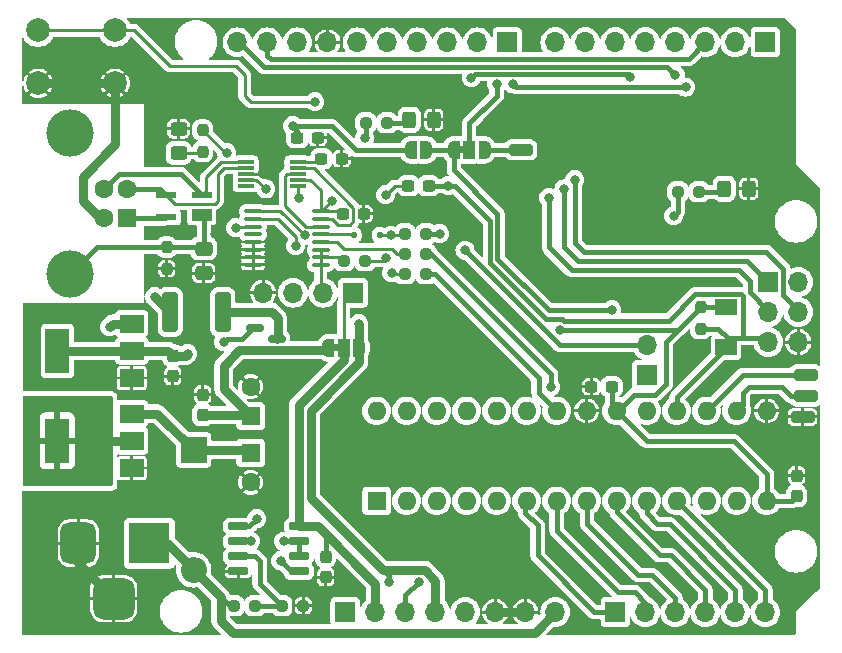
<source format=gbr>
%TF.GenerationSoftware,KiCad,Pcbnew,7.0.1*%
%TF.CreationDate,2023-08-20T21:18:48+10:00*%
%TF.ProjectId,UNO-128DA28,554e4f2d-3132-4384-9441-32382e6b6963,1.0*%
%TF.SameCoordinates,Original*%
%TF.FileFunction,Copper,L1,Top*%
%TF.FilePolarity,Positive*%
%FSLAX46Y46*%
G04 Gerber Fmt 4.6, Leading zero omitted, Abs format (unit mm)*
G04 Created by KiCad (PCBNEW 7.0.1) date 2023-08-20 21:18:48*
%MOMM*%
%LPD*%
G01*
G04 APERTURE LIST*
G04 Aperture macros list*
%AMRoundRect*
0 Rectangle with rounded corners*
0 $1 Rounding radius*
0 $2 $3 $4 $5 $6 $7 $8 $9 X,Y pos of 4 corners*
0 Add a 4 corners polygon primitive as box body*
4,1,4,$2,$3,$4,$5,$6,$7,$8,$9,$2,$3,0*
0 Add four circle primitives for the rounded corners*
1,1,$1+$1,$2,$3*
1,1,$1+$1,$4,$5*
1,1,$1+$1,$6,$7*
1,1,$1+$1,$8,$9*
0 Add four rect primitives between the rounded corners*
20,1,$1+$1,$2,$3,$4,$5,0*
20,1,$1+$1,$4,$5,$6,$7,0*
20,1,$1+$1,$6,$7,$8,$9,0*
20,1,$1+$1,$8,$9,$2,$3,0*%
%AMFreePoly0*
4,1,19,0.550000,-0.750000,0.000000,-0.750000,0.000000,-0.744911,-0.071157,-0.744911,-0.207708,-0.704816,-0.327430,-0.627875,-0.420627,-0.520320,-0.479746,-0.390866,-0.500000,-0.250000,-0.500000,0.250000,-0.479746,0.390866,-0.420627,0.520320,-0.327430,0.627875,-0.207708,0.704816,-0.071157,0.744911,0.000000,0.744911,0.000000,0.750000,0.550000,0.750000,0.550000,-0.750000,0.550000,-0.750000,
$1*%
%AMFreePoly1*
4,1,19,0.000000,0.744911,0.071157,0.744911,0.207708,0.704816,0.327430,0.627875,0.420627,0.520320,0.479746,0.390866,0.500000,0.250000,0.500000,-0.250000,0.479746,-0.390866,0.420627,-0.520320,0.327430,-0.627875,0.207708,-0.704816,0.071157,-0.744911,0.000000,-0.744911,0.000000,-0.750000,-0.550000,-0.750000,-0.550000,0.750000,0.000000,0.750000,0.000000,0.744911,0.000000,0.744911,
$1*%
%AMFreePoly2*
4,1,19,0.500000,-0.750000,0.000000,-0.750000,0.000000,-0.744911,-0.071157,-0.744911,-0.207708,-0.704816,-0.327430,-0.627875,-0.420627,-0.520320,-0.479746,-0.390866,-0.500000,-0.250000,-0.500000,0.250000,-0.479746,0.390866,-0.420627,0.520320,-0.327430,0.627875,-0.207708,0.704816,-0.071157,0.744911,0.000000,0.744911,0.000000,0.750000,0.500000,0.750000,0.500000,-0.750000,0.500000,-0.750000,
$1*%
%AMFreePoly3*
4,1,19,0.000000,0.744911,0.071157,0.744911,0.207708,0.704816,0.327430,0.627875,0.420627,0.520320,0.479746,0.390866,0.500000,0.250000,0.500000,-0.250000,0.479746,-0.390866,0.420627,-0.520320,0.327430,-0.627875,0.207708,-0.704816,0.071157,-0.744911,0.000000,-0.744911,0.000000,-0.750000,-0.500000,-0.750000,-0.500000,0.750000,0.000000,0.750000,0.000000,0.744911,0.000000,0.744911,
$1*%
G04 Aperture macros list end*
%TA.AperFunction,SMDPad,CuDef*%
%ADD10FreePoly0,0.000000*%
%TD*%
%TA.AperFunction,SMDPad,CuDef*%
%ADD11R,1.000000X1.500000*%
%TD*%
%TA.AperFunction,SMDPad,CuDef*%
%ADD12FreePoly1,0.000000*%
%TD*%
%TA.AperFunction,ComponentPad*%
%ADD13R,1.600000X1.600000*%
%TD*%
%TA.AperFunction,ComponentPad*%
%ADD14C,1.600000*%
%TD*%
%TA.AperFunction,SMDPad,CuDef*%
%ADD15RoundRect,0.237500X0.300000X0.237500X-0.300000X0.237500X-0.300000X-0.237500X0.300000X-0.237500X0*%
%TD*%
%TA.AperFunction,SMDPad,CuDef*%
%ADD16RoundRect,0.237500X0.250000X0.237500X-0.250000X0.237500X-0.250000X-0.237500X0.250000X-0.237500X0*%
%TD*%
%TA.AperFunction,ComponentPad*%
%ADD17O,1.600000X1.600000*%
%TD*%
%TA.AperFunction,SMDPad,CuDef*%
%ADD18RoundRect,0.250000X-0.750000X0.250000X-0.750000X-0.250000X0.750000X-0.250000X0.750000X0.250000X0*%
%TD*%
%TA.AperFunction,SMDPad,CuDef*%
%ADD19RoundRect,0.237500X-0.237500X0.300000X-0.237500X-0.300000X0.237500X-0.300000X0.237500X0.300000X0*%
%TD*%
%TA.AperFunction,ComponentPad*%
%ADD20R,1.700000X1.700000*%
%TD*%
%TA.AperFunction,ComponentPad*%
%ADD21O,1.700000X1.700000*%
%TD*%
%TA.AperFunction,SMDPad,CuDef*%
%ADD22R,1.400000X0.300000*%
%TD*%
%TA.AperFunction,ComponentPad*%
%ADD23C,2.000000*%
%TD*%
%TA.AperFunction,ComponentPad*%
%ADD24C,4.000000*%
%TD*%
%TA.AperFunction,SMDPad,CuDef*%
%ADD25RoundRect,0.237500X-0.237500X0.250000X-0.237500X-0.250000X0.237500X-0.250000X0.237500X0.250000X0*%
%TD*%
%TA.AperFunction,SMDPad,CuDef*%
%ADD26RoundRect,0.125000X-0.125000X-0.125000X0.125000X-0.125000X0.125000X0.125000X-0.125000X0.125000X0*%
%TD*%
%TA.AperFunction,SMDPad,CuDef*%
%ADD27RoundRect,0.100000X-0.637500X-0.100000X0.637500X-0.100000X0.637500X0.100000X-0.637500X0.100000X0*%
%TD*%
%TA.AperFunction,SMDPad,CuDef*%
%ADD28RoundRect,0.237500X-0.250000X-0.237500X0.250000X-0.237500X0.250000X0.237500X-0.250000X0.237500X0*%
%TD*%
%TA.AperFunction,SMDPad,CuDef*%
%ADD29RoundRect,0.250000X0.750000X-0.250000X0.750000X0.250000X-0.750000X0.250000X-0.750000X-0.250000X0*%
%TD*%
%TA.AperFunction,ComponentPad*%
%ADD30R,3.500000X3.500000*%
%TD*%
%TA.AperFunction,ComponentPad*%
%ADD31RoundRect,0.750000X-0.750000X-1.000000X0.750000X-1.000000X0.750000X1.000000X-0.750000X1.000000X0*%
%TD*%
%TA.AperFunction,ComponentPad*%
%ADD32RoundRect,0.875000X-0.875000X-0.875000X0.875000X-0.875000X0.875000X0.875000X-0.875000X0.875000X0*%
%TD*%
%TA.AperFunction,SMDPad,CuDef*%
%ADD33RoundRect,0.250000X0.325000X0.450000X-0.325000X0.450000X-0.325000X-0.450000X0.325000X-0.450000X0*%
%TD*%
%TA.AperFunction,SMDPad,CuDef*%
%ADD34R,2.000000X1.500000*%
%TD*%
%TA.AperFunction,SMDPad,CuDef*%
%ADD35R,2.000000X3.800000*%
%TD*%
%TA.AperFunction,ComponentPad*%
%ADD36R,2.200000X2.200000*%
%TD*%
%TA.AperFunction,ComponentPad*%
%ADD37O,2.200000X2.200000*%
%TD*%
%TA.AperFunction,SMDPad,CuDef*%
%ADD38RoundRect,0.250000X0.400000X1.450000X-0.400000X1.450000X-0.400000X-1.450000X0.400000X-1.450000X0*%
%TD*%
%TA.AperFunction,SMDPad,CuDef*%
%ADD39RoundRect,0.250000X-0.450000X0.325000X-0.450000X-0.325000X0.450000X-0.325000X0.450000X0.325000X0*%
%TD*%
%TA.AperFunction,SMDPad,CuDef*%
%ADD40R,1.700000X1.000000*%
%TD*%
%TA.AperFunction,SMDPad,CuDef*%
%ADD41R,1.700000X0.600000*%
%TD*%
%TA.AperFunction,SMDPad,CuDef*%
%ADD42RoundRect,0.070000X-0.830000X0.630000X-0.830000X-0.630000X0.830000X-0.630000X0.830000X0.630000X0*%
%TD*%
%TA.AperFunction,SMDPad,CuDef*%
%ADD43RoundRect,0.150000X-0.587500X-0.150000X0.587500X-0.150000X0.587500X0.150000X-0.587500X0.150000X0*%
%TD*%
%TA.AperFunction,SMDPad,CuDef*%
%ADD44RoundRect,0.237500X0.237500X-0.300000X0.237500X0.300000X-0.237500X0.300000X-0.237500X-0.300000X0*%
%TD*%
%TA.AperFunction,SMDPad,CuDef*%
%ADD45RoundRect,0.237500X-0.300000X-0.237500X0.300000X-0.237500X0.300000X0.237500X-0.300000X0.237500X0*%
%TD*%
%TA.AperFunction,SMDPad,CuDef*%
%ADD46RoundRect,0.250000X-0.475000X0.337500X-0.475000X-0.337500X0.475000X-0.337500X0.475000X0.337500X0*%
%TD*%
%TA.AperFunction,SMDPad,CuDef*%
%ADD47FreePoly2,0.000000*%
%TD*%
%TA.AperFunction,SMDPad,CuDef*%
%ADD48FreePoly3,0.000000*%
%TD*%
%TA.AperFunction,SMDPad,CuDef*%
%ADD49RoundRect,0.150000X-0.725000X-0.150000X0.725000X-0.150000X0.725000X0.150000X-0.725000X0.150000X0*%
%TD*%
%TA.AperFunction,ViaPad*%
%ADD50C,0.800000*%
%TD*%
%TA.AperFunction,ViaPad*%
%ADD51C,1.219200*%
%TD*%
%TA.AperFunction,Conductor*%
%ADD52C,0.400000*%
%TD*%
%TA.AperFunction,Conductor*%
%ADD53C,0.250000*%
%TD*%
%TA.AperFunction,Conductor*%
%ADD54C,0.750000*%
%TD*%
%TA.AperFunction,Conductor*%
%ADD55C,0.800000*%
%TD*%
G04 APERTURE END LIST*
%TA.AperFunction,EtchedComponent*%
%TO.C,JP1*%
G36*
X107296000Y-121458000D02*
G01*
X106796000Y-121458000D01*
X106796000Y-120858000D01*
X107296000Y-120858000D01*
X107296000Y-121458000D01*
G37*
%TD.AperFunction*%
%TA.AperFunction,EtchedComponent*%
%TO.C,JP2*%
G36*
X117934000Y-104694000D02*
G01*
X117434000Y-104694000D01*
X117434000Y-104094000D01*
X117934000Y-104094000D01*
X117934000Y-104694000D01*
G37*
%TD.AperFunction*%
%TD*%
D10*
%TO.P,JP1,1,A*%
%TO.N,+5V*%
X106396000Y-121158000D03*
D11*
%TO.P,JP1,2,C*%
%TO.N,VCC*%
X107696000Y-121158000D03*
D12*
%TO.P,JP1,3,B*%
%TO.N,+3.3V*%
X108996000Y-121158000D03*
%TD*%
D13*
%TO.P,C10,1*%
%TO.N,+5V*%
X99822000Y-126935113D03*
D14*
%TO.P,C10,2*%
%TO.N,Earth*%
X99822000Y-124435113D03*
%TD*%
D15*
%TO.P,C2,1*%
%TO.N,Earth*%
X107542500Y-105156000D03*
%TO.P,C2,2*%
%TO.N,Net-(U2-V3)*%
X105817500Y-105156000D03*
%TD*%
D16*
%TO.P,R12,1*%
%TO.N,Net-(U2-~{RTS})*%
X109532500Y-113790000D03*
%TO.P,R12,2*%
%TO.N,Net-(J6-Pin_2)*%
X107707500Y-113790000D03*
%TD*%
D13*
%TO.P,U3,1,PA7*%
%TO.N,Net-(U3-PA7)*%
X110490000Y-134112000D03*
D17*
%TO.P,U3,2,PC0*%
%TO.N,MOSI*%
X113030000Y-134112000D03*
%TO.P,U3,3,PC1*%
%TO.N,MISO*%
X115570000Y-134112000D03*
%TO.P,U3,4,PC2*%
%TO.N,SCK*%
X118110000Y-134112000D03*
%TO.P,U3,5,PC3*%
%TO.N,Net-(U3-PC3)*%
X120650000Y-134112000D03*
%TO.P,U3,6,PD0*%
%TO.N,Net-(U3-PD0)*%
X123190000Y-134112000D03*
%TO.P,U3,7,PD1*%
%TO.N,Net-(U3-PD1)*%
X125730000Y-134112000D03*
%TO.P,U3,8,PD2*%
%TO.N,Net-(U3-PD2)*%
X128270000Y-134112000D03*
%TO.P,U3,9,PD3*%
%TO.N,Net-(U3-PD3)*%
X130810000Y-134112000D03*
%TO.P,U3,10,PD4*%
%TO.N,Net-(U3-PD4)*%
X133350000Y-134112000D03*
%TO.P,U3,11,PD5*%
%TO.N,Net-(U3-PD5)*%
X135890000Y-134112000D03*
%TO.P,U3,12,PD6*%
%TO.N,Net-(U3-PD6)*%
X138430000Y-134112000D03*
%TO.P,U3,13,VREFA/PD7*%
%TO.N,AREF*%
X140970000Y-134112000D03*
%TO.P,U3,14,AVDD*%
%TO.N,VCC*%
X143510000Y-134112000D03*
%TO.P,U3,15,GND*%
%TO.N,Earth*%
X143510000Y-126492000D03*
%TO.P,U3,16,XTAL32K1/PF0*%
%TO.N,Net-(J3-Pin_1)*%
X140970000Y-126492000D03*
%TO.P,U3,17,XTAL32K2/PF1*%
%TO.N,Net-(J4-Pin_1)*%
X138430000Y-126492000D03*
%TO.P,U3,18,~{RESET}/PF6*%
%TO.N,/RESET*%
X135890000Y-126492000D03*
%TO.P,U3,19,UPDI*%
%TO.N,UPDI_C*%
X133350000Y-126492000D03*
%TO.P,U3,20,VDD*%
%TO.N,VCC*%
X130810000Y-126492000D03*
%TO.P,U3,21,GND*%
%TO.N,Earth*%
X128270000Y-126492000D03*
%TO.P,U3,22,PA0*%
%TO.N,Net-(U3-PA0)*%
X125730000Y-126492000D03*
%TO.P,U3,23,PA1*%
%TO.N,Net-(U3-PA1)*%
X123190000Y-126492000D03*
%TO.P,U3,24,PA2*%
%TO.N,/SDA*%
X120650000Y-126492000D03*
%TO.P,U3,25,PA3*%
%TO.N,/SCL*%
X118110000Y-126492000D03*
%TO.P,U3,26,PA4*%
%TO.N,Net-(U3-PA4)*%
X115570000Y-126492000D03*
%TO.P,U3,27,PA5*%
%TO.N,Net-(U3-PA5)*%
X113030000Y-126492000D03*
%TO.P,U3,28,PA6*%
%TO.N,Net-(U3-PA6)*%
X110490000Y-126492000D03*
%TD*%
D15*
%TO.P,C14,1*%
%TO.N,Earth*%
X109382500Y-109820000D03*
%TO.P,C14,2*%
%TO.N,VCC*%
X107657500Y-109820000D03*
%TD*%
D18*
%TO.P,J3,1,Pin_1*%
%TO.N,Net-(J3-Pin_1)*%
X146812000Y-125222000D03*
%TD*%
D19*
%TO.P,C11,1*%
%TO.N,+3.3V*%
X93218000Y-121819500D03*
%TO.P,C11,2*%
%TO.N,Earth*%
X93218000Y-123544500D03*
%TD*%
D20*
%TO.P,J6,1,Pin_1*%
%TO.N,VCC*%
X108500000Y-116490000D03*
D21*
%TO.P,J6,2,Pin_2*%
%TO.N,Net-(J6-Pin_2)*%
X105960000Y-116490000D03*
%TO.P,J6,3,Pin_3*%
X103420000Y-116490000D03*
%TO.P,J6,4,Pin_4*%
%TO.N,Earth*%
X100880000Y-116490000D03*
%TD*%
D18*
%TO.P,J4,1,Pin_1*%
%TO.N,Net-(J4-Pin_1)*%
X146812000Y-123444000D03*
%TD*%
D22*
%TO.P,U2,1,UD+*%
%TO.N,Net-(J1-D+)*%
X99400000Y-105426000D03*
%TO.P,U2,2,UD-*%
%TO.N,Net-(J1-D-)*%
X99400000Y-105926000D03*
%TO.P,U2,3,GND*%
%TO.N,Earth*%
X99400000Y-106426000D03*
%TO.P,U2,4,~{RTS}*%
%TO.N,Net-(U2-~{RTS})*%
X99400000Y-106926000D03*
%TO.P,U2,5,~{CTS}*%
%TO.N,unconnected-(U2-~{CTS}-Pad5)*%
X99400000Y-107426000D03*
%TO.P,U2,6,TNOW*%
%TO.N,Net-(U2-TNOW)*%
X103800000Y-107426000D03*
%TO.P,U2,7,VCC*%
%TO.N,VCC*%
X103800000Y-106926000D03*
%TO.P,U2,8,TXD*%
%TO.N,Net-(U2-TXD)*%
X103800000Y-106426000D03*
%TO.P,U2,9,RXD*%
%TO.N,Net-(U2-RXD)*%
X103800000Y-105926000D03*
%TO.P,U2,10,V3*%
%TO.N,Net-(U2-V3)*%
X103800000Y-105426000D03*
%TD*%
D23*
%TO.P,SW1,1,3*%
%TO.N,/RESET*%
X81840000Y-94270000D03*
X88340000Y-94270000D03*
%TO.P,SW1,2,4*%
%TO.N,Earth*%
X81840000Y-98770000D03*
X88340000Y-98770000D03*
%TD*%
D13*
%TO.P,J1,1,VBUS*%
%TO.N,Net-(J1-VBUS)*%
X89376000Y-110196000D03*
D14*
%TO.P,J1,2,D-*%
%TO.N,Net-(J1-D-)*%
X89376000Y-107696000D03*
%TO.P,J1,3,D+*%
%TO.N,Net-(J1-D+)*%
X87376000Y-107696000D03*
%TO.P,J1,4,GND*%
%TO.N,Earth*%
X87376000Y-110196000D03*
D24*
%TO.P,J1,5,Shield*%
%TO.N,Net-(J1-Shield)*%
X84516000Y-114946000D03*
X84516000Y-102946000D03*
%TD*%
D20*
%TO.P,AD0,1,1*%
%TO.N,Net-(U3-PD0)*%
X130707607Y-143534607D03*
D21*
%TO.P,AD0,2,2*%
%TO.N,Net-(U3-PD1)*%
X133247607Y-143534607D03*
%TO.P,AD0,3,3*%
%TO.N,Net-(U3-PD2)*%
X135787607Y-143534607D03*
%TO.P,AD0,4,4*%
%TO.N,Net-(U3-PD3)*%
X138327607Y-143534607D03*
%TO.P,AD0,5,5*%
%TO.N,Net-(U3-PD4)*%
X140867607Y-143534607D03*
%TO.P,AD0,6,6*%
%TO.N,Net-(U3-PD5)*%
X143407607Y-143534607D03*
%TD*%
D25*
%TO.P,R3,1*%
%TO.N,Net-(J1-Shield)*%
X92710000Y-112625500D03*
%TO.P,R3,2*%
%TO.N,Earth*%
X92710000Y-114450500D03*
%TD*%
D16*
%TO.P,R11,1*%
%TO.N,UPDI*%
X114704500Y-111506000D03*
%TO.P,R11,2*%
%TO.N,Net-(D8-A)*%
X112879500Y-111506000D03*
%TD*%
D26*
%TO.P,D8,1,K*%
%TO.N,Net-(D8-K)*%
X108562500Y-111610000D03*
%TO.P,D8,2,A*%
%TO.N,Net-(D8-A)*%
X110762500Y-111610000D03*
%TD*%
D20*
%TO.P,J8,1,Pin_1*%
%TO.N,UPDI_C*%
X133350000Y-123444000D03*
D21*
%TO.P,J8,2,Pin_2*%
%TO.N,UPDI*%
X133350000Y-120904000D03*
%TD*%
D19*
%TO.P,C7,1*%
%TO.N,Earth*%
X146050000Y-131979500D03*
%TO.P,C7,2*%
%TO.N,VCC*%
X146050000Y-133704500D03*
%TD*%
D27*
%TO.P,U7,1,B1*%
%TO.N,Net-(D8-A)*%
X100027500Y-109585000D03*
%TO.P,U7,2,B0*%
%TO.N,RX*%
X100027500Y-110235000D03*
%TO.P,U7,3,C1*%
%TO.N,+3.3V*%
X100027500Y-110885000D03*
%TO.P,U7,4,C*%
%TO.N,unconnected-(U7-C-Pad4)*%
X100027500Y-111535000D03*
%TO.P,U7,5,C0*%
%TO.N,Earth*%
X100027500Y-112185000D03*
%TO.P,U7,6,INH*%
X100027500Y-112835000D03*
%TO.P,U7,7,VEE*%
X100027500Y-113485000D03*
%TO.P,U7,8,VSS*%
X100027500Y-114135000D03*
%TO.P,U7,9,S3*%
%TO.N,Net-(J6-Pin_2)*%
X105752500Y-114135000D03*
%TO.P,U7,10,S2*%
X105752500Y-113485000D03*
%TO.P,U7,11,S1*%
X105752500Y-112835000D03*
%TO.P,U7,12,A0*%
%TO.N,TX*%
X105752500Y-112185000D03*
%TO.P,U7,13,A1*%
%TO.N,Net-(D8-K)*%
X105752500Y-111535000D03*
%TO.P,U7,14,A*%
%TO.N,Net-(U2-TXD)*%
X105752500Y-110885000D03*
%TO.P,U7,15,B*%
%TO.N,Net-(U2-RXD)*%
X105752500Y-110235000D03*
%TO.P,U7,16,VDD*%
%TO.N,VCC*%
X105752500Y-109585000D03*
%TD*%
D28*
%TO.P,R4,1*%
%TO.N,Net-(U1B--)*%
X109577500Y-102108000D03*
%TO.P,R4,2*%
%TO.N,Net-(D2-A)*%
X111402500Y-102108000D03*
%TD*%
D16*
%TO.P,R7,1*%
%TO.N,Net-(U3-PA0)*%
X114704500Y-114900000D03*
%TO.P,R7,2*%
%TO.N,RX*%
X112879500Y-114900000D03*
%TD*%
D15*
%TO.P,C12,1*%
%TO.N,Earth*%
X105510500Y-103378000D03*
%TO.P,C12,2*%
%TO.N,Net-(JP5-A)*%
X103785500Y-103378000D03*
%TD*%
%TO.P,C8,1*%
%TO.N,VCC*%
X130402500Y-124460000D03*
%TO.P,C8,2*%
%TO.N,Earth*%
X128677500Y-124460000D03*
%TD*%
D25*
%TO.P,R6,1*%
%TO.N,VCC*%
X137922000Y-117705500D03*
%TO.P,R6,2*%
%TO.N,/RESET*%
X137922000Y-119530500D03*
%TD*%
D29*
%TO.P,J7,1,Pin_1*%
%TO.N,Earth*%
X146558000Y-127000000D03*
%TD*%
D30*
%TO.P,J2,1*%
%TO.N,VIN*%
X91241607Y-137692607D03*
D31*
%TO.P,J2,2*%
%TO.N,Earth*%
X85241607Y-137692607D03*
D32*
%TO.P,J2,3*%
X88241607Y-142392607D03*
%TD*%
D33*
%TO.P,D6,1,K*%
%TO.N,Earth*%
X141995000Y-107696000D03*
%TO.P,D6,2,A*%
%TO.N,Net-(D6-A)*%
X139945000Y-107696000D03*
%TD*%
D34*
%TO.P,U5,1,GND*%
%TO.N,Earth*%
X89764000Y-123712000D03*
%TO.P,U5,2,VO*%
%TO.N,+3.3V*%
X89764000Y-121412000D03*
D35*
X83464000Y-121412000D03*
D34*
%TO.P,U5,3,VI*%
%TO.N,+5V*%
X89764000Y-119112000D03*
%TD*%
D36*
%TO.P,D5,1,K*%
%TO.N,Net-(D5-K)*%
X94996000Y-129794000D03*
D37*
%TO.P,D5,2,A*%
%TO.N,VIN*%
X94996000Y-139954000D03*
%TD*%
D38*
%TO.P,F1,1,1*%
%TO.N,VUSB*%
X97475000Y-118110000D03*
%TO.P,F1,2,2*%
%TO.N,Net-(J1-VBUS)*%
X93025000Y-118110000D03*
%TD*%
D39*
%TO.P,D3,1,K*%
%TO.N,Earth*%
X93726000Y-102607000D03*
%TO.P,D3,2,A*%
%TO.N,Net-(D3-A)*%
X93726000Y-104657000D03*
%TD*%
D10*
%TO.P,JP2,1,A*%
%TO.N,AREF*%
X117034000Y-104394000D03*
D11*
%TO.P,JP2,2,C*%
%TO.N,Net-(JP2-C)*%
X118334000Y-104394000D03*
D12*
%TO.P,JP2,3,B*%
%TO.N,Net-(J5-Pin_1)*%
X119634000Y-104394000D03*
%TD*%
D28*
%TO.P,R8,1*%
%TO.N,TX*%
X112879500Y-113230000D03*
%TO.P,R8,2*%
%TO.N,Net-(U3-PA1)*%
X114704500Y-113230000D03*
%TD*%
D40*
%TO.P,D1,1,1*%
%TO.N,Net-(J1-Shield)*%
X95670000Y-109890000D03*
D41*
%TO.P,D1,2,2*%
%TO.N,Net-(J1-D+)*%
X95670000Y-108190000D03*
%TO.P,D1,3,3*%
%TO.N,Net-(J1-D-)*%
X92670000Y-108190000D03*
%TO.P,D1,4,4*%
%TO.N,Net-(J1-VBUS)*%
X92670000Y-110090000D03*
%TD*%
D42*
%TO.P,D4,A,A*%
%TO.N,/RESET*%
X140070000Y-121110000D03*
%TO.P,D4,C,C*%
%TO.N,VCC*%
X140070000Y-117710000D03*
%TD*%
D43*
%TO.P,Q1,1,G*%
%TO.N,Net-(Q1-G)*%
X100154500Y-119446000D03*
%TO.P,Q1,2,S*%
%TO.N,+5V*%
X100154500Y-121346000D03*
%TO.P,Q1,3,D*%
%TO.N,VUSB*%
X102029500Y-120396000D03*
%TD*%
D34*
%TO.P,U4,1,GND*%
%TO.N,Earth*%
X89764000Y-131332000D03*
%TO.P,U4,2,VO*%
%TO.N,+5V*%
X89764000Y-129032000D03*
D35*
X83464000Y-129032000D03*
D34*
%TO.P,U4,3,VI*%
%TO.N,Net-(D5-K)*%
X89764000Y-126732000D03*
%TD*%
D28*
%TO.P,R1,1*%
%TO.N,VIN*%
X98401500Y-143002000D03*
%TO.P,R1,2*%
%TO.N,Net-(U1A-+)*%
X100226500Y-143002000D03*
%TD*%
D20*
%TO.P,POWER0,1,1*%
%TO.N,unconnected-(POWER0-Pad1)*%
X107845000Y-143525000D03*
D21*
%TO.P,POWER0,2,2*%
%TO.N,VCC*%
X110385000Y-143525000D03*
%TO.P,POWER0,3,3*%
%TO.N,/RESET*%
X112925000Y-143525000D03*
%TO.P,POWER0,4,4*%
%TO.N,+3.3V*%
X115465000Y-143525000D03*
%TO.P,POWER0,5,5*%
%TO.N,+5V*%
X118005000Y-143525000D03*
%TO.P,POWER0,6,6*%
%TO.N,Earth*%
X120545000Y-143525000D03*
%TO.P,POWER0,7,7*%
X123085000Y-143525000D03*
%TO.P,POWER0,8,8*%
%TO.N,VIN*%
X125625000Y-143525000D03*
%TD*%
D44*
%TO.P,C13,1*%
%TO.N,+5V*%
X95758000Y-126846500D03*
%TO.P,C13,2*%
%TO.N,Earth*%
X95758000Y-125121500D03*
%TD*%
D45*
%TO.P,C4,1*%
%TO.N,Net-(U2-~{RTS})*%
X113183500Y-107442000D03*
%TO.P,C4,2*%
%TO.N,/RESET*%
X114908500Y-107442000D03*
%TD*%
D46*
%TO.P,C1,1*%
%TO.N,Net-(J1-Shield)*%
X95850000Y-112754500D03*
%TO.P,C1,2*%
%TO.N,Earth*%
X95850000Y-114829500D03*
%TD*%
D25*
%TO.P,R5,1*%
%TO.N,Net-(U2-TNOW)*%
X95758000Y-102719500D03*
%TO.P,R5,2*%
%TO.N,Net-(D3-A)*%
X95758000Y-104544500D03*
%TD*%
D28*
%TO.P,R2,1*%
%TO.N,Net-(U1A-+)*%
X102465500Y-143002000D03*
%TO.P,R2,2*%
%TO.N,Earth*%
X104290500Y-143002000D03*
%TD*%
D33*
%TO.P,D2,1,K*%
%TO.N,Earth*%
X115325000Y-101854000D03*
%TO.P,D2,2,A*%
%TO.N,Net-(D2-A)*%
X113275000Y-101854000D03*
%TD*%
D28*
%TO.P,R9,1*%
%TO.N,VCC*%
X135993500Y-107950000D03*
%TO.P,R9,2*%
%TO.N,Net-(D6-A)*%
X137818500Y-107950000D03*
%TD*%
D19*
%TO.P,C3,1*%
%TO.N,VCC*%
X106172000Y-138837500D03*
%TO.P,C3,2*%
%TO.N,Earth*%
X106172000Y-140562500D03*
%TD*%
D20*
%TO.P,IOH0,1,1*%
%TO.N,Net-(U3-PD6)*%
X121570000Y-95280000D03*
D21*
%TO.P,IOH0,2,2*%
%TO.N,Net-(JP2-C)*%
X119030000Y-95280000D03*
%TO.P,IOH0,3,3*%
%TO.N,Net-(U3-PC3)*%
X116490000Y-95280000D03*
%TO.P,IOH0,4,4*%
%TO.N,MOSI*%
X113950000Y-95280000D03*
%TO.P,IOH0,5,5*%
%TO.N,MISO*%
X111410000Y-95280000D03*
%TO.P,IOH0,6,6*%
%TO.N,SCK*%
X108870000Y-95280000D03*
%TO.P,IOH0,7,7*%
%TO.N,Earth*%
X106330000Y-95280000D03*
%TO.P,IOH0,8,8*%
%TO.N,Net-(JP5-A)*%
X103790000Y-95280000D03*
%TO.P,IOH0,9,9*%
%TO.N,/SDA*%
X101250000Y-95280000D03*
%TO.P,IOH0,10,10*%
%TO.N,/SCL*%
X98710000Y-95280000D03*
%TD*%
D47*
%TO.P,JP5,1,A*%
%TO.N,Net-(JP5-A)*%
X113396000Y-104394000D03*
D48*
%TO.P,JP5,2,B*%
%TO.N,AREF*%
X114696000Y-104394000D03*
%TD*%
D49*
%TO.P,U1,1*%
%TO.N,Net-(Q1-G)*%
X98771000Y-136271000D03*
%TO.P,U1,2,-*%
%TO.N,+3.3V*%
X98771000Y-137541000D03*
%TO.P,U1,3,+*%
%TO.N,Net-(U1A-+)*%
X98771000Y-138811000D03*
%TO.P,U1,4,V-*%
%TO.N,Earth*%
X98771000Y-140081000D03*
%TO.P,U1,5,+*%
%TO.N,SCK*%
X103921000Y-140081000D03*
%TO.P,U1,6,-*%
%TO.N,Net-(U1B--)*%
X103921000Y-138811000D03*
%TO.P,U1,7*%
X103921000Y-137541000D03*
%TO.P,U1,8,V+*%
%TO.N,VCC*%
X103921000Y-136271000D03*
%TD*%
D13*
%TO.P,C9,1*%
%TO.N,Net-(D5-K)*%
X99822000Y-130048000D03*
D14*
%TO.P,C9,2*%
%TO.N,Earth*%
X99822000Y-132548000D03*
%TD*%
D20*
%TO.P,ICSP0,1,1*%
%TO.N,MISO*%
X143660000Y-115590000D03*
D21*
%TO.P,ICSP0,2,2*%
%TO.N,+5V*%
X146200000Y-115590000D03*
%TO.P,ICSP0,3,3*%
%TO.N,SCK*%
X143660000Y-118130000D03*
%TO.P,ICSP0,4,4*%
%TO.N,MOSI*%
X146200000Y-118130000D03*
%TO.P,ICSP0,5,5*%
%TO.N,/RESET*%
X143660000Y-120670000D03*
%TO.P,ICSP0,6,6*%
%TO.N,Earth*%
X146200000Y-120670000D03*
%TD*%
D20*
%TO.P,IOL0,1,1*%
%TO.N,Net-(U3-PA1)*%
X143407607Y-95274607D03*
D21*
%TO.P,IOL0,2,2*%
%TO.N,Net-(U3-PA0)*%
X140867607Y-95274607D03*
%TO.P,IOL0,3,3*%
%TO.N,/SDA*%
X138327607Y-95274607D03*
%TO.P,IOL0,4,4*%
%TO.N,/SCL*%
X135787607Y-95274607D03*
%TO.P,IOL0,5,5*%
%TO.N,Net-(U3-PA4)*%
X133247607Y-95274607D03*
%TO.P,IOL0,6,6*%
%TO.N,Net-(U3-PA5)*%
X130707607Y-95274607D03*
%TO.P,IOL0,7,7*%
%TO.N,Net-(U3-PA6)*%
X128167607Y-95274607D03*
%TO.P,IOL0,8,8*%
%TO.N,Net-(U3-PA7)*%
X125627607Y-95274607D03*
%TD*%
D29*
%TO.P,J5,1,Pin_1*%
%TO.N,Net-(J5-Pin_1)*%
X122700000Y-104380000D03*
%TD*%
D50*
%TO.N,Earth*%
X107696000Y-140716000D03*
D51*
X118618000Y-138938000D03*
X134540000Y-105860000D03*
D50*
X139446000Y-115570000D03*
D51*
X104394000Y-123190000D03*
D50*
X104902000Y-141224000D03*
X101346000Y-138176000D03*
X117094000Y-108966000D03*
D51*
X137650000Y-130900000D03*
X121920000Y-109474000D03*
X109728000Y-106426000D03*
D50*
X94140000Y-111470000D03*
X96774000Y-111506000D03*
X118872000Y-110744000D03*
X102362000Y-141224000D03*
X104394000Y-113538000D03*
D51*
X100584000Y-98552000D03*
X102108000Y-133858000D03*
X145034000Y-97536000D03*
X95250000Y-99060000D03*
X114046000Y-131572000D03*
D50*
X100860000Y-106430000D03*
X127000000Y-100076000D03*
D51*
X145034000Y-104394000D03*
X143170000Y-129150000D03*
X98044000Y-109474000D03*
X123595607Y-95274607D03*
X136906000Y-121920000D03*
X107696000Y-99060000D03*
X139740000Y-105230000D03*
X102362000Y-128270000D03*
X110490000Y-130302000D03*
D50*
X104140000Y-120142000D03*
X126880000Y-139690000D03*
D51*
X113792000Y-109728000D03*
X111760000Y-117348000D03*
D50*
%TO.N,+3.3V*%
X98552000Y-110998000D03*
X108966000Y-119126000D03*
X111506000Y-140970000D03*
X94488000Y-121666000D03*
X99822000Y-137541000D03*
%TO.N,VCC*%
X135636000Y-109982000D03*
X125984000Y-119634000D03*
X106680000Y-108712000D03*
%TO.N,Net-(U2-~{RTS})*%
X101089000Y-107699000D03*
X111252000Y-108204000D03*
X111252000Y-113538000D03*
%TO.N,/RESET*%
X116570000Y-107430000D03*
X105260000Y-100330000D03*
X114046000Y-140970000D03*
%TO.N,+5V*%
X85598000Y-129032000D03*
X83312000Y-125984000D03*
X81280000Y-129032000D03*
X83312000Y-132080000D03*
X87884000Y-119380000D03*
X87630000Y-132080000D03*
X87630000Y-125984000D03*
%TO.N,AREF*%
X130410000Y-117940000D03*
%TO.N,Net-(J1-VBUS)*%
X91694000Y-116840000D03*
%TO.N,MISO*%
X126350000Y-107700000D03*
%TO.N,SCK*%
X125070000Y-108440000D03*
X102362000Y-139192000D03*
%TO.N,MOSI*%
X127254000Y-106934000D03*
%TO.N,/SCL*%
X135787607Y-98044000D03*
%TO.N,Net-(U3-PA1)*%
X125222000Y-124460000D03*
%TO.N,Net-(JP5-A)*%
X103378000Y-102362000D03*
%TO.N,Net-(Q1-G)*%
X100330000Y-135636000D03*
X97536000Y-120650000D03*
%TO.N,Net-(U1B--)*%
X109474000Y-103378000D03*
X102616000Y-137541000D03*
%TO.N,Net-(U2-TNOW)*%
X103886000Y-108458000D03*
X97790000Y-104648000D03*
%TO.N,Net-(U3-PD6)*%
X136652000Y-99080000D03*
X122000000Y-98810000D03*
%TO.N,Net-(D8-A)*%
X111730000Y-111640000D03*
X104394000Y-111640000D03*
%TO.N,UPDI*%
X115824000Y-111506000D03*
X117983000Y-112903000D03*
%TO.N,RX*%
X103632000Y-112522000D03*
X111760000Y-114808000D03*
%TO.N,Net-(JP2-C)*%
X120650000Y-98806000D03*
%TO.N,Net-(U3-PC3)*%
X118520000Y-98298000D03*
X131920000Y-98260000D03*
%TD*%
D52*
%TO.N,Net-(U3-PD0)*%
X123090000Y-134212000D02*
X123090000Y-135170000D01*
X124120000Y-136200000D02*
X124120000Y-138740000D01*
X124120000Y-138740000D02*
X128914607Y-143534607D01*
X128914607Y-143534607D02*
X130707607Y-143534607D01*
X123190000Y-134112000D02*
X123090000Y-134212000D01*
X123090000Y-135170000D02*
X124120000Y-136200000D01*
%TO.N,Net-(U3-PD1)*%
X130900000Y-141830000D02*
X125730000Y-136660000D01*
X132340000Y-141830000D02*
X130900000Y-141830000D01*
X125730000Y-136660000D02*
X125730000Y-134112000D01*
X133247607Y-143534607D02*
X133247607Y-142737607D01*
X133247607Y-142737607D02*
X132340000Y-141830000D01*
%TO.N,Net-(U3-PD2)*%
X132650000Y-140390000D02*
X128320000Y-136060000D01*
X135787607Y-142337607D02*
X135787607Y-143534607D01*
X128320000Y-136060000D02*
X128320000Y-134162000D01*
X133840000Y-140390000D02*
X135787607Y-142337607D01*
X128320000Y-134162000D02*
X128270000Y-134112000D01*
X133840000Y-140390000D02*
X132650000Y-140390000D01*
%TO.N,Net-(U3-PD3)*%
X138327607Y-143534607D02*
X138327607Y-141629607D01*
X135419000Y-138721000D02*
X134451000Y-138721000D01*
X134451000Y-138721000D02*
X130810000Y-135080000D01*
X130810000Y-135080000D02*
X130810000Y-134112000D01*
X138327607Y-141629607D02*
X135419000Y-138721000D01*
%TO.N,Net-(U3-PD4)*%
X135318000Y-136080000D02*
X134250000Y-136080000D01*
X140867607Y-141629607D02*
X135318000Y-136080000D01*
X134250000Y-136080000D02*
X133350000Y-135180000D01*
X140867607Y-143534607D02*
X140867607Y-141629607D01*
X133350000Y-135180000D02*
X133350000Y-134112000D01*
%TO.N,Net-(U3-PD5)*%
X143407607Y-141629607D02*
X143407607Y-143534607D01*
X135890000Y-134112000D02*
X143407607Y-141629607D01*
%TO.N,Net-(J1-Shield)*%
X86836500Y-112625500D02*
X84516000Y-114946000D01*
X92710000Y-112625500D02*
X86836500Y-112625500D01*
X92710000Y-112625500D02*
X95471000Y-112625500D01*
X95850000Y-112246500D02*
X95850000Y-110070000D01*
X95850000Y-110070000D02*
X95670000Y-109890000D01*
X95471000Y-112625500D02*
X95850000Y-112246500D01*
D53*
%TO.N,Earth*%
X99400000Y-106426000D02*
X100856000Y-106426000D01*
D54*
X85241607Y-139392607D02*
X88241607Y-142392607D01*
X85241607Y-137692607D02*
X85241607Y-139392607D01*
X88340000Y-103938000D02*
X88340000Y-98770000D01*
X85598000Y-106680000D02*
X88340000Y-103938000D01*
X85598000Y-108712000D02*
X85598000Y-106680000D01*
X87376000Y-110196000D02*
X87082000Y-110196000D01*
X88340000Y-98770000D02*
X81840000Y-98770000D01*
X123085000Y-143525000D02*
X120545000Y-143525000D01*
X87082000Y-110196000D02*
X85598000Y-108712000D01*
%TO.N,+3.3V*%
X94334500Y-121819500D02*
X94488000Y-121666000D01*
D52*
X111506000Y-140462000D02*
X110998000Y-139954000D01*
D54*
X108996000Y-122398000D02*
X104902000Y-126492000D01*
X108996000Y-120904000D02*
X108996000Y-119156000D01*
D53*
X98665000Y-110885000D02*
X98552000Y-110998000D01*
D54*
X104902000Y-126492000D02*
X104902000Y-133858000D01*
X89764000Y-121412000D02*
X83464000Y-121412000D01*
D52*
X99822000Y-137541000D02*
X98771000Y-137541000D01*
D54*
X115465000Y-140865000D02*
X115465000Y-143525000D01*
X93218000Y-121819500D02*
X94334500Y-121819500D01*
X104902000Y-133858000D02*
X110998000Y-139954000D01*
X110998000Y-139954000D02*
X114554000Y-139954000D01*
D53*
X100027500Y-110885000D02*
X98665000Y-110885000D01*
D54*
X108996000Y-119156000D02*
X108966000Y-119126000D01*
D52*
X111506000Y-140970000D02*
X111506000Y-140462000D01*
D54*
X92810500Y-121412000D02*
X93218000Y-121819500D01*
X114554000Y-139954000D02*
X115465000Y-140865000D01*
X89764000Y-121412000D02*
X92810500Y-121412000D01*
X108996000Y-120904000D02*
X108996000Y-122398000D01*
D52*
%TO.N,VCC*%
X140065500Y-117705500D02*
X140070000Y-117710000D01*
X130402500Y-126084500D02*
X130810000Y-126492000D01*
D53*
X103800000Y-106926000D02*
X104894000Y-106926000D01*
D55*
X110385000Y-141119000D02*
X110385000Y-143525000D01*
X105537000Y-136271000D02*
X110385000Y-141119000D01*
D53*
X105752500Y-109585000D02*
X105807000Y-109585000D01*
D52*
X135993500Y-109624500D02*
X135636000Y-109982000D01*
X106172000Y-136906000D02*
X105537000Y-136271000D01*
D55*
X103886000Y-125984000D02*
X103886000Y-136236000D01*
D52*
X133350000Y-129032000D02*
X140716000Y-129032000D01*
X134960000Y-124235000D02*
X134960000Y-120667500D01*
X140716000Y-129032000D02*
X143510000Y-131826000D01*
D53*
X105752500Y-109585000D02*
X107422500Y-109585000D01*
D52*
X134045000Y-125150000D02*
X134960000Y-124235000D01*
X130810000Y-126492000D02*
X130948000Y-126492000D01*
X135993500Y-107950000D02*
X135993500Y-109624500D01*
X130402500Y-124460000D02*
X130402500Y-126084500D01*
D53*
X105752500Y-107784500D02*
X105752500Y-109585000D01*
D52*
X125984000Y-119634000D02*
X135993500Y-119634000D01*
D53*
X107422500Y-109585000D02*
X107657500Y-109820000D01*
D55*
X107696000Y-122174000D02*
X103886000Y-125984000D01*
X103921000Y-136271000D02*
X105537000Y-136271000D01*
D52*
X143510000Y-134112000D02*
X145642500Y-134112000D01*
X130948000Y-126492000D02*
X132290000Y-125150000D01*
D55*
X103886000Y-136236000D02*
X103921000Y-136271000D01*
D53*
X104894000Y-106926000D02*
X105752500Y-107784500D01*
X108500000Y-116490000D02*
X107696000Y-117294000D01*
D52*
X135993500Y-119634000D02*
X137922000Y-117705500D01*
D53*
X107696000Y-117294000D02*
X107696000Y-120904000D01*
X105807000Y-109585000D02*
X106680000Y-108712000D01*
D55*
X107696000Y-120904000D02*
X107696000Y-122174000D01*
D52*
X130810000Y-126492000D02*
X133350000Y-129032000D01*
X134960000Y-120667500D02*
X135993500Y-119634000D01*
X137922000Y-117705500D02*
X140065500Y-117705500D01*
X143510000Y-131826000D02*
X143510000Y-134112000D01*
X132290000Y-125150000D02*
X134045000Y-125150000D01*
X145642500Y-134112000D02*
X146050000Y-133704500D01*
X106172000Y-138837500D02*
X106172000Y-136906000D01*
D53*
%TO.N,Net-(U2-~{RTS})*%
X111252000Y-113538000D02*
X111000000Y-113790000D01*
X112014000Y-107442000D02*
X113183500Y-107442000D01*
X101089000Y-107699000D02*
X100316000Y-106926000D01*
X111252000Y-108204000D02*
X112014000Y-107442000D01*
X100316000Y-106926000D02*
X99400000Y-106926000D01*
X111000000Y-113790000D02*
X109532500Y-113790000D01*
D52*
%TO.N,/RESET*%
X124796000Y-118700000D02*
X120070000Y-113974000D01*
D53*
X92964000Y-97282000D02*
X89952000Y-94270000D01*
D52*
X141380000Y-116600000D02*
X137480000Y-116600000D01*
X143308000Y-120318000D02*
X143660000Y-120670000D01*
X120070000Y-113974000D02*
X120070000Y-110418000D01*
X137922000Y-119530500D02*
X139420500Y-119530500D01*
D53*
X99314000Y-99822000D02*
X99314000Y-98044000D01*
X105260000Y-100330000D02*
X99822000Y-100330000D01*
D52*
X141510000Y-120318000D02*
X143308000Y-120318000D01*
D53*
X89952000Y-94270000D02*
X88340000Y-94270000D01*
D52*
X140208000Y-121032000D02*
X140208000Y-120318000D01*
X112925000Y-142091000D02*
X112925000Y-143525000D01*
X117094000Y-107442000D02*
X114908500Y-107442000D01*
X126180000Y-118700000D02*
X124796000Y-118700000D01*
X141510000Y-116730000D02*
X141380000Y-116600000D01*
D53*
X98552000Y-97282000D02*
X92964000Y-97282000D01*
D52*
X135230000Y-118850000D02*
X126330000Y-118850000D01*
X120070000Y-110418000D02*
X117094000Y-107442000D01*
X139420500Y-119530500D02*
X140208000Y-120318000D01*
X114046000Y-140970000D02*
X112925000Y-142091000D01*
X140208000Y-120318000D02*
X141510000Y-120318000D01*
D53*
X99314000Y-98044000D02*
X98552000Y-97282000D01*
D52*
X141510000Y-120318000D02*
X141510000Y-116730000D01*
D53*
X99822000Y-100330000D02*
X99314000Y-99822000D01*
D52*
X137480000Y-116600000D02*
X135230000Y-118850000D01*
X135890000Y-126492000D02*
X135890000Y-125350000D01*
D53*
X81840000Y-94270000D02*
X88340000Y-94270000D01*
D52*
X126330000Y-118850000D02*
X126180000Y-118700000D01*
X135890000Y-125350000D02*
X140208000Y-121032000D01*
D54*
%TO.N,Net-(D5-K)*%
X94996000Y-129794000D02*
X99568000Y-129794000D01*
X99568000Y-129794000D02*
X99822000Y-130048000D01*
X89764000Y-126732000D02*
X91934000Y-126732000D01*
X91934000Y-126732000D02*
X94996000Y-129794000D01*
D55*
%TO.N,+5V*%
X89764000Y-129032000D02*
X87630000Y-129032000D01*
D54*
X97536000Y-122682000D02*
X97536000Y-124649113D01*
X97536000Y-124649113D02*
X99822000Y-126935113D01*
X100154500Y-121346000D02*
X98872000Y-121346000D01*
X88152000Y-119112000D02*
X89764000Y-119112000D01*
X100154500Y-121346000D02*
X106208000Y-121346000D01*
X106208000Y-121346000D02*
X106396000Y-121158000D01*
X95758000Y-126846500D02*
X99733387Y-126846500D01*
X99733387Y-126846500D02*
X99822000Y-126935113D01*
X98872000Y-121346000D02*
X97536000Y-122682000D01*
X87884000Y-119380000D02*
X88152000Y-119112000D01*
D52*
%TO.N,AREF*%
X117034000Y-106112000D02*
X117034000Y-104394000D01*
X120720000Y-113608000D02*
X120720000Y-109798000D01*
X117034000Y-104394000D02*
X114696000Y-104394000D01*
X125052000Y-117940000D02*
X120720000Y-113608000D01*
X120720000Y-109798000D02*
X117034000Y-106112000D01*
X130410000Y-117940000D02*
X125052000Y-117940000D01*
%TO.N,Net-(J1-D+)*%
X88646000Y-106426000D02*
X87376000Y-107696000D01*
D53*
X96050000Y-107810000D02*
X96050000Y-106730000D01*
X95670000Y-108190000D02*
X96050000Y-107810000D01*
X96050000Y-106730000D02*
X97354000Y-105426000D01*
X97354000Y-105426000D02*
X99400000Y-105426000D01*
D52*
X93906000Y-106426000D02*
X88646000Y-106426000D01*
X95670000Y-108190000D02*
X93906000Y-106426000D01*
D53*
%TO.N,Net-(J1-D-)*%
X93446000Y-108966000D02*
X96774000Y-108966000D01*
X97028000Y-106432000D02*
X97534000Y-105926000D01*
D52*
X92176000Y-107696000D02*
X92670000Y-108190000D01*
D53*
X92670000Y-108190000D02*
X93446000Y-108966000D01*
X97028000Y-108712000D02*
X97028000Y-106432000D01*
X96774000Y-108966000D02*
X97028000Y-108712000D01*
X97534000Y-105926000D02*
X99400000Y-105926000D01*
D52*
X89376000Y-107696000D02*
X92176000Y-107696000D01*
%TO.N,Net-(J1-VBUS)*%
X89376000Y-110196000D02*
X92564000Y-110196000D01*
X92564000Y-110196000D02*
X92670000Y-110090000D01*
D54*
X93025000Y-118110000D02*
X92964000Y-118110000D01*
X92964000Y-118110000D02*
X91694000Y-116840000D01*
D52*
%TO.N,Net-(D2-A)*%
X111402500Y-102108000D02*
X113021000Y-102108000D01*
X113021000Y-102108000D02*
X113275000Y-101854000D01*
D53*
%TO.N,Net-(D3-A)*%
X93726000Y-104657000D02*
X95645500Y-104657000D01*
X95645500Y-104657000D02*
X95758000Y-104544500D01*
D54*
%TO.N,VIN*%
X91241607Y-137692607D02*
X92734607Y-137692607D01*
D52*
X98044000Y-143002000D02*
X94996000Y-139954000D01*
D54*
X92734607Y-137692607D02*
X94996000Y-139954000D01*
D52*
X98401500Y-143002000D02*
X98044000Y-143002000D01*
D54*
X97282000Y-144272000D02*
X98298000Y-145288000D01*
X123862000Y-145288000D02*
X125625000Y-143525000D01*
X98298000Y-145288000D02*
X123862000Y-145288000D01*
X97282000Y-142240000D02*
X97282000Y-144272000D01*
X94996000Y-139954000D02*
X97282000Y-142240000D01*
D52*
%TO.N,Net-(D6-A)*%
X137818500Y-107950000D02*
X139691000Y-107950000D01*
X139691000Y-107950000D02*
X139945000Y-107696000D01*
D54*
%TO.N,VUSB*%
X102108000Y-120317500D02*
X102029500Y-120396000D01*
X102108000Y-118618000D02*
X102108000Y-120317500D01*
X101600000Y-118110000D02*
X102108000Y-118618000D01*
X97475000Y-118110000D02*
X101600000Y-118110000D01*
D52*
%TO.N,MISO*%
X126370000Y-107720000D02*
X126370000Y-112654000D01*
X141862000Y-113792000D02*
X143660000Y-115590000D01*
X126350000Y-107700000D02*
X126370000Y-107720000D01*
X126370000Y-112654000D02*
X127508000Y-113792000D01*
X127508000Y-113792000D02*
X141862000Y-113792000D01*
%TO.N,SCK*%
X103251000Y-140081000D02*
X103921000Y-140081000D01*
X125070000Y-108440000D02*
X125090000Y-108460000D01*
X143660000Y-118006000D02*
X143660000Y-118130000D01*
X141144000Y-114554000D02*
X142110000Y-115520000D01*
X125090000Y-112644000D02*
X127000000Y-114554000D01*
X125090000Y-108460000D02*
X125090000Y-112644000D01*
X102362000Y-139192000D02*
X103251000Y-140081000D01*
X142110000Y-116456000D02*
X143660000Y-118006000D01*
X127000000Y-114554000D02*
X141144000Y-114554000D01*
X142110000Y-115520000D02*
X142110000Y-116456000D01*
%TO.N,MOSI*%
X144930000Y-116690000D02*
X146200000Y-117960000D01*
X127254000Y-106934000D02*
X127254000Y-112268000D01*
X127254000Y-112268000D02*
X128016000Y-113030000D01*
X128016000Y-113030000D02*
X143490000Y-113030000D01*
X144930000Y-114470000D02*
X144930000Y-116690000D01*
X143490000Y-113030000D02*
X144930000Y-114470000D01*
%TO.N,/SDA*%
X101250000Y-96424000D02*
X101516000Y-96690000D01*
X101250000Y-95280000D02*
X101250000Y-96424000D01*
X101516000Y-96690000D02*
X136912214Y-96690000D01*
X136912214Y-96690000D02*
X138327607Y-95274607D01*
%TO.N,/SCL*%
X100916000Y-97360000D02*
X98836000Y-95280000D01*
X135103607Y-97360000D02*
X100916000Y-97360000D01*
X135787607Y-98044000D02*
X135103607Y-97360000D01*
X98836000Y-95280000D02*
X98710000Y-95280000D01*
%TO.N,Net-(U3-PA1)*%
X115100000Y-113230000D02*
X114704500Y-113230000D01*
X125222000Y-123352000D02*
X115100000Y-113230000D01*
X125222000Y-124460000D02*
X125222000Y-123352000D01*
%TO.N,Net-(U3-PA0)*%
X124206000Y-123698000D02*
X115408000Y-114900000D01*
X124206000Y-124968000D02*
X124206000Y-123698000D01*
X124206000Y-124968000D02*
X125730000Y-126492000D01*
X115408000Y-114900000D02*
X114704500Y-114900000D01*
%TO.N,Net-(JP5-A)*%
X106680000Y-102362000D02*
X108712000Y-104394000D01*
X103785500Y-102769500D02*
X103785500Y-103378000D01*
X103378000Y-102362000D02*
X106680000Y-102362000D01*
X103378000Y-102362000D02*
X103785500Y-102769500D01*
X108712000Y-104394000D02*
X113396000Y-104394000D01*
%TO.N,Net-(Q1-G)*%
X99695000Y-136271000D02*
X98771000Y-136271000D01*
X97790000Y-120396000D02*
X97536000Y-120650000D01*
X100010000Y-119446000D02*
X99060000Y-120396000D01*
X100154500Y-119446000D02*
X100010000Y-119446000D01*
X99060000Y-120396000D02*
X97790000Y-120396000D01*
X100330000Y-135636000D02*
X99695000Y-136271000D01*
%TO.N,Net-(U1A-+)*%
X100226500Y-143002000D02*
X102465500Y-143002000D01*
X98771000Y-138811000D02*
X100203000Y-138811000D01*
X100584000Y-141120500D02*
X102465500Y-143002000D01*
X100203000Y-138811000D02*
X100584000Y-139192000D01*
X100584000Y-139192000D02*
X100584000Y-141120500D01*
%TO.N,Net-(U1B--)*%
X109577500Y-102108000D02*
X109577500Y-103274500D01*
X103921000Y-138811000D02*
X103921000Y-137541000D01*
X102616000Y-137541000D02*
X103921000Y-137541000D01*
X109577500Y-103274500D02*
X109474000Y-103378000D01*
D53*
%TO.N,Net-(U2-TNOW)*%
X97686500Y-104648000D02*
X95758000Y-102719500D01*
X97790000Y-104648000D02*
X97686500Y-104648000D01*
X103800000Y-108372000D02*
X103886000Y-108458000D01*
X103800000Y-107426000D02*
X103800000Y-108372000D01*
%TO.N,Net-(U2-RXD)*%
X105753500Y-110236000D02*
X105752500Y-110235000D01*
X108204000Y-110744000D02*
X107188000Y-110744000D01*
X105164000Y-105926000D02*
X108520000Y-109282000D01*
X103800000Y-105926000D02*
X105164000Y-105926000D01*
X107188000Y-110744000D02*
X106680000Y-110236000D01*
X106680000Y-110236000D02*
X105753500Y-110236000D01*
X108520000Y-109282000D02*
X108520000Y-110428000D01*
X108520000Y-110428000D02*
X108204000Y-110744000D01*
%TO.N,Net-(U2-TXD)*%
X102750000Y-109120000D02*
X104515000Y-110885000D01*
X102750000Y-106610000D02*
X102750000Y-109120000D01*
X102934000Y-106426000D02*
X102750000Y-106610000D01*
X104515000Y-110885000D02*
X105752500Y-110885000D01*
X103800000Y-106426000D02*
X102934000Y-106426000D01*
D52*
%TO.N,Net-(U3-PD6)*%
X122270000Y-99080000D02*
X122000000Y-98810000D01*
X136652000Y-99080000D02*
X122270000Y-99080000D01*
%TO.N,Net-(J5-Pin_1)*%
X119648000Y-104380000D02*
X122700000Y-104380000D01*
X119634000Y-104394000D02*
X119648000Y-104380000D01*
D53*
%TO.N,Net-(U2-V3)*%
X105547500Y-105426000D02*
X105817500Y-105156000D01*
X103800000Y-105426000D02*
X105547500Y-105426000D01*
%TO.N,Net-(D8-K)*%
X105752500Y-111535000D02*
X108487500Y-111535000D01*
X108487500Y-111535000D02*
X108562500Y-111610000D01*
%TO.N,Net-(D8-A)*%
X102339000Y-109585000D02*
X100027500Y-109585000D01*
X110762500Y-111610000D02*
X111700000Y-111610000D01*
X111700000Y-111610000D02*
X111730000Y-111640000D01*
X104394000Y-111640000D02*
X102339000Y-109585000D01*
X111730000Y-111640000D02*
X112897500Y-111640000D01*
%TO.N,Net-(J6-Pin_2)*%
X105752500Y-114135000D02*
X105752500Y-112835000D01*
X105752500Y-113485000D02*
X107562500Y-113485000D01*
X105752500Y-114135000D02*
X105752500Y-116282500D01*
X105752500Y-116282500D02*
X105960000Y-116490000D01*
D52*
%TO.N,UPDI*%
X115824000Y-111506000D02*
X114704500Y-111506000D01*
X117983000Y-112903000D02*
X125984000Y-120904000D01*
X125984000Y-120904000D02*
X133350000Y-120904000D01*
D53*
%TO.N,TX*%
X111760000Y-112776000D02*
X112214000Y-113230000D01*
X107696000Y-112776000D02*
X111760000Y-112776000D01*
X107105000Y-112185000D02*
X107696000Y-112776000D01*
X112214000Y-113230000D02*
X112879500Y-113230000D01*
X105752500Y-112185000D02*
X107105000Y-112185000D01*
%TO.N,RX*%
X102107000Y-110235000D02*
X100027500Y-110235000D01*
X103632000Y-111760000D02*
X102107000Y-110235000D01*
X111852000Y-114900000D02*
X111760000Y-114808000D01*
X103632000Y-112522000D02*
X103632000Y-111760000D01*
X112879500Y-114900000D02*
X111852000Y-114900000D01*
D52*
%TO.N,Net-(JP2-C)*%
X120650000Y-98806000D02*
X120650000Y-99822000D01*
X118334000Y-102138000D02*
X118334000Y-104394000D01*
X120650000Y-99822000D02*
X118334000Y-102138000D01*
%TO.N,Net-(U3-PC3)*%
X131650000Y-97990000D02*
X131920000Y-98260000D01*
X118520000Y-98298000D02*
X118828000Y-97990000D01*
X118828000Y-97990000D02*
X131650000Y-97990000D01*
%TO.N,Net-(J3-Pin_1)*%
X141478000Y-124968000D02*
X141986000Y-124460000D01*
X145542000Y-125222000D02*
X146812000Y-125222000D01*
X141478000Y-125984000D02*
X141478000Y-124968000D01*
X140970000Y-126492000D02*
X141478000Y-125984000D01*
X144780000Y-124460000D02*
X145542000Y-125222000D01*
X141986000Y-124460000D02*
X144780000Y-124460000D01*
%TO.N,Net-(J4-Pin_1)*%
X146812000Y-123444000D02*
X141478000Y-123444000D01*
X141478000Y-123444000D02*
X138430000Y-126492000D01*
%TD*%
%TA.AperFunction,Conductor*%
%TO.N,Earth*%
G36*
X145034385Y-93219093D02*
G01*
X145996021Y-94180728D01*
X146006816Y-94196884D01*
X146010607Y-94215942D01*
X146010607Y-105615063D01*
X146010565Y-105615269D01*
X146010564Y-105625107D01*
X146010682Y-105625390D01*
X146010683Y-105625391D01*
X146010724Y-105625490D01*
X146010725Y-105625490D01*
X146017795Y-105632524D01*
X146017782Y-105632537D01*
X146017920Y-105632628D01*
X147278522Y-106893230D01*
X148003121Y-107617828D01*
X148013916Y-107633984D01*
X148017707Y-107653042D01*
X148017707Y-122613018D01*
X148005944Y-122645162D01*
X147976212Y-122662121D01*
X147942559Y-122655883D01*
X147824960Y-122586335D01*
X147665579Y-122540031D01*
X147665576Y-122540030D01*
X147665574Y-122540030D01*
X147628344Y-122537100D01*
X147628338Y-122537100D01*
X145995662Y-122537100D01*
X145995656Y-122537100D01*
X145958425Y-122540030D01*
X145958421Y-122540030D01*
X145958421Y-122540031D01*
X145799040Y-122586335D01*
X145799038Y-122586335D01*
X145799038Y-122586336D01*
X145656182Y-122670821D01*
X145656181Y-122670821D01*
X145656181Y-122670822D01*
X145538822Y-122788181D01*
X145524349Y-122812652D01*
X145506159Y-122830558D01*
X145481486Y-122837100D01*
X141521042Y-122837100D01*
X141514541Y-122836674D01*
X141478000Y-122831862D01*
X141441459Y-122836674D01*
X141441455Y-122836674D01*
X141319567Y-122852721D01*
X141156650Y-122920203D01*
X141147363Y-122932726D01*
X141123571Y-122950983D01*
X141077928Y-122986006D01*
X141045155Y-123011153D01*
X141022717Y-123040393D01*
X141018423Y-123045289D01*
X138758850Y-125304862D01*
X138736525Y-125317751D01*
X138710747Y-125317751D01*
X138640375Y-125298895D01*
X138430000Y-125280489D01*
X138219624Y-125298895D01*
X138015637Y-125353553D01*
X137824246Y-125442800D01*
X137651256Y-125563928D01*
X137501928Y-125713256D01*
X137380800Y-125886246D01*
X137291554Y-126077636D01*
X137291553Y-126077639D01*
X137281055Y-126116817D01*
X137236895Y-126281624D01*
X137218489Y-126492000D01*
X137236895Y-126702375D01*
X137291553Y-126906362D01*
X137380800Y-127097753D01*
X137501928Y-127270743D01*
X137651256Y-127420071D01*
X137824246Y-127541199D01*
X137994182Y-127620441D01*
X138015639Y-127630447D01*
X138219623Y-127685104D01*
X138430000Y-127703510D01*
X138640377Y-127685104D01*
X138844361Y-127630447D01*
X139035755Y-127541198D01*
X139208744Y-127420071D01*
X139358071Y-127270744D01*
X139479198Y-127097755D01*
X139568447Y-126906361D01*
X139623104Y-126702377D01*
X139641510Y-126492000D01*
X139637389Y-126444896D01*
X139623105Y-126281626D01*
X139613491Y-126245747D01*
X139604247Y-126211249D01*
X139604247Y-126185473D01*
X139617134Y-126163150D01*
X139747317Y-126032967D01*
X139776030Y-126018808D01*
X139807430Y-126025054D01*
X139828539Y-126049124D01*
X139830633Y-126081071D01*
X139776895Y-126281624D01*
X139758489Y-126492000D01*
X139776895Y-126702375D01*
X139831553Y-126906362D01*
X139920800Y-127097753D01*
X140041928Y-127270743D01*
X140191256Y-127420071D01*
X140364246Y-127541199D01*
X140534182Y-127620441D01*
X140555639Y-127630447D01*
X140759623Y-127685104D01*
X140970000Y-127703510D01*
X141180377Y-127685104D01*
X141384361Y-127630447D01*
X141575755Y-127541198D01*
X141748744Y-127420071D01*
X141898071Y-127270744D01*
X142019198Y-127097755D01*
X142108447Y-126906361D01*
X142163104Y-126702377D01*
X142170434Y-126618600D01*
X142464173Y-126618600D01*
X142472039Y-126698461D01*
X142532262Y-126896993D01*
X142630058Y-127079956D01*
X142761672Y-127240327D01*
X142922043Y-127371941D01*
X143105006Y-127469737D01*
X143303538Y-127529960D01*
X143383399Y-127537827D01*
X143383400Y-127537827D01*
X143383400Y-126618600D01*
X143636600Y-126618600D01*
X143636600Y-127537827D01*
X143716461Y-127529960D01*
X143914993Y-127469737D01*
X144097956Y-127371941D01*
X144258327Y-127240327D01*
X144351661Y-127126600D01*
X145304800Y-127126600D01*
X145304800Y-127298131D01*
X145311243Y-127358065D01*
X145361809Y-127493637D01*
X145448525Y-127609474D01*
X145564362Y-127696190D01*
X145699934Y-127746756D01*
X145759869Y-127753200D01*
X146431400Y-127753200D01*
X146431400Y-127126600D01*
X146684600Y-127126600D01*
X146684600Y-127753200D01*
X147356131Y-127753200D01*
X147416065Y-127746756D01*
X147551637Y-127696190D01*
X147667474Y-127609474D01*
X147754190Y-127493637D01*
X147804756Y-127358065D01*
X147811200Y-127298131D01*
X147811200Y-127126600D01*
X146684600Y-127126600D01*
X146431400Y-127126600D01*
X145304800Y-127126600D01*
X144351661Y-127126600D01*
X144389941Y-127079956D01*
X144487737Y-126896993D01*
X144494894Y-126873400D01*
X145304800Y-126873400D01*
X146431400Y-126873400D01*
X146431400Y-126246800D01*
X146684600Y-126246800D01*
X146684600Y-126873400D01*
X147811200Y-126873400D01*
X147811200Y-126701869D01*
X147804756Y-126641934D01*
X147754190Y-126506362D01*
X147667474Y-126390525D01*
X147551637Y-126303809D01*
X147416065Y-126253243D01*
X147356131Y-126246800D01*
X146684600Y-126246800D01*
X146431400Y-126246800D01*
X145759869Y-126246800D01*
X145699934Y-126253243D01*
X145564362Y-126303809D01*
X145448525Y-126390525D01*
X145361809Y-126506362D01*
X145311243Y-126641934D01*
X145304800Y-126701869D01*
X145304800Y-126873400D01*
X144494894Y-126873400D01*
X144547960Y-126698461D01*
X144555827Y-126618600D01*
X143636600Y-126618600D01*
X143383400Y-126618600D01*
X142464173Y-126618600D01*
X142170434Y-126618600D01*
X142181510Y-126492000D01*
X142170434Y-126365399D01*
X142464172Y-126365399D01*
X142464173Y-126365400D01*
X143383400Y-126365400D01*
X143383400Y-125446173D01*
X143383399Y-125446172D01*
X143636600Y-125446172D01*
X143636600Y-126365400D01*
X144555827Y-126365400D01*
X144555827Y-126365399D01*
X144547960Y-126285538D01*
X144487737Y-126087006D01*
X144389941Y-125904043D01*
X144258327Y-125743672D01*
X144097956Y-125612058D01*
X143914993Y-125514262D01*
X143716461Y-125454039D01*
X143636600Y-125446172D01*
X143383399Y-125446172D01*
X143303538Y-125454039D01*
X143105006Y-125514262D01*
X142922043Y-125612058D01*
X142761672Y-125743672D01*
X142630058Y-125904043D01*
X142532262Y-126087006D01*
X142472039Y-126285538D01*
X142464172Y-126365399D01*
X142170434Y-126365399D01*
X142163104Y-126281623D01*
X142108447Y-126077639D01*
X142090687Y-126039555D01*
X142086448Y-126012011D01*
X142090136Y-125984000D01*
X142085325Y-125947462D01*
X142084900Y-125940963D01*
X142084900Y-125240014D01*
X142099486Y-125204800D01*
X142222800Y-125081486D01*
X142258014Y-125066900D01*
X144507986Y-125066900D01*
X144543200Y-125081486D01*
X145082423Y-125620709D01*
X145086718Y-125625607D01*
X145109151Y-125654843D01*
X145109152Y-125654844D01*
X145109154Y-125654846D01*
X145138400Y-125677287D01*
X145138408Y-125677294D01*
X145213560Y-125734960D01*
X145235932Y-125752127D01*
X145383567Y-125813279D01*
X145486511Y-125826831D01*
X145507458Y-125834653D01*
X145522873Y-125850853D01*
X145538821Y-125877818D01*
X145538822Y-125877819D01*
X145656181Y-125995178D01*
X145799040Y-126079665D01*
X145958421Y-126125969D01*
X145973317Y-126127141D01*
X145995656Y-126128900D01*
X145995662Y-126128900D01*
X147628338Y-126128900D01*
X147628344Y-126128900D01*
X147648651Y-126127301D01*
X147665579Y-126125969D01*
X147824960Y-126079665D01*
X147942559Y-126010116D01*
X147976212Y-126003879D01*
X148005944Y-126020838D01*
X148017707Y-126052982D01*
X148017707Y-141443172D01*
X148013916Y-141462230D01*
X148003121Y-141478384D01*
X147660138Y-141821368D01*
X146017761Y-143463743D01*
X146017589Y-143463858D01*
X146010724Y-143470723D01*
X146010564Y-143471104D01*
X146010565Y-143480944D01*
X146010607Y-143481151D01*
X146010607Y-145008937D01*
X146010417Y-145013279D01*
X146006656Y-145056256D01*
X146006606Y-145056796D01*
X145993592Y-145188920D01*
X145992135Y-145196928D01*
X145972916Y-145268651D01*
X145972469Y-145270217D01*
X145942895Y-145367710D01*
X145940373Y-145374301D01*
X145906575Y-145446779D01*
X145905374Y-145449183D01*
X145904213Y-145451358D01*
X145885894Y-145470615D01*
X145860280Y-145477707D01*
X124898293Y-145477707D01*
X124863079Y-145463121D01*
X124848493Y-145427907D01*
X124863079Y-145392693D01*
X125157133Y-145098639D01*
X125465197Y-144790574D01*
X125483377Y-144778993D01*
X125504749Y-144776180D01*
X125625000Y-144786701D01*
X125844092Y-144767533D01*
X126056527Y-144710611D01*
X126255851Y-144617665D01*
X126436006Y-144491519D01*
X126591519Y-144336006D01*
X126717665Y-144155851D01*
X126810611Y-143956527D01*
X126867533Y-143744092D01*
X126886701Y-143525000D01*
X126867533Y-143305908D01*
X126810611Y-143093473D01*
X126717665Y-142894150D01*
X126591519Y-142713994D01*
X126436006Y-142558481D01*
X126436003Y-142558479D01*
X126256585Y-142432849D01*
X126255851Y-142432335D01*
X126255850Y-142432334D01*
X126255848Y-142432333D01*
X126056528Y-142339389D01*
X125844095Y-142282467D01*
X125625000Y-142263299D01*
X125405904Y-142282467D01*
X125193471Y-142339389D01*
X124994152Y-142432333D01*
X124813994Y-142558480D01*
X124658480Y-142713994D01*
X124532333Y-142894152D01*
X124439389Y-143093471D01*
X124382467Y-143305904D01*
X124363299Y-143525000D01*
X124373819Y-143645249D01*
X124371005Y-143666622D01*
X124359422Y-143684803D01*
X124253345Y-143790880D01*
X124224441Y-143805065D01*
X124192899Y-143798601D01*
X124171904Y-143774190D01*
X124170232Y-143742037D01*
X124174060Y-143728581D01*
X124181195Y-143651600D01*
X121988805Y-143651600D01*
X121995939Y-143728583D01*
X122051890Y-143925229D01*
X122143022Y-144108249D01*
X122266231Y-144271402D01*
X122417325Y-144409144D01*
X122425102Y-144413959D01*
X122445323Y-144438310D01*
X122446785Y-144469928D01*
X122428897Y-144496041D01*
X122398886Y-144506100D01*
X121231114Y-144506100D01*
X121201103Y-144496041D01*
X121183215Y-144469928D01*
X121184677Y-144438310D01*
X121204898Y-144413959D01*
X121212674Y-144409144D01*
X121363768Y-144271402D01*
X121486977Y-144108249D01*
X121578109Y-143925229D01*
X121634060Y-143728583D01*
X121641195Y-143651600D01*
X119448805Y-143651600D01*
X119455939Y-143728583D01*
X119511890Y-143925229D01*
X119603022Y-144108249D01*
X119726231Y-144271402D01*
X119877325Y-144409144D01*
X119885102Y-144413959D01*
X119905323Y-144438310D01*
X119906785Y-144469928D01*
X119888897Y-144496041D01*
X119858886Y-144506100D01*
X118921653Y-144506100D01*
X118886439Y-144491514D01*
X118871853Y-144456300D01*
X118886439Y-144421086D01*
X118914602Y-144392923D01*
X118971519Y-144336006D01*
X119097665Y-144155851D01*
X119190611Y-143956527D01*
X119247533Y-143744092D01*
X119266701Y-143525000D01*
X119255625Y-143398400D01*
X119448805Y-143398400D01*
X120418400Y-143398400D01*
X120418400Y-142426356D01*
X120418399Y-142426355D01*
X120671600Y-142426355D01*
X120671600Y-143398400D01*
X121641195Y-143398400D01*
X121988805Y-143398400D01*
X122958400Y-143398400D01*
X122958400Y-142426356D01*
X122958399Y-142426355D01*
X123211600Y-142426355D01*
X123211600Y-143398400D01*
X124181195Y-143398400D01*
X124174060Y-143321416D01*
X124118109Y-143124770D01*
X124026977Y-142941750D01*
X123903768Y-142778597D01*
X123752674Y-142640855D01*
X123578844Y-142533224D01*
X123388198Y-142459368D01*
X123211600Y-142426355D01*
X122958399Y-142426355D01*
X122781801Y-142459368D01*
X122591155Y-142533224D01*
X122417325Y-142640855D01*
X122266231Y-142778597D01*
X122143022Y-142941750D01*
X122051890Y-143124770D01*
X121995939Y-143321416D01*
X121988805Y-143398400D01*
X121641195Y-143398400D01*
X121634060Y-143321416D01*
X121578109Y-143124770D01*
X121486977Y-142941750D01*
X121363768Y-142778597D01*
X121212674Y-142640855D01*
X121038844Y-142533224D01*
X120848198Y-142459368D01*
X120671600Y-142426355D01*
X120418399Y-142426355D01*
X120241801Y-142459368D01*
X120051155Y-142533224D01*
X119877325Y-142640855D01*
X119726231Y-142778597D01*
X119603022Y-142941750D01*
X119511890Y-143124770D01*
X119455939Y-143321416D01*
X119448805Y-143398400D01*
X119255625Y-143398400D01*
X119247533Y-143305908D01*
X119190611Y-143093473D01*
X119097665Y-142894150D01*
X118971519Y-142713994D01*
X118816006Y-142558481D01*
X118816003Y-142558479D01*
X118636585Y-142432849D01*
X118635851Y-142432335D01*
X118635850Y-142432334D01*
X118635848Y-142432333D01*
X118436528Y-142339389D01*
X118224095Y-142282467D01*
X118005000Y-142263299D01*
X117785904Y-142282467D01*
X117573471Y-142339389D01*
X117374152Y-142432333D01*
X117193994Y-142558480D01*
X117038480Y-142713994D01*
X116912333Y-142894152D01*
X116819389Y-143093471D01*
X116783103Y-143228892D01*
X116765316Y-143255512D01*
X116735000Y-143265803D01*
X116704684Y-143255512D01*
X116686897Y-143228892D01*
X116668986Y-143162050D01*
X116650611Y-143093473D01*
X116557665Y-142894150D01*
X116431519Y-142713994D01*
X116276006Y-142558481D01*
X116276005Y-142558480D01*
X116276004Y-142558479D01*
X116268135Y-142552969D01*
X116252527Y-142535171D01*
X116246900Y-142512176D01*
X116246900Y-140959234D01*
X116246901Y-140959226D01*
X116246901Y-140776900D01*
X116237689Y-140736543D01*
X116236753Y-140731036D01*
X116232120Y-140689910D01*
X116218454Y-140650855D01*
X116216908Y-140645488D01*
X116207695Y-140605125D01*
X116207694Y-140605124D01*
X116207694Y-140605121D01*
X116189726Y-140567812D01*
X116187598Y-140562675D01*
X116173926Y-140523599D01*
X116151888Y-140488526D01*
X116149208Y-140483677D01*
X116131243Y-140446372D01*
X116105436Y-140414010D01*
X116102210Y-140409463D01*
X116089608Y-140389408D01*
X116080183Y-140374408D01*
X115955592Y-140249817D01*
X115955591Y-140249816D01*
X115952108Y-140246333D01*
X115952101Y-140246327D01*
X115173520Y-139467747D01*
X115173514Y-139467739D01*
X115111410Y-139405635D01*
X115044592Y-139338817D01*
X115027218Y-139327900D01*
X115009527Y-139316783D01*
X115004978Y-139313555D01*
X114982195Y-139295386D01*
X114972626Y-139287755D01*
X114935341Y-139269800D01*
X114930460Y-139267102D01*
X114895401Y-139245074D01*
X114895400Y-139245073D01*
X114895399Y-139245073D01*
X114856327Y-139231401D01*
X114851167Y-139229264D01*
X114813877Y-139211306D01*
X114773527Y-139202096D01*
X114768162Y-139200551D01*
X114729090Y-139186879D01*
X114687962Y-139182245D01*
X114682459Y-139181310D01*
X114659361Y-139176038D01*
X114642099Y-139172099D01*
X114465901Y-139172099D01*
X114459774Y-139172099D01*
X114459766Y-139172100D01*
X111342501Y-139172100D01*
X111307287Y-139157514D01*
X107093797Y-134944024D01*
X109283100Y-134944024D01*
X109298191Y-135039306D01*
X109356708Y-135154151D01*
X109447849Y-135245292D01*
X109562694Y-135303809D01*
X109657976Y-135318900D01*
X111322023Y-135318900D01*
X111322024Y-135318900D01*
X111417306Y-135303809D01*
X111532151Y-135245292D01*
X111623292Y-135154151D01*
X111681809Y-135039306D01*
X111696900Y-134944024D01*
X111696900Y-134111999D01*
X111818489Y-134111999D01*
X111836895Y-134322375D01*
X111891553Y-134526362D01*
X111980800Y-134717753D01*
X112101928Y-134890743D01*
X112251256Y-135040071D01*
X112424246Y-135161199D01*
X112589875Y-135238433D01*
X112615639Y-135250447D01*
X112819623Y-135305104D01*
X112924811Y-135314306D01*
X113029999Y-135323510D01*
X113029999Y-135323509D01*
X113030000Y-135323510D01*
X113240377Y-135305104D01*
X113444361Y-135250447D01*
X113635755Y-135161198D01*
X113808744Y-135040071D01*
X113958071Y-134890744D01*
X114079198Y-134717755D01*
X114168447Y-134526361D01*
X114223104Y-134322377D01*
X114241510Y-134112000D01*
X114241510Y-134111999D01*
X114358489Y-134111999D01*
X114376895Y-134322375D01*
X114431553Y-134526362D01*
X114520800Y-134717753D01*
X114641928Y-134890743D01*
X114791256Y-135040071D01*
X114964246Y-135161199D01*
X115129875Y-135238433D01*
X115155639Y-135250447D01*
X115359623Y-135305104D01*
X115464811Y-135314306D01*
X115569999Y-135323510D01*
X115569999Y-135323509D01*
X115570000Y-135323510D01*
X115780377Y-135305104D01*
X115984361Y-135250447D01*
X116175755Y-135161198D01*
X116348744Y-135040071D01*
X116498071Y-134890744D01*
X116619198Y-134717755D01*
X116708447Y-134526361D01*
X116763104Y-134322377D01*
X116781510Y-134112000D01*
X116781510Y-134111999D01*
X116898489Y-134111999D01*
X116916895Y-134322375D01*
X116971553Y-134526362D01*
X117060800Y-134717753D01*
X117181928Y-134890743D01*
X117331256Y-135040071D01*
X117504246Y-135161199D01*
X117669875Y-135238433D01*
X117695639Y-135250447D01*
X117899623Y-135305104D01*
X118004811Y-135314306D01*
X118109999Y-135323510D01*
X118109999Y-135323509D01*
X118110000Y-135323510D01*
X118320377Y-135305104D01*
X118524361Y-135250447D01*
X118715755Y-135161198D01*
X118888744Y-135040071D01*
X119038071Y-134890744D01*
X119159198Y-134717755D01*
X119248447Y-134526361D01*
X119303104Y-134322377D01*
X119321510Y-134112000D01*
X119321510Y-134111999D01*
X119438489Y-134111999D01*
X119456895Y-134322375D01*
X119511553Y-134526362D01*
X119600800Y-134717753D01*
X119721928Y-134890743D01*
X119871256Y-135040071D01*
X120044246Y-135161199D01*
X120209875Y-135238433D01*
X120235639Y-135250447D01*
X120439623Y-135305104D01*
X120544811Y-135314306D01*
X120649999Y-135323510D01*
X120649999Y-135323509D01*
X120650000Y-135323510D01*
X120860377Y-135305104D01*
X121064361Y-135250447D01*
X121255755Y-135161198D01*
X121428744Y-135040071D01*
X121578071Y-134890744D01*
X121699198Y-134717755D01*
X121788447Y-134526361D01*
X121843104Y-134322377D01*
X121861510Y-134112000D01*
X121861510Y-134111999D01*
X121978489Y-134111999D01*
X121996895Y-134322375D01*
X122051553Y-134526362D01*
X122140800Y-134717753D01*
X122261928Y-134890743D01*
X122411256Y-135040071D01*
X122461864Y-135075507D01*
X122477473Y-135093306D01*
X122483100Y-135116301D01*
X122483100Y-135126958D01*
X122482674Y-135133459D01*
X122477862Y-135169999D01*
X122482419Y-135204607D01*
X122483100Y-135209777D01*
X122483100Y-135209779D01*
X122498721Y-135328433D01*
X122534289Y-135414300D01*
X122540419Y-135429100D01*
X122559874Y-135476068D01*
X122605636Y-135535707D01*
X122657153Y-135602846D01*
X122686392Y-135625281D01*
X122691290Y-135629576D01*
X123498514Y-136436800D01*
X123513100Y-136472014D01*
X123513100Y-138696958D01*
X123512674Y-138703459D01*
X123507862Y-138740000D01*
X123512451Y-138774850D01*
X123513100Y-138779777D01*
X123513100Y-138779779D01*
X123525043Y-138870499D01*
X123528721Y-138898432D01*
X123575702Y-139011854D01*
X123589874Y-139046068D01*
X123626725Y-139094094D01*
X123687153Y-139172846D01*
X123716392Y-139195281D01*
X123721290Y-139199576D01*
X128455030Y-143933316D01*
X128459325Y-143938214D01*
X128481758Y-143967450D01*
X128481759Y-143967451D01*
X128481761Y-143967453D01*
X128511007Y-143989894D01*
X128511015Y-143989901D01*
X128573325Y-144037713D01*
X128608538Y-144064733D01*
X128651779Y-144082644D01*
X128756174Y-144125886D01*
X128874828Y-144141507D01*
X128874830Y-144141507D01*
X128914607Y-144146744D01*
X128951151Y-144141932D01*
X128957650Y-144141507D01*
X129400907Y-144141507D01*
X129436121Y-144156093D01*
X129450707Y-144191307D01*
X129450707Y-144416631D01*
X129465798Y-144511913D01*
X129524315Y-144626758D01*
X129615456Y-144717899D01*
X129730301Y-144776416D01*
X129825583Y-144791507D01*
X131589630Y-144791507D01*
X131589631Y-144791507D01*
X131684913Y-144776416D01*
X131799758Y-144717899D01*
X131890899Y-144626758D01*
X131949416Y-144511913D01*
X131964507Y-144416631D01*
X131964507Y-143980567D01*
X131976866Y-143947731D01*
X132007808Y-143931193D01*
X132041975Y-143939160D01*
X132058895Y-143962773D01*
X132060155Y-143962186D01*
X132154940Y-144165455D01*
X132154941Y-144165457D01*
X132154942Y-144165458D01*
X132281088Y-144345613D01*
X132436601Y-144501126D01*
X132616756Y-144627272D01*
X132816080Y-144720218D01*
X132992658Y-144767532D01*
X133017378Y-144774156D01*
X133028515Y-144777140D01*
X133247607Y-144796308D01*
X133466699Y-144777140D01*
X133679134Y-144720218D01*
X133878458Y-144627272D01*
X134058613Y-144501126D01*
X134214126Y-144345613D01*
X134340272Y-144165458D01*
X134433218Y-143966134D01*
X134469503Y-143830714D01*
X134487291Y-143804094D01*
X134517607Y-143793803D01*
X134547923Y-143804094D01*
X134565710Y-143830714D01*
X134601996Y-143966135D01*
X134694940Y-144165455D01*
X134694941Y-144165457D01*
X134694942Y-144165458D01*
X134821088Y-144345613D01*
X134976601Y-144501126D01*
X135156756Y-144627272D01*
X135356080Y-144720218D01*
X135532658Y-144767532D01*
X135557378Y-144774156D01*
X135568515Y-144777140D01*
X135787607Y-144796308D01*
X136006699Y-144777140D01*
X136219134Y-144720218D01*
X136418458Y-144627272D01*
X136598613Y-144501126D01*
X136754126Y-144345613D01*
X136880272Y-144165458D01*
X136973218Y-143966134D01*
X137009503Y-143830714D01*
X137027291Y-143804094D01*
X137057607Y-143793803D01*
X137087923Y-143804094D01*
X137105710Y-143830714D01*
X137141996Y-143966135D01*
X137234940Y-144165455D01*
X137234941Y-144165457D01*
X137234942Y-144165458D01*
X137361088Y-144345613D01*
X137516601Y-144501126D01*
X137696756Y-144627272D01*
X137896080Y-144720218D01*
X138072658Y-144767532D01*
X138097378Y-144774156D01*
X138108515Y-144777140D01*
X138327607Y-144796308D01*
X138546699Y-144777140D01*
X138759134Y-144720218D01*
X138958458Y-144627272D01*
X139138613Y-144501126D01*
X139294126Y-144345613D01*
X139420272Y-144165458D01*
X139513218Y-143966134D01*
X139549503Y-143830714D01*
X139567291Y-143804094D01*
X139597607Y-143793803D01*
X139627923Y-143804094D01*
X139645710Y-143830714D01*
X139681996Y-143966135D01*
X139774940Y-144165455D01*
X139774941Y-144165457D01*
X139774942Y-144165458D01*
X139901088Y-144345613D01*
X140056601Y-144501126D01*
X140236756Y-144627272D01*
X140436080Y-144720218D01*
X140612658Y-144767532D01*
X140637378Y-144774156D01*
X140648515Y-144777140D01*
X140867607Y-144796308D01*
X141086699Y-144777140D01*
X141299134Y-144720218D01*
X141498458Y-144627272D01*
X141678613Y-144501126D01*
X141834126Y-144345613D01*
X141960272Y-144165458D01*
X142053218Y-143966134D01*
X142089503Y-143830714D01*
X142107291Y-143804094D01*
X142137607Y-143793803D01*
X142167923Y-143804094D01*
X142185710Y-143830714D01*
X142221996Y-143966135D01*
X142314940Y-144165455D01*
X142314941Y-144165457D01*
X142314942Y-144165458D01*
X142441088Y-144345613D01*
X142596601Y-144501126D01*
X142776756Y-144627272D01*
X142976080Y-144720218D01*
X143152658Y-144767532D01*
X143177378Y-144774156D01*
X143188515Y-144777140D01*
X143407607Y-144796308D01*
X143626699Y-144777140D01*
X143839134Y-144720218D01*
X144038458Y-144627272D01*
X144218613Y-144501126D01*
X144374126Y-144345613D01*
X144500272Y-144165458D01*
X144593218Y-143966134D01*
X144650140Y-143753699D01*
X144669308Y-143534607D01*
X144650140Y-143315515D01*
X144593218Y-143103080D01*
X144500272Y-142903757D01*
X144374126Y-142723601D01*
X144218613Y-142568088D01*
X144218610Y-142568086D01*
X144035743Y-142440041D01*
X144020134Y-142422242D01*
X144014507Y-142399247D01*
X144014507Y-141672650D01*
X144014933Y-141666149D01*
X144019744Y-141629606D01*
X144013223Y-141580076D01*
X143998886Y-141471174D01*
X143937734Y-141323539D01*
X143917835Y-141297606D01*
X143862901Y-141226015D01*
X143862894Y-141226007D01*
X143840453Y-141196761D01*
X143840451Y-141196759D01*
X143840450Y-141196758D01*
X143811213Y-141174324D01*
X143806315Y-141170029D01*
X141162547Y-138526261D01*
X144207607Y-138526261D01*
X144212371Y-138557865D01*
X144247894Y-138793553D01*
X144327568Y-139051846D01*
X144444849Y-139295382D01*
X144444850Y-139295383D01*
X144444851Y-139295385D01*
X144597120Y-139518724D01*
X144780976Y-139716873D01*
X144992311Y-139885407D01*
X145226404Y-140020561D01*
X145478025Y-140119315D01*
X145741556Y-140179464D01*
X145943626Y-140194607D01*
X146078584Y-140194607D01*
X146078588Y-140194607D01*
X146280658Y-140179464D01*
X146544189Y-140119315D01*
X146795810Y-140020561D01*
X147029903Y-139885407D01*
X147241238Y-139716873D01*
X147425094Y-139518724D01*
X147577363Y-139295386D01*
X147694645Y-139051847D01*
X147774320Y-138793549D01*
X147814607Y-138526261D01*
X147814607Y-138255953D01*
X147774320Y-137988665D01*
X147774319Y-137988663D01*
X147774319Y-137988660D01*
X147694645Y-137730367D01*
X147577364Y-137486831D01*
X147577362Y-137486828D01*
X147425094Y-137263490D01*
X147241238Y-137065341D01*
X147029903Y-136896807D01*
X147029902Y-136896806D01*
X146795812Y-136761654D01*
X146795811Y-136761653D01*
X146795810Y-136761653D01*
X146581667Y-136677608D01*
X146544184Y-136662897D01*
X146280661Y-136602750D01*
X146194056Y-136596260D01*
X146078588Y-136587607D01*
X145943626Y-136587607D01*
X145842591Y-136595178D01*
X145741552Y-136602750D01*
X145478029Y-136662897D01*
X145226401Y-136761654D01*
X144992311Y-136896806D01*
X144780977Y-137065340D01*
X144597119Y-137263491D01*
X144444849Y-137486830D01*
X144327568Y-137730367D01*
X144247894Y-137988660D01*
X144217416Y-138190874D01*
X144207607Y-138255953D01*
X144207607Y-138526261D01*
X141162547Y-138526261D01*
X137970969Y-135334683D01*
X137956809Y-135305969D01*
X137963055Y-135274569D01*
X137987126Y-135253460D01*
X138019069Y-135251366D01*
X138219623Y-135305104D01*
X138324811Y-135314306D01*
X138429999Y-135323510D01*
X138429999Y-135323509D01*
X138430000Y-135323510D01*
X138640377Y-135305104D01*
X138844361Y-135250447D01*
X139035755Y-135161198D01*
X139208744Y-135040071D01*
X139358071Y-134890744D01*
X139479198Y-134717755D01*
X139568447Y-134526361D01*
X139623104Y-134322377D01*
X139641510Y-134112000D01*
X139641510Y-134111999D01*
X139758489Y-134111999D01*
X139776895Y-134322375D01*
X139831553Y-134526362D01*
X139920800Y-134717753D01*
X140041928Y-134890743D01*
X140191256Y-135040071D01*
X140364246Y-135161199D01*
X140529875Y-135238433D01*
X140555639Y-135250447D01*
X140759623Y-135305104D01*
X140864811Y-135314306D01*
X140969999Y-135323510D01*
X140969999Y-135323509D01*
X140970000Y-135323510D01*
X141180377Y-135305104D01*
X141384361Y-135250447D01*
X141575755Y-135161198D01*
X141748744Y-135040071D01*
X141898071Y-134890744D01*
X142019198Y-134717755D01*
X142108447Y-134526361D01*
X142163104Y-134322377D01*
X142181510Y-134112000D01*
X142163104Y-133901623D01*
X142108447Y-133697639D01*
X142065853Y-133606296D01*
X142019199Y-133506246D01*
X141898071Y-133333256D01*
X141748743Y-133183928D01*
X141575753Y-133062800D01*
X141384362Y-132973553D01*
X141180375Y-132918895D01*
X140970000Y-132900489D01*
X140759624Y-132918895D01*
X140555637Y-132973553D01*
X140364246Y-133062800D01*
X140191256Y-133183928D01*
X140041928Y-133333256D01*
X139920800Y-133506246D01*
X139831553Y-133697637D01*
X139776895Y-133901624D01*
X139758489Y-134111999D01*
X139641510Y-134111999D01*
X139623104Y-133901623D01*
X139568447Y-133697639D01*
X139525853Y-133606296D01*
X139479199Y-133506246D01*
X139358071Y-133333256D01*
X139208743Y-133183928D01*
X139035753Y-133062800D01*
X138844362Y-132973553D01*
X138640375Y-132918895D01*
X138430000Y-132900489D01*
X138219624Y-132918895D01*
X138015637Y-132973553D01*
X137824246Y-133062800D01*
X137651256Y-133183928D01*
X137501928Y-133333256D01*
X137380800Y-133506246D01*
X137291553Y-133697637D01*
X137236895Y-133901624D01*
X137218489Y-134111999D01*
X137236895Y-134322375D01*
X137278756Y-134478604D01*
X137289238Y-134517723D01*
X137290633Y-134522927D01*
X137288539Y-134554874D01*
X137267430Y-134578944D01*
X137236030Y-134585190D01*
X137207316Y-134571030D01*
X137077136Y-134440850D01*
X137064247Y-134418525D01*
X137064247Y-134392751D01*
X137083104Y-134322377D01*
X137083104Y-134322375D01*
X137083105Y-134322373D01*
X137101510Y-134111999D01*
X137083104Y-133901624D01*
X137028446Y-133697637D01*
X136939199Y-133506246D01*
X136818071Y-133333256D01*
X136668743Y-133183928D01*
X136495753Y-133062800D01*
X136304362Y-132973553D01*
X136100375Y-132918895D01*
X135890000Y-132900489D01*
X135679624Y-132918895D01*
X135475637Y-132973553D01*
X135284246Y-133062800D01*
X135111256Y-133183928D01*
X134961928Y-133333256D01*
X134840800Y-133506246D01*
X134751553Y-133697637D01*
X134696895Y-133901624D01*
X134678489Y-134111999D01*
X134696895Y-134322375D01*
X134751553Y-134526362D01*
X134840800Y-134717753D01*
X134961928Y-134890743D01*
X135111256Y-135040071D01*
X135284246Y-135161199D01*
X135449875Y-135238433D01*
X135475639Y-135250447D01*
X135679623Y-135305104D01*
X135784811Y-135314306D01*
X135889999Y-135323510D01*
X135889999Y-135323509D01*
X135890000Y-135323510D01*
X135914954Y-135321326D01*
X136100373Y-135305105D01*
X136100377Y-135305104D01*
X136170751Y-135286247D01*
X136196525Y-135286247D01*
X136218850Y-135299136D01*
X142786121Y-141866407D01*
X142800707Y-141901621D01*
X142800707Y-142399248D01*
X142795080Y-142422243D01*
X142779471Y-142440042D01*
X142776758Y-142441941D01*
X142776757Y-142441942D01*
X142763127Y-142451486D01*
X142596601Y-142568087D01*
X142441087Y-142723601D01*
X142314940Y-142903759D01*
X142221996Y-143103078D01*
X142185710Y-143238499D01*
X142167923Y-143265119D01*
X142137607Y-143275410D01*
X142107291Y-143265119D01*
X142089504Y-143238499D01*
X142062580Y-143138021D01*
X142053218Y-143103080D01*
X141960272Y-142903757D01*
X141834126Y-142723601D01*
X141678613Y-142568088D01*
X141678610Y-142568086D01*
X141495743Y-142440041D01*
X141480134Y-142422242D01*
X141474507Y-142399247D01*
X141474507Y-141672643D01*
X141474933Y-141666143D01*
X141479743Y-141629606D01*
X141474933Y-141593071D01*
X141474933Y-141593064D01*
X141473223Y-141580076D01*
X141458886Y-141471174D01*
X141398350Y-141325030D01*
X141397843Y-141323682D01*
X141396793Y-141322314D01*
X141356906Y-141270332D01*
X141322901Y-141226015D01*
X141322894Y-141226007D01*
X141300453Y-141196761D01*
X141300451Y-141196759D01*
X141300450Y-141196758D01*
X141271213Y-141174324D01*
X141266315Y-141170029D01*
X135777575Y-135681289D01*
X135773287Y-135676401D01*
X135750846Y-135647154D01*
X135750844Y-135647152D01*
X135750843Y-135647151D01*
X135624068Y-135549874D01*
X135476433Y-135488721D01*
X135409128Y-135479860D01*
X135354544Y-135472674D01*
X135354541Y-135472674D01*
X135317999Y-135467862D01*
X135285953Y-135472082D01*
X135281455Y-135472674D01*
X135274957Y-135473100D01*
X134522014Y-135473100D01*
X134486800Y-135458514D01*
X134133764Y-135105478D01*
X134120875Y-135083153D01*
X134120875Y-135057375D01*
X134133762Y-135035052D01*
X134278071Y-134890744D01*
X134399198Y-134717755D01*
X134488447Y-134526361D01*
X134543104Y-134322377D01*
X134561510Y-134112000D01*
X134543104Y-133901623D01*
X134488447Y-133697639D01*
X134445853Y-133606296D01*
X134399199Y-133506246D01*
X134278071Y-133333256D01*
X134128743Y-133183928D01*
X133955753Y-133062800D01*
X133764362Y-132973553D01*
X133560375Y-132918895D01*
X133350000Y-132900489D01*
X133139624Y-132918895D01*
X132935637Y-132973553D01*
X132744246Y-133062800D01*
X132571256Y-133183928D01*
X132421928Y-133333256D01*
X132300800Y-133506246D01*
X132211553Y-133697637D01*
X132156895Y-133901624D01*
X132138489Y-134111999D01*
X132156895Y-134322375D01*
X132211553Y-134526362D01*
X132300800Y-134717753D01*
X132421928Y-134890743D01*
X132421929Y-134890744D01*
X132571256Y-135040071D01*
X132647284Y-135093306D01*
X132716538Y-135141797D01*
X132730548Y-135156756D01*
X132737348Y-135176090D01*
X132737862Y-135180000D01*
X132737863Y-135180000D01*
X132743100Y-135219777D01*
X132743100Y-135219779D01*
X132758721Y-135338433D01*
X132812333Y-135467862D01*
X132819874Y-135486068D01*
X132917153Y-135612846D01*
X132946392Y-135635281D01*
X132951290Y-135639576D01*
X133790422Y-136478708D01*
X133794717Y-136483606D01*
X133817151Y-136512843D01*
X133817152Y-136512844D01*
X133817154Y-136512846D01*
X133846400Y-136535287D01*
X133846408Y-136535294D01*
X133848985Y-136537271D01*
X133900850Y-136577068D01*
X133943932Y-136610126D01*
X134091567Y-136671279D01*
X134210221Y-136686900D01*
X134210223Y-136686900D01*
X134250000Y-136692137D01*
X134286544Y-136687325D01*
X134293043Y-136686900D01*
X135045986Y-136686900D01*
X135081200Y-136701486D01*
X140246121Y-141866407D01*
X140260707Y-141901621D01*
X140260707Y-142399248D01*
X140255080Y-142422243D01*
X140239471Y-142440042D01*
X140236758Y-142441941D01*
X140236757Y-142441942D01*
X140223127Y-142451486D01*
X140056601Y-142568087D01*
X139901087Y-142723601D01*
X139774940Y-142903759D01*
X139681996Y-143103078D01*
X139645710Y-143238499D01*
X139627923Y-143265119D01*
X139597607Y-143275410D01*
X139567291Y-143265119D01*
X139549504Y-143238499D01*
X139522580Y-143138021D01*
X139513218Y-143103080D01*
X139420272Y-142903757D01*
X139294126Y-142723601D01*
X139138613Y-142568088D01*
X139138610Y-142568086D01*
X138955743Y-142440041D01*
X138940134Y-142422242D01*
X138934507Y-142399247D01*
X138934507Y-141672643D01*
X138934933Y-141666143D01*
X138939743Y-141629606D01*
X138934933Y-141593071D01*
X138934933Y-141593064D01*
X138933223Y-141580076D01*
X138918886Y-141471174D01*
X138858350Y-141325030D01*
X138857843Y-141323682D01*
X138856793Y-141322314D01*
X138816906Y-141270332D01*
X138782901Y-141226015D01*
X138782894Y-141226007D01*
X138760453Y-141196761D01*
X138760451Y-141196759D01*
X138760450Y-141196758D01*
X138731213Y-141174324D01*
X138726315Y-141170029D01*
X135878575Y-138322289D01*
X135874287Y-138317401D01*
X135851846Y-138288154D01*
X135851844Y-138288152D01*
X135851843Y-138288151D01*
X135819729Y-138263510D01*
X135725068Y-138190874D01*
X135701211Y-138180992D01*
X135682334Y-138173173D01*
X135577433Y-138129721D01*
X135510128Y-138120860D01*
X135455544Y-138113674D01*
X135455541Y-138113674D01*
X135418999Y-138108862D01*
X135386953Y-138113082D01*
X135382455Y-138113674D01*
X135375957Y-138114100D01*
X134723014Y-138114100D01*
X134687800Y-138099514D01*
X131643764Y-135055478D01*
X131630875Y-135033153D01*
X131630875Y-135007375D01*
X131643764Y-134985050D01*
X131738071Y-134890744D01*
X131859198Y-134717755D01*
X131948447Y-134526361D01*
X132003104Y-134322377D01*
X132021510Y-134112000D01*
X132003104Y-133901623D01*
X131948447Y-133697639D01*
X131905853Y-133606296D01*
X131859199Y-133506246D01*
X131738071Y-133333256D01*
X131588743Y-133183928D01*
X131415753Y-133062800D01*
X131224362Y-132973553D01*
X131020375Y-132918895D01*
X130810000Y-132900489D01*
X130599624Y-132918895D01*
X130395637Y-132973553D01*
X130204246Y-133062800D01*
X130031256Y-133183928D01*
X129881928Y-133333256D01*
X129760800Y-133506246D01*
X129671553Y-133697637D01*
X129616895Y-133901624D01*
X129598489Y-134111999D01*
X129616895Y-134322375D01*
X129671553Y-134526362D01*
X129760800Y-134717753D01*
X129881928Y-134890743D01*
X130031256Y-135040071D01*
X130191039Y-135151951D01*
X130205049Y-135166909D01*
X130211849Y-135186244D01*
X130218721Y-135238433D01*
X130260143Y-135338433D01*
X130279874Y-135386068D01*
X130350083Y-135477567D01*
X130377155Y-135512847D01*
X130406392Y-135535281D01*
X130411290Y-135539576D01*
X133991422Y-139119708D01*
X133995717Y-139124606D01*
X134018151Y-139153843D01*
X134018152Y-139153844D01*
X134018154Y-139153846D01*
X134047400Y-139176287D01*
X134047408Y-139176294D01*
X134093038Y-139211307D01*
X134144932Y-139251127D01*
X134292567Y-139312279D01*
X134414457Y-139328326D01*
X134450999Y-139333137D01*
X134450999Y-139333136D01*
X134451000Y-139333137D01*
X134487544Y-139328325D01*
X134494043Y-139327900D01*
X135146986Y-139327900D01*
X135182200Y-139342486D01*
X137706121Y-141866407D01*
X137720707Y-141901621D01*
X137720707Y-142399248D01*
X137715080Y-142422243D01*
X137699471Y-142440042D01*
X137696758Y-142441941D01*
X137696757Y-142441942D01*
X137683127Y-142451486D01*
X137516601Y-142568087D01*
X137361087Y-142723601D01*
X137234940Y-142903759D01*
X137141996Y-143103078D01*
X137105710Y-143238499D01*
X137087923Y-143265119D01*
X137057607Y-143275410D01*
X137027291Y-143265119D01*
X137009504Y-143238499D01*
X136982580Y-143138021D01*
X136973218Y-143103080D01*
X136880272Y-142903757D01*
X136754126Y-142723601D01*
X136598613Y-142568088D01*
X136598610Y-142568086D01*
X136415743Y-142440041D01*
X136400134Y-142422242D01*
X136394507Y-142399247D01*
X136394507Y-142380649D01*
X136394933Y-142374148D01*
X136395953Y-142366403D01*
X136399744Y-142337607D01*
X136399610Y-142336592D01*
X136392580Y-142283191D01*
X136389938Y-142263121D01*
X136378886Y-142179174D01*
X136318350Y-142033030D01*
X136317843Y-142031682D01*
X136242901Y-141934015D01*
X136242894Y-141934007D01*
X136220453Y-141904761D01*
X136220451Y-141904759D01*
X136220450Y-141904758D01*
X136191213Y-141882324D01*
X136186315Y-141878029D01*
X134299575Y-139991289D01*
X134295287Y-139986401D01*
X134272846Y-139957154D01*
X134272844Y-139957152D01*
X134272843Y-139957151D01*
X134239900Y-139931874D01*
X134146068Y-139859874D01*
X134121040Y-139849507D01*
X133998433Y-139798721D01*
X133931128Y-139789860D01*
X133876544Y-139782674D01*
X133876541Y-139782674D01*
X133839999Y-139777862D01*
X133809336Y-139781900D01*
X133803455Y-139782674D01*
X133796957Y-139783100D01*
X132922014Y-139783100D01*
X132886800Y-139768514D01*
X128941486Y-135823200D01*
X128926900Y-135787986D01*
X128926900Y-135151311D01*
X128932527Y-135128316D01*
X128948136Y-135110517D01*
X128987216Y-135083153D01*
X129048744Y-135040071D01*
X129198071Y-134890744D01*
X129319198Y-134717755D01*
X129408447Y-134526361D01*
X129463104Y-134322377D01*
X129481510Y-134112000D01*
X129463104Y-133901623D01*
X129408447Y-133697639D01*
X129365853Y-133606296D01*
X129319199Y-133506246D01*
X129198071Y-133333256D01*
X129048743Y-133183928D01*
X128875753Y-133062800D01*
X128684362Y-132973553D01*
X128480375Y-132918895D01*
X128270000Y-132900489D01*
X128059624Y-132918895D01*
X127855637Y-132973553D01*
X127664246Y-133062800D01*
X127491256Y-133183928D01*
X127341928Y-133333256D01*
X127220800Y-133506246D01*
X127131553Y-133697637D01*
X127076895Y-133901624D01*
X127058489Y-134111999D01*
X127076895Y-134322375D01*
X127131553Y-134526362D01*
X127220800Y-134717753D01*
X127341928Y-134890743D01*
X127491256Y-135040071D01*
X127664245Y-135161198D01*
X127684347Y-135170572D01*
X127705301Y-135188949D01*
X127713100Y-135215706D01*
X127713100Y-136016958D01*
X127712674Y-136023459D01*
X127707862Y-136060000D01*
X127712451Y-136094850D01*
X127713100Y-136099777D01*
X127713100Y-136099779D01*
X127728721Y-136218433D01*
X127749733Y-136269160D01*
X127788152Y-136361913D01*
X127788153Y-136361914D01*
X127788154Y-136361916D01*
X127789874Y-136366068D01*
X127838495Y-136429433D01*
X127876305Y-136478708D01*
X127887155Y-136492847D01*
X127916392Y-136515281D01*
X127921290Y-136519576D01*
X132190422Y-140788708D01*
X132194717Y-140793606D01*
X132217151Y-140822843D01*
X132217152Y-140822844D01*
X132217154Y-140822846D01*
X132246400Y-140845287D01*
X132246408Y-140845294D01*
X132250568Y-140848486D01*
X132343932Y-140920127D01*
X132491567Y-140981279D01*
X132613457Y-140997326D01*
X132649999Y-141002137D01*
X132649999Y-141002136D01*
X132650000Y-141002137D01*
X132686544Y-140997325D01*
X132693043Y-140996900D01*
X133567986Y-140996900D01*
X133603200Y-141011486D01*
X135042386Y-142450672D01*
X135055943Y-142475815D01*
X135053454Y-142504272D01*
X135035737Y-142526679D01*
X134976602Y-142568086D01*
X134821087Y-142723601D01*
X134694940Y-142903759D01*
X134601996Y-143103078D01*
X134565710Y-143238499D01*
X134547923Y-143265119D01*
X134517607Y-143275410D01*
X134487291Y-143265119D01*
X134469504Y-143238499D01*
X134442580Y-143138021D01*
X134433218Y-143103080D01*
X134340272Y-142903757D01*
X134214126Y-142723601D01*
X134058613Y-142568088D01*
X134058612Y-142568087D01*
X133878456Y-142441940D01*
X133745086Y-142379750D01*
X133726624Y-142364932D01*
X133704878Y-142336592D01*
X133704876Y-142336590D01*
X133680453Y-142304761D01*
X133680451Y-142304759D01*
X133680450Y-142304758D01*
X133651213Y-142282324D01*
X133646315Y-142278029D01*
X132799575Y-141431289D01*
X132795287Y-141426401D01*
X132772846Y-141397154D01*
X132772844Y-141397152D01*
X132772843Y-141397151D01*
X132646068Y-141299874D01*
X132595512Y-141278933D01*
X132498433Y-141238721D01*
X132401792Y-141225998D01*
X132376544Y-141222674D01*
X132376541Y-141222674D01*
X132339999Y-141217862D01*
X132307953Y-141222082D01*
X132303455Y-141222674D01*
X132296957Y-141223100D01*
X131172014Y-141223100D01*
X131136800Y-141208514D01*
X126351486Y-136423200D01*
X126336900Y-136387986D01*
X126336900Y-135186321D01*
X126342527Y-135163326D01*
X126358136Y-135145527D01*
X126425019Y-135098695D01*
X126508744Y-135040071D01*
X126658071Y-134890744D01*
X126779198Y-134717755D01*
X126868447Y-134526361D01*
X126923104Y-134322377D01*
X126941510Y-134112000D01*
X126923104Y-133901623D01*
X126868447Y-133697639D01*
X126825853Y-133606296D01*
X126779199Y-133506246D01*
X126658071Y-133333256D01*
X126508743Y-133183928D01*
X126335753Y-133062800D01*
X126144362Y-132973553D01*
X125940375Y-132918895D01*
X125730000Y-132900489D01*
X125519624Y-132918895D01*
X125315637Y-132973553D01*
X125124246Y-133062800D01*
X124951256Y-133183928D01*
X124801928Y-133333256D01*
X124680800Y-133506246D01*
X124591553Y-133697637D01*
X124536895Y-133901624D01*
X124518489Y-134111999D01*
X124536895Y-134322375D01*
X124591553Y-134526362D01*
X124680800Y-134717753D01*
X124801928Y-134890743D01*
X124951256Y-135040071D01*
X125101864Y-135145527D01*
X125117473Y-135163326D01*
X125123100Y-135186321D01*
X125123100Y-136616958D01*
X125122674Y-136623459D01*
X125117862Y-136659999D01*
X125121461Y-136687326D01*
X125123100Y-136699777D01*
X125123100Y-136699779D01*
X125138721Y-136818433D01*
X125193103Y-136949721D01*
X125199874Y-136966068D01*
X125246140Y-137026364D01*
X125285685Y-137077900D01*
X125297155Y-137092847D01*
X125326392Y-137115281D01*
X125331290Y-137119576D01*
X130404407Y-142192693D01*
X130418993Y-142227907D01*
X130404407Y-142263121D01*
X130369193Y-142277707D01*
X129825583Y-142277707D01*
X129790958Y-142283191D01*
X129730300Y-142292798D01*
X129615455Y-142351315D01*
X129524315Y-142442455D01*
X129465798Y-142557300D01*
X129459603Y-142596413D01*
X129452229Y-142642977D01*
X129450707Y-142652584D01*
X129450707Y-142877907D01*
X129436121Y-142913121D01*
X129400907Y-142927707D01*
X129186621Y-142927707D01*
X129151407Y-142913121D01*
X124741486Y-138503200D01*
X124726900Y-138467986D01*
X124726900Y-136243042D01*
X124727326Y-136236541D01*
X124732137Y-136199999D01*
X124724907Y-136145085D01*
X124724907Y-136145084D01*
X124723936Y-136137706D01*
X124711279Y-136041567D01*
X124650126Y-135893932D01*
X124590855Y-135816688D01*
X124577271Y-135798985D01*
X124575294Y-135796408D01*
X124575287Y-135796400D01*
X124552846Y-135767154D01*
X124552844Y-135767152D01*
X124552843Y-135767151D01*
X124523606Y-135744717D01*
X124518708Y-135740422D01*
X123922257Y-135143971D01*
X123908700Y-135118827D01*
X123911190Y-135090369D01*
X123928904Y-135067966D01*
X123968744Y-135040071D01*
X124118071Y-134890744D01*
X124239198Y-134717755D01*
X124328447Y-134526361D01*
X124383104Y-134322377D01*
X124401510Y-134112000D01*
X124383104Y-133901623D01*
X124328447Y-133697639D01*
X124285853Y-133606296D01*
X124239199Y-133506246D01*
X124118071Y-133333256D01*
X123968743Y-133183928D01*
X123795753Y-133062800D01*
X123604362Y-132973553D01*
X123400375Y-132918895D01*
X123190000Y-132900489D01*
X122979624Y-132918895D01*
X122775637Y-132973553D01*
X122584246Y-133062800D01*
X122411256Y-133183928D01*
X122261928Y-133333256D01*
X122140800Y-133506246D01*
X122051553Y-133697637D01*
X121996895Y-133901624D01*
X121978489Y-134111999D01*
X121861510Y-134111999D01*
X121843104Y-133901623D01*
X121788447Y-133697639D01*
X121745853Y-133606296D01*
X121699199Y-133506246D01*
X121578071Y-133333256D01*
X121428743Y-133183928D01*
X121255753Y-133062800D01*
X121064362Y-132973553D01*
X120860375Y-132918895D01*
X120650000Y-132900489D01*
X120439624Y-132918895D01*
X120235637Y-132973553D01*
X120044246Y-133062800D01*
X119871256Y-133183928D01*
X119721928Y-133333256D01*
X119600800Y-133506246D01*
X119511553Y-133697637D01*
X119456895Y-133901624D01*
X119438489Y-134111999D01*
X119321510Y-134111999D01*
X119303104Y-133901623D01*
X119248447Y-133697639D01*
X119205853Y-133606296D01*
X119159199Y-133506246D01*
X119038071Y-133333256D01*
X118888743Y-133183928D01*
X118715753Y-133062800D01*
X118524362Y-132973553D01*
X118320375Y-132918895D01*
X118110000Y-132900489D01*
X117899624Y-132918895D01*
X117695637Y-132973553D01*
X117504246Y-133062800D01*
X117331256Y-133183928D01*
X117181928Y-133333256D01*
X117060800Y-133506246D01*
X116971553Y-133697637D01*
X116916895Y-133901624D01*
X116898489Y-134111999D01*
X116781510Y-134111999D01*
X116763104Y-133901623D01*
X116708447Y-133697639D01*
X116665853Y-133606296D01*
X116619199Y-133506246D01*
X116498071Y-133333256D01*
X116348743Y-133183928D01*
X116175753Y-133062800D01*
X115984362Y-132973553D01*
X115780375Y-132918895D01*
X115570000Y-132900489D01*
X115359624Y-132918895D01*
X115155637Y-132973553D01*
X114964246Y-133062800D01*
X114791256Y-133183928D01*
X114641928Y-133333256D01*
X114520800Y-133506246D01*
X114431553Y-133697637D01*
X114376895Y-133901624D01*
X114358489Y-134111999D01*
X114241510Y-134111999D01*
X114223104Y-133901623D01*
X114168447Y-133697639D01*
X114125853Y-133606296D01*
X114079199Y-133506246D01*
X113958071Y-133333256D01*
X113808743Y-133183928D01*
X113635753Y-133062800D01*
X113444362Y-132973553D01*
X113240375Y-132918895D01*
X113030000Y-132900489D01*
X112819624Y-132918895D01*
X112615637Y-132973553D01*
X112424246Y-133062800D01*
X112251256Y-133183928D01*
X112101928Y-133333256D01*
X111980800Y-133506246D01*
X111891553Y-133697637D01*
X111836895Y-133901624D01*
X111818489Y-134111999D01*
X111696900Y-134111999D01*
X111696900Y-133279976D01*
X111681809Y-133184694D01*
X111623292Y-133069849D01*
X111532151Y-132978708D01*
X111417306Y-132920191D01*
X111322024Y-132905100D01*
X109657976Y-132905100D01*
X109610334Y-132912645D01*
X109562693Y-132920191D01*
X109447848Y-132978708D01*
X109356708Y-133069848D01*
X109298191Y-133184693D01*
X109298190Y-133184694D01*
X109298191Y-133184694D01*
X109283100Y-133279976D01*
X109283100Y-134944024D01*
X107093797Y-134944024D01*
X105698486Y-133548713D01*
X105683900Y-133513499D01*
X105683900Y-126836501D01*
X105698486Y-126801287D01*
X106007773Y-126492000D01*
X109278489Y-126492000D01*
X109296895Y-126702375D01*
X109351553Y-126906362D01*
X109440800Y-127097753D01*
X109561928Y-127270743D01*
X109711256Y-127420071D01*
X109884246Y-127541199D01*
X110054182Y-127620441D01*
X110075639Y-127630447D01*
X110279623Y-127685104D01*
X110490000Y-127703510D01*
X110700377Y-127685104D01*
X110904361Y-127630447D01*
X111095755Y-127541198D01*
X111268744Y-127420071D01*
X111418071Y-127270744D01*
X111539198Y-127097755D01*
X111628447Y-126906361D01*
X111683104Y-126702377D01*
X111701510Y-126492000D01*
X111818489Y-126492000D01*
X111836895Y-126702375D01*
X111891553Y-126906362D01*
X111980800Y-127097753D01*
X112101928Y-127270743D01*
X112251256Y-127420071D01*
X112424246Y-127541199D01*
X112594182Y-127620441D01*
X112615639Y-127630447D01*
X112819623Y-127685104D01*
X113030000Y-127703510D01*
X113240377Y-127685104D01*
X113444361Y-127630447D01*
X113635755Y-127541198D01*
X113808744Y-127420071D01*
X113958071Y-127270744D01*
X114079198Y-127097755D01*
X114168447Y-126906361D01*
X114223104Y-126702377D01*
X114241510Y-126492000D01*
X114358489Y-126492000D01*
X114376895Y-126702375D01*
X114431553Y-126906362D01*
X114520800Y-127097753D01*
X114641928Y-127270743D01*
X114791256Y-127420071D01*
X114964246Y-127541199D01*
X115134182Y-127620441D01*
X115155639Y-127630447D01*
X115359623Y-127685104D01*
X115570000Y-127703510D01*
X115780377Y-127685104D01*
X115984361Y-127630447D01*
X116175755Y-127541198D01*
X116348744Y-127420071D01*
X116498071Y-127270744D01*
X116619198Y-127097755D01*
X116708447Y-126906361D01*
X116763104Y-126702377D01*
X116781510Y-126492000D01*
X116898489Y-126492000D01*
X116916895Y-126702375D01*
X116971553Y-126906362D01*
X117060800Y-127097753D01*
X117181928Y-127270743D01*
X117331256Y-127420071D01*
X117504246Y-127541199D01*
X117674182Y-127620441D01*
X117695639Y-127630447D01*
X117899623Y-127685104D01*
X118110000Y-127703510D01*
X118320377Y-127685104D01*
X118524361Y-127630447D01*
X118715755Y-127541198D01*
X118888744Y-127420071D01*
X119038071Y-127270744D01*
X119159198Y-127097755D01*
X119248447Y-126906361D01*
X119303104Y-126702377D01*
X119321510Y-126492000D01*
X119438489Y-126492000D01*
X119456895Y-126702375D01*
X119511553Y-126906362D01*
X119600800Y-127097753D01*
X119721928Y-127270743D01*
X119871256Y-127420071D01*
X120044246Y-127541199D01*
X120214182Y-127620441D01*
X120235639Y-127630447D01*
X120439623Y-127685104D01*
X120650000Y-127703510D01*
X120860377Y-127685104D01*
X121064361Y-127630447D01*
X121255755Y-127541198D01*
X121428744Y-127420071D01*
X121578071Y-127270744D01*
X121699198Y-127097755D01*
X121788447Y-126906361D01*
X121843104Y-126702377D01*
X121861510Y-126492000D01*
X121843104Y-126281623D01*
X121788447Y-126077639D01*
X121788446Y-126077636D01*
X121699199Y-125886246D01*
X121578071Y-125713256D01*
X121428743Y-125563928D01*
X121255753Y-125442800D01*
X121064362Y-125353553D01*
X120860375Y-125298895D01*
X120650000Y-125280489D01*
X120439624Y-125298895D01*
X120235637Y-125353553D01*
X120044246Y-125442800D01*
X119871256Y-125563928D01*
X119721928Y-125713256D01*
X119600800Y-125886246D01*
X119511554Y-126077636D01*
X119511553Y-126077639D01*
X119501055Y-126116817D01*
X119456895Y-126281624D01*
X119438489Y-126492000D01*
X119321510Y-126492000D01*
X119303104Y-126281623D01*
X119248447Y-126077639D01*
X119248446Y-126077636D01*
X119159199Y-125886246D01*
X119038071Y-125713256D01*
X118888743Y-125563928D01*
X118715753Y-125442800D01*
X118524362Y-125353553D01*
X118320375Y-125298895D01*
X118110000Y-125280489D01*
X117899624Y-125298895D01*
X117695637Y-125353553D01*
X117504246Y-125442800D01*
X117331256Y-125563928D01*
X117181928Y-125713256D01*
X117060800Y-125886246D01*
X116971554Y-126077636D01*
X116971553Y-126077639D01*
X116961055Y-126116817D01*
X116916895Y-126281624D01*
X116898489Y-126492000D01*
X116781510Y-126492000D01*
X116763104Y-126281623D01*
X116708447Y-126077639D01*
X116708446Y-126077636D01*
X116619199Y-125886246D01*
X116498071Y-125713256D01*
X116348743Y-125563928D01*
X116175753Y-125442800D01*
X115984362Y-125353553D01*
X115780375Y-125298895D01*
X115570000Y-125280489D01*
X115359624Y-125298895D01*
X115155637Y-125353553D01*
X114964246Y-125442800D01*
X114791256Y-125563928D01*
X114641928Y-125713256D01*
X114520800Y-125886246D01*
X114431554Y-126077636D01*
X114431553Y-126077639D01*
X114421055Y-126116817D01*
X114376895Y-126281624D01*
X114358489Y-126492000D01*
X114241510Y-126492000D01*
X114223104Y-126281623D01*
X114168447Y-126077639D01*
X114168446Y-126077636D01*
X114079199Y-125886246D01*
X113958071Y-125713256D01*
X113808743Y-125563928D01*
X113635753Y-125442800D01*
X113444362Y-125353553D01*
X113240375Y-125298895D01*
X113030000Y-125280489D01*
X112819624Y-125298895D01*
X112615637Y-125353553D01*
X112424246Y-125442800D01*
X112251256Y-125563928D01*
X112101928Y-125713256D01*
X111980800Y-125886246D01*
X111891554Y-126077636D01*
X111891553Y-126077639D01*
X111881055Y-126116817D01*
X111836895Y-126281624D01*
X111818489Y-126492000D01*
X111701510Y-126492000D01*
X111683104Y-126281623D01*
X111628447Y-126077639D01*
X111628446Y-126077636D01*
X111539199Y-125886246D01*
X111418071Y-125713256D01*
X111268743Y-125563928D01*
X111095753Y-125442800D01*
X110904362Y-125353553D01*
X110700375Y-125298895D01*
X110490000Y-125280489D01*
X110279624Y-125298895D01*
X110075637Y-125353553D01*
X109884246Y-125442800D01*
X109711256Y-125563928D01*
X109561928Y-125713256D01*
X109440800Y-125886246D01*
X109351554Y-126077636D01*
X109351553Y-126077639D01*
X109341055Y-126116817D01*
X109296895Y-126281624D01*
X109278489Y-126492000D01*
X106007773Y-126492000D01*
X106639696Y-125860077D01*
X109480876Y-123018895D01*
X109480879Y-123018894D01*
X109486588Y-123013184D01*
X109486592Y-123013183D01*
X109611183Y-122888592D01*
X109633208Y-122853538D01*
X109636440Y-122848984D01*
X109662242Y-122816630D01*
X109662241Y-122816630D01*
X109662243Y-122816629D01*
X109680204Y-122779330D01*
X109682892Y-122774466D01*
X109704926Y-122739401D01*
X109718602Y-122700313D01*
X109720731Y-122695175D01*
X109738693Y-122657880D01*
X109747905Y-122617513D01*
X109749446Y-122612163D01*
X109763120Y-122573090D01*
X109767754Y-122531956D01*
X109768690Y-122526453D01*
X109770712Y-122517597D01*
X109777901Y-122486099D01*
X109777901Y-122309901D01*
X109777901Y-122303774D01*
X109777900Y-122303766D01*
X109777900Y-121894551D01*
X109785805Y-121867627D01*
X109795694Y-121852241D01*
X109855422Y-121721456D01*
X109888459Y-121608945D01*
X109908921Y-121466630D01*
X109908921Y-121349370D01*
X109908479Y-121346296D01*
X109907972Y-121339208D01*
X109907972Y-120976792D01*
X109908479Y-120969704D01*
X109908921Y-120966630D01*
X109908921Y-120849369D01*
X109897732Y-120771552D01*
X109888459Y-120707055D01*
X109855422Y-120594544D01*
X109795694Y-120463759D01*
X109785805Y-120448372D01*
X109777900Y-120421449D01*
X109777900Y-119250234D01*
X109777901Y-119250226D01*
X109777901Y-119129728D01*
X109778110Y-119125999D01*
X109777901Y-119122272D01*
X109777901Y-119067900D01*
X109775216Y-119056139D01*
X109768688Y-119027537D01*
X109767754Y-119022041D01*
X109763120Y-118980910D01*
X109762814Y-118980037D01*
X109760335Y-118969174D01*
X109757647Y-118945312D01*
X109757647Y-118945310D01*
X109712714Y-118816900D01*
X109697592Y-118773684D01*
X109600852Y-118619723D01*
X109472277Y-118491148D01*
X109472276Y-118491147D01*
X109332106Y-118403073D01*
X109318316Y-118394408D01*
X109318315Y-118394407D01*
X109318314Y-118394407D01*
X109146690Y-118334353D01*
X108966000Y-118313994D01*
X108785309Y-118334353D01*
X108613685Y-118394407D01*
X108459723Y-118491147D01*
X108331147Y-118619723D01*
X108319867Y-118637676D01*
X108295460Y-118657707D01*
X108263913Y-118659035D01*
X108237909Y-118641127D01*
X108227900Y-118611181D01*
X108227900Y-117796700D01*
X108242486Y-117761486D01*
X108277700Y-117746900D01*
X109382023Y-117746900D01*
X109382024Y-117746900D01*
X109477306Y-117731809D01*
X109592151Y-117673292D01*
X109683292Y-117582151D01*
X109741809Y-117467306D01*
X109756900Y-117372024D01*
X109756900Y-115607976D01*
X109741809Y-115512694D01*
X109683292Y-115397849D01*
X109592151Y-115306708D01*
X109477306Y-115248191D01*
X109382024Y-115233100D01*
X107617976Y-115233100D01*
X107580043Y-115239108D01*
X107522693Y-115248191D01*
X107407848Y-115306708D01*
X107316708Y-115397848D01*
X107258191Y-115512693D01*
X107243100Y-115607977D01*
X107243100Y-116044040D01*
X107230741Y-116076876D01*
X107199799Y-116093414D01*
X107165632Y-116085447D01*
X107148711Y-116061833D01*
X107147452Y-116062421D01*
X107052666Y-115859152D01*
X107034908Y-115833791D01*
X106926519Y-115678994D01*
X106771006Y-115523481D01*
X106755599Y-115512693D01*
X106591585Y-115397849D01*
X106590851Y-115397335D01*
X106590850Y-115397334D01*
X106590848Y-115397333D01*
X106391529Y-115304390D01*
X106391527Y-115304389D01*
X106338015Y-115290050D01*
X106321310Y-115285574D01*
X106294691Y-115267787D01*
X106284400Y-115237471D01*
X106284400Y-114791699D01*
X106298986Y-114756485D01*
X106334200Y-114741899D01*
X106438486Y-114741899D01*
X106438488Y-114741899D01*
X106498857Y-114735410D01*
X106635430Y-114684471D01*
X106752119Y-114597119D01*
X106839471Y-114480430D01*
X106856105Y-114435829D01*
X106880494Y-114408691D01*
X106916840Y-114405464D01*
X106938581Y-114422395D01*
X106939829Y-114421148D01*
X106944275Y-114425594D01*
X106944277Y-114425597D01*
X107059403Y-114540723D01*
X107199544Y-114623602D01*
X107355892Y-114669025D01*
X107392421Y-114671900D01*
X108022578Y-114671899D01*
X108059108Y-114669025D01*
X108215456Y-114623602D01*
X108355597Y-114540723D01*
X108470723Y-114425597D01*
X108553602Y-114285456D01*
X108572178Y-114221514D01*
X108590099Y-114195587D01*
X108620000Y-114185611D01*
X108649901Y-114195587D01*
X108667821Y-114221514D01*
X108686398Y-114285456D01*
X108769277Y-114425597D01*
X108884403Y-114540723D01*
X109024544Y-114623602D01*
X109180892Y-114669025D01*
X109217421Y-114671900D01*
X109847578Y-114671899D01*
X109884108Y-114669025D01*
X110040456Y-114623602D01*
X110180597Y-114540723D01*
X110295723Y-114425597D01*
X110342589Y-114346349D01*
X110360780Y-114328442D01*
X110385454Y-114321900D01*
X110990064Y-114321900D01*
X110991763Y-114321928D01*
X111023384Y-114323009D01*
X111055018Y-114335782D01*
X111071009Y-114365918D01*
X111063851Y-114399275D01*
X111028407Y-114455685D01*
X110968353Y-114627309D01*
X110947994Y-114807999D01*
X110968353Y-114988690D01*
X111028407Y-115160314D01*
X111119687Y-115305587D01*
X111125148Y-115314277D01*
X111253723Y-115442852D01*
X111407684Y-115539592D01*
X111579312Y-115599647D01*
X111760000Y-115620006D01*
X111907459Y-115603390D01*
X111940690Y-115599647D01*
X112016777Y-115573022D01*
X112088676Y-115547863D01*
X112116203Y-115546318D01*
X112140333Y-115559653D01*
X112231403Y-115650723D01*
X112371544Y-115733602D01*
X112527892Y-115779025D01*
X112564421Y-115781900D01*
X113194578Y-115781899D01*
X113231108Y-115779025D01*
X113387456Y-115733602D01*
X113527597Y-115650723D01*
X113642723Y-115535597D01*
X113725602Y-115395456D01*
X113744178Y-115331514D01*
X113762099Y-115305587D01*
X113792000Y-115295611D01*
X113821901Y-115305587D01*
X113839821Y-115331514D01*
X113858398Y-115395456D01*
X113941277Y-115535597D01*
X114056403Y-115650723D01*
X114196544Y-115733602D01*
X114352892Y-115779025D01*
X114389421Y-115781900D01*
X115019578Y-115781899D01*
X115056108Y-115779025D01*
X115212456Y-115733602D01*
X115286570Y-115689770D01*
X115318163Y-115683228D01*
X115347135Y-115697421D01*
X123584514Y-123934800D01*
X123599100Y-123970014D01*
X123599100Y-124924957D01*
X123598674Y-124931458D01*
X123593862Y-124967999D01*
X123598674Y-125004541D01*
X123598674Y-125004543D01*
X123614721Y-125126433D01*
X123654307Y-125222000D01*
X123671827Y-125264299D01*
X123675874Y-125274068D01*
X123686800Y-125288308D01*
X123697088Y-125319166D01*
X123686130Y-125349793D01*
X123658600Y-125367122D01*
X123626246Y-125363758D01*
X123604359Y-125353552D01*
X123400375Y-125298895D01*
X123190000Y-125280489D01*
X122979624Y-125298895D01*
X122775637Y-125353553D01*
X122584246Y-125442800D01*
X122411256Y-125563928D01*
X122261928Y-125713256D01*
X122140800Y-125886246D01*
X122051554Y-126077636D01*
X122051553Y-126077639D01*
X122041055Y-126116817D01*
X121996895Y-126281624D01*
X121978489Y-126492000D01*
X121996895Y-126702375D01*
X122051553Y-126906362D01*
X122140800Y-127097753D01*
X122261928Y-127270743D01*
X122411256Y-127420071D01*
X122584246Y-127541199D01*
X122754182Y-127620441D01*
X122775639Y-127630447D01*
X122979623Y-127685104D01*
X123190000Y-127703510D01*
X123400377Y-127685104D01*
X123604361Y-127630447D01*
X123795755Y-127541198D01*
X123968744Y-127420071D01*
X124118071Y-127270744D01*
X124239198Y-127097755D01*
X124328447Y-126906361D01*
X124383104Y-126702377D01*
X124401510Y-126492000D01*
X124383104Y-126281623D01*
X124329366Y-126081069D01*
X124331460Y-126049126D01*
X124352569Y-126025055D01*
X124383969Y-126018809D01*
X124412683Y-126032969D01*
X124542862Y-126163148D01*
X124555751Y-126185473D01*
X124555751Y-126211251D01*
X124536895Y-126281624D01*
X124518489Y-126492000D01*
X124536895Y-126702375D01*
X124591553Y-126906362D01*
X124680800Y-127097753D01*
X124801928Y-127270743D01*
X124951256Y-127420071D01*
X125124246Y-127541199D01*
X125294182Y-127620441D01*
X125315639Y-127630447D01*
X125519623Y-127685104D01*
X125730000Y-127703510D01*
X125940377Y-127685104D01*
X126144361Y-127630447D01*
X126335755Y-127541198D01*
X126508744Y-127420071D01*
X126658071Y-127270744D01*
X126779198Y-127097755D01*
X126868447Y-126906361D01*
X126923104Y-126702377D01*
X126930434Y-126618600D01*
X127224173Y-126618600D01*
X127232039Y-126698461D01*
X127292262Y-126896993D01*
X127390058Y-127079956D01*
X127521672Y-127240327D01*
X127682043Y-127371941D01*
X127865006Y-127469737D01*
X128063538Y-127529960D01*
X128143399Y-127537827D01*
X128143400Y-127537827D01*
X128143400Y-126618600D01*
X128396600Y-126618600D01*
X128396600Y-127537827D01*
X128476461Y-127529960D01*
X128674993Y-127469737D01*
X128857956Y-127371941D01*
X129018327Y-127240327D01*
X129149941Y-127079956D01*
X129247737Y-126896993D01*
X129307960Y-126698461D01*
X129315827Y-126618600D01*
X128396600Y-126618600D01*
X128143400Y-126618600D01*
X127224173Y-126618600D01*
X126930434Y-126618600D01*
X126941510Y-126492000D01*
X126930434Y-126365399D01*
X127224172Y-126365399D01*
X127224173Y-126365400D01*
X128143400Y-126365400D01*
X128143400Y-125446173D01*
X128143399Y-125446172D01*
X128396600Y-125446172D01*
X128396600Y-126365400D01*
X129315827Y-126365400D01*
X129315827Y-126365399D01*
X129307960Y-126285538D01*
X129247737Y-126087006D01*
X129149941Y-125904043D01*
X129018327Y-125743672D01*
X128857956Y-125612058D01*
X128674993Y-125514262D01*
X128476461Y-125454039D01*
X128396600Y-125446172D01*
X128143399Y-125446172D01*
X128063538Y-125454039D01*
X127865006Y-125514262D01*
X127682043Y-125612058D01*
X127521672Y-125743672D01*
X127390058Y-125904043D01*
X127292262Y-126087006D01*
X127232039Y-126285538D01*
X127224172Y-126365399D01*
X126930434Y-126365399D01*
X126923104Y-126281623D01*
X126868447Y-126077639D01*
X126868446Y-126077636D01*
X126779199Y-125886246D01*
X126658071Y-125713256D01*
X126508743Y-125563928D01*
X126335753Y-125442800D01*
X126144362Y-125353553D01*
X125940375Y-125298895D01*
X125730005Y-125280490D01*
X125730002Y-125280490D01*
X125730000Y-125280490D01*
X125579539Y-125293653D01*
X125545628Y-125284112D01*
X125526514Y-125254518D01*
X125531765Y-125219682D01*
X125558751Y-125197038D01*
X125574316Y-125191592D01*
X125728277Y-125094852D01*
X125856852Y-124966277D01*
X125953592Y-124812316D01*
X126013647Y-124640688D01*
X126019741Y-124586600D01*
X127886800Y-124586600D01*
X127886800Y-124744433D01*
X127893083Y-124802880D01*
X127942393Y-124935085D01*
X128026955Y-125048044D01*
X128139914Y-125132606D01*
X128272119Y-125181916D01*
X128330567Y-125188200D01*
X128550900Y-125188200D01*
X128550900Y-124586600D01*
X127886800Y-124586600D01*
X126019741Y-124586600D01*
X126034006Y-124460000D01*
X126019741Y-124333400D01*
X127886800Y-124333400D01*
X128550900Y-124333400D01*
X128550900Y-123731800D01*
X128330567Y-123731800D01*
X128272119Y-123738083D01*
X128139914Y-123787393D01*
X128026955Y-123871955D01*
X127942393Y-123984914D01*
X127893083Y-124117119D01*
X127886800Y-124175567D01*
X127886800Y-124333400D01*
X126019741Y-124333400D01*
X126013647Y-124279312D01*
X125953592Y-124107684D01*
X125856852Y-123953723D01*
X125843486Y-123940357D01*
X125828900Y-123905143D01*
X125828900Y-123395043D01*
X125829326Y-123388542D01*
X125834137Y-123351999D01*
X125830974Y-123327978D01*
X125813279Y-123193567D01*
X125752127Y-123045932D01*
X125722187Y-123006914D01*
X125677294Y-122948408D01*
X125677287Y-122948400D01*
X125654846Y-122919154D01*
X125654844Y-122919152D01*
X125654843Y-122919151D01*
X125625606Y-122896717D01*
X125620708Y-122892422D01*
X115595585Y-112867299D01*
X115582977Y-112845981D01*
X115550602Y-112734544D01*
X115467723Y-112594403D01*
X115352597Y-112479277D01*
X115236917Y-112410864D01*
X115215412Y-112384869D01*
X115215412Y-112351131D01*
X115236918Y-112325135D01*
X115248102Y-112318521D01*
X115352597Y-112256723D01*
X115379806Y-112229514D01*
X115382216Y-112227104D01*
X115411854Y-112212830D01*
X115443924Y-112220149D01*
X115471684Y-112237592D01*
X115643312Y-112297647D01*
X115824000Y-112318006D01*
X116004688Y-112297647D01*
X116176316Y-112237592D01*
X116330277Y-112140852D01*
X116458852Y-112012277D01*
X116555592Y-111858316D01*
X116615647Y-111686688D01*
X116636006Y-111506000D01*
X116615647Y-111325312D01*
X116555592Y-111153684D01*
X116458852Y-110999723D01*
X116330277Y-110871148D01*
X116330276Y-110871147D01*
X116203995Y-110791800D01*
X116176316Y-110774408D01*
X116176315Y-110774407D01*
X116176314Y-110774407D01*
X116004690Y-110714353D01*
X115824000Y-110693994D01*
X115643309Y-110714353D01*
X115471686Y-110774407D01*
X115443924Y-110791850D01*
X115411854Y-110799169D01*
X115382217Y-110784896D01*
X115352598Y-110755278D01*
X115352597Y-110755277D01*
X115212456Y-110672398D01*
X115056108Y-110626975D01*
X115056105Y-110626974D01*
X115056103Y-110626974D01*
X115019584Y-110624100D01*
X114389427Y-110624100D01*
X114352905Y-110626974D01*
X114352892Y-110626975D01*
X114196544Y-110672398D01*
X114196542Y-110672398D01*
X114196542Y-110672399D01*
X114056404Y-110755276D01*
X113941276Y-110870404D01*
X113858397Y-111010545D01*
X113839821Y-111074483D01*
X113821899Y-111100413D01*
X113791998Y-111110388D01*
X113762098Y-111100412D01*
X113744178Y-111074484D01*
X113725602Y-111010544D01*
X113642723Y-110870403D01*
X113527597Y-110755277D01*
X113387456Y-110672398D01*
X113231108Y-110626975D01*
X113231105Y-110626974D01*
X113231103Y-110626974D01*
X113194584Y-110624100D01*
X112564427Y-110624100D01*
X112527905Y-110626974D01*
X112527892Y-110626975D01*
X112371544Y-110672398D01*
X112371542Y-110672398D01*
X112371542Y-110672399D01*
X112231403Y-110755277D01*
X112116276Y-110870403D01*
X112112611Y-110876601D01*
X112086825Y-110898029D01*
X112053299Y-110898254D01*
X111910690Y-110848353D01*
X111790229Y-110834780D01*
X111730000Y-110827994D01*
X111729999Y-110827994D01*
X111549309Y-110848353D01*
X111377685Y-110908407D01*
X111223720Y-111005149D01*
X111216164Y-111012705D01*
X111184351Y-111027174D01*
X111157188Y-111019061D01*
X111157009Y-111019516D01*
X111151702Y-111017423D01*
X111150864Y-111017173D01*
X111150643Y-111017005D01*
X111014619Y-110963365D01*
X110929143Y-110953100D01*
X110929141Y-110953100D01*
X110595859Y-110953100D01*
X110510380Y-110963365D01*
X110374359Y-111017004D01*
X110257854Y-111105354D01*
X110169504Y-111221859D01*
X110115865Y-111357880D01*
X110105600Y-111443358D01*
X110105600Y-111776640D01*
X110115865Y-111862119D01*
X110169504Y-111998140D01*
X110179394Y-112011182D01*
X110257854Y-112114646D01*
X110293794Y-112141900D01*
X110310566Y-112154619D01*
X110328069Y-112179641D01*
X110327677Y-112210174D01*
X110309540Y-112234738D01*
X110280475Y-112244100D01*
X109044525Y-112244100D01*
X109015460Y-112234738D01*
X108997323Y-112210174D01*
X108996931Y-112179641D01*
X109014434Y-112154619D01*
X109014912Y-112154256D01*
X109067146Y-112114646D01*
X109155495Y-111998141D01*
X109209135Y-111862119D01*
X109219400Y-111776643D01*
X109219399Y-111443358D01*
X109209135Y-111357881D01*
X109155495Y-111221859D01*
X109067146Y-111105354D01*
X108964051Y-111027174D01*
X108950640Y-111017004D01*
X108829480Y-110969225D01*
X108804907Y-110948286D01*
X108798339Y-110916678D01*
X108812534Y-110887684D01*
X108889105Y-110811113D01*
X108890268Y-110809989D01*
X108936480Y-110766832D01*
X108958981Y-110729830D01*
X108961833Y-110725639D01*
X108987995Y-110691141D01*
X108996553Y-110669436D01*
X109000325Y-110661842D01*
X109012452Y-110641902D01*
X109024132Y-110600211D01*
X109025756Y-110595383D01*
X109031930Y-110579728D01*
X109050237Y-110556830D01*
X109078257Y-110548200D01*
X109255900Y-110548200D01*
X109255900Y-109946600D01*
X109509100Y-109946600D01*
X109509100Y-110548200D01*
X109729433Y-110548200D01*
X109787880Y-110541916D01*
X109920085Y-110492606D01*
X110033044Y-110408044D01*
X110117606Y-110295085D01*
X110166916Y-110162880D01*
X110173200Y-110104433D01*
X110173200Y-109946600D01*
X109509100Y-109946600D01*
X109255900Y-109946600D01*
X109255900Y-109091800D01*
X109509100Y-109091800D01*
X109509100Y-109693400D01*
X110173200Y-109693400D01*
X110173200Y-109535567D01*
X110166916Y-109477119D01*
X110117606Y-109344914D01*
X110033044Y-109231955D01*
X109920085Y-109147393D01*
X109787880Y-109098083D01*
X109729433Y-109091800D01*
X109509100Y-109091800D01*
X109255900Y-109091800D01*
X109052403Y-109091800D01*
X109027259Y-109084986D01*
X109008995Y-109066409D01*
X108998249Y-109047299D01*
X108995989Y-109042749D01*
X108978739Y-109003035D01*
X108964014Y-108984936D01*
X108959235Y-108977914D01*
X108957676Y-108975141D01*
X108947805Y-108957585D01*
X108917195Y-108926975D01*
X108913788Y-108923201D01*
X108886463Y-108889613D01*
X108875407Y-108881809D01*
X108867402Y-108876158D01*
X108860907Y-108870687D01*
X106113133Y-106122913D01*
X106098547Y-106087699D01*
X106113133Y-106052485D01*
X106148347Y-106037899D01*
X106182573Y-106037899D01*
X106182578Y-106037899D01*
X106219108Y-106035025D01*
X106375456Y-105989602D01*
X106515597Y-105906723D01*
X106630723Y-105791597D01*
X106713602Y-105651456D01*
X106716232Y-105642400D01*
X106738055Y-105613820D01*
X106773434Y-105607384D01*
X106803923Y-105626449D01*
X106891955Y-105744045D01*
X107004914Y-105828606D01*
X107137119Y-105877916D01*
X107195567Y-105884200D01*
X107415900Y-105884200D01*
X107415900Y-105282600D01*
X107669100Y-105282600D01*
X107669100Y-105884200D01*
X107889433Y-105884200D01*
X107947880Y-105877916D01*
X108080085Y-105828606D01*
X108193044Y-105744044D01*
X108277606Y-105631085D01*
X108326916Y-105498880D01*
X108333200Y-105440433D01*
X108333200Y-105282600D01*
X107669100Y-105282600D01*
X107415900Y-105282600D01*
X107415900Y-104427800D01*
X107195567Y-104427800D01*
X107137119Y-104434083D01*
X107004914Y-104483393D01*
X106891954Y-104567955D01*
X106803923Y-104685550D01*
X106773434Y-104704615D01*
X106738056Y-104698180D01*
X106716233Y-104669600D01*
X106713601Y-104660542D01*
X106694032Y-104627454D01*
X106630723Y-104520403D01*
X106515597Y-104405277D01*
X106375456Y-104322398D01*
X106219108Y-104276975D01*
X106219105Y-104276974D01*
X106219103Y-104276974D01*
X106182584Y-104274100D01*
X105452427Y-104274100D01*
X105415892Y-104276974D01*
X105415892Y-104276975D01*
X105259544Y-104322398D01*
X105259542Y-104322398D01*
X105259542Y-104322399D01*
X105119404Y-104405276D01*
X105119403Y-104405276D01*
X105119403Y-104405277D01*
X105004277Y-104520403D01*
X104921398Y-104660544D01*
X104905699Y-104714581D01*
X104875974Y-104816896D01*
X104873510Y-104848207D01*
X104857668Y-104880869D01*
X104823864Y-104894100D01*
X104658709Y-104894100D01*
X104636100Y-104888672D01*
X104627306Y-104884191D01*
X104532024Y-104869100D01*
X103067976Y-104869100D01*
X103040044Y-104873524D01*
X102972693Y-104884191D01*
X102857848Y-104942708D01*
X102766708Y-105033848D01*
X102708191Y-105148693D01*
X102693100Y-105243977D01*
X102693100Y-105608024D01*
X102702632Y-105668209D01*
X102702632Y-105683789D01*
X102693100Y-105743976D01*
X102693100Y-105918064D01*
X102684942Y-105945377D01*
X102663141Y-105963739D01*
X102656819Y-105966486D01*
X102655032Y-105967262D01*
X102636930Y-105981988D01*
X102629916Y-105986762D01*
X102609585Y-105998195D01*
X102578984Y-106028795D01*
X102575200Y-106032210D01*
X102541611Y-106059537D01*
X102528158Y-106078596D01*
X102522688Y-106085090D01*
X102380921Y-106226857D01*
X102379699Y-106228038D01*
X102333520Y-106271168D01*
X102311030Y-106308149D01*
X102308163Y-106312362D01*
X102282003Y-106346860D01*
X102273445Y-106368562D01*
X102269668Y-106376166D01*
X102257547Y-106396097D01*
X102245870Y-106437774D01*
X102244245Y-106442607D01*
X102228364Y-106482880D01*
X102225977Y-106506090D01*
X102224392Y-106514427D01*
X102218100Y-106536890D01*
X102218100Y-106580173D01*
X102217839Y-106585266D01*
X102213412Y-106628330D01*
X102217376Y-106651321D01*
X102218100Y-106659783D01*
X102218100Y-109003300D01*
X102203514Y-109038514D01*
X102168300Y-109053100D01*
X100950477Y-109053100D01*
X100920633Y-109043167D01*
X100910429Y-109035528D01*
X100773859Y-108984590D01*
X100746333Y-108981631D01*
X100713489Y-108978100D01*
X100713486Y-108978100D01*
X99341513Y-108978100D01*
X99281141Y-108984590D01*
X99144570Y-109035528D01*
X99027881Y-109122881D01*
X98940528Y-109239570D01*
X98889590Y-109376140D01*
X98883100Y-109436513D01*
X98883100Y-109733486D01*
X98889590Y-109793858D01*
X98926418Y-109892596D01*
X98926418Y-109927402D01*
X98889590Y-110026140D01*
X98883100Y-110086514D01*
X98883100Y-110188798D01*
X98873369Y-110218370D01*
X98847979Y-110236386D01*
X98816852Y-110235803D01*
X98732690Y-110206353D01*
X98552000Y-110185994D01*
X98371309Y-110206353D01*
X98199685Y-110266407D01*
X98045723Y-110363147D01*
X97917147Y-110491723D01*
X97820407Y-110645685D01*
X97760353Y-110817309D01*
X97745053Y-110953100D01*
X97739994Y-110998000D01*
X97742367Y-111019061D01*
X97760353Y-111178690D01*
X97813051Y-111329292D01*
X97820408Y-111350316D01*
X97917148Y-111504277D01*
X98045723Y-111632852D01*
X98199684Y-111729592D01*
X98371312Y-111789647D01*
X98552000Y-111810006D01*
X98699459Y-111793390D01*
X98732690Y-111789647D01*
X98806643Y-111763769D01*
X98840528Y-111751912D01*
X98878123Y-111753831D01*
X98903635Y-111781514D01*
X98940528Y-111880429D01*
X99029581Y-111999390D01*
X99037978Y-112016962D01*
X99038994Y-112036411D01*
X99036800Y-112051476D01*
X99036800Y-112058400D01*
X99093168Y-112058400D01*
X99123012Y-112068333D01*
X99144570Y-112084471D01*
X99216643Y-112111353D01*
X99281143Y-112135410D01*
X99341511Y-112141900D01*
X100713488Y-112141899D01*
X100773857Y-112135410D01*
X100910430Y-112084471D01*
X100931987Y-112068333D01*
X100961832Y-112058400D01*
X101018199Y-112058400D01*
X101018199Y-112051480D01*
X101016004Y-112036415D01*
X101017019Y-112016964D01*
X101025417Y-111999391D01*
X101027116Y-111997121D01*
X101027119Y-111997119D01*
X101114471Y-111880430D01*
X101165410Y-111743857D01*
X101171900Y-111683489D01*
X101171899Y-111386512D01*
X101165410Y-111326143D01*
X101128581Y-111227403D01*
X101128581Y-111192596D01*
X101133768Y-111178690D01*
X101165410Y-111093857D01*
X101171900Y-111033489D01*
X101171899Y-110816699D01*
X101178571Y-110791800D01*
X101196799Y-110773572D01*
X101221699Y-110766900D01*
X101866052Y-110766900D01*
X101901266Y-110781486D01*
X103031111Y-111911331D01*
X103045697Y-111946545D01*
X103031111Y-111981758D01*
X102997149Y-112015720D01*
X102900407Y-112169685D01*
X102840353Y-112341309D01*
X102819994Y-112521999D01*
X102840353Y-112702690D01*
X102898228Y-112868086D01*
X102900408Y-112874316D01*
X102997148Y-113028277D01*
X103125723Y-113156852D01*
X103279684Y-113253592D01*
X103451312Y-113313647D01*
X103632000Y-113334006D01*
X103812688Y-113313647D01*
X103984316Y-113253592D01*
X104138277Y-113156852D01*
X104266852Y-113028277D01*
X104363592Y-112874316D01*
X104423647Y-112702688D01*
X104444006Y-112522000D01*
X104441167Y-112496805D01*
X104445009Y-112471315D01*
X104461082Y-112451161D01*
X104485078Y-112441743D01*
X104574688Y-112431647D01*
X104574687Y-112431647D01*
X104576392Y-112431051D01*
X104578862Y-112431176D01*
X104580265Y-112431019D01*
X104580291Y-112431249D01*
X104613990Y-112432968D01*
X104639502Y-112460650D01*
X104651418Y-112492597D01*
X104651418Y-112527402D01*
X104614590Y-112626140D01*
X104608100Y-112686513D01*
X104608100Y-112983486D01*
X104614590Y-113043857D01*
X104651418Y-113142596D01*
X104651418Y-113177402D01*
X104614590Y-113276140D01*
X104612551Y-113295106D01*
X104608157Y-113335986D01*
X104608100Y-113336513D01*
X104608100Y-113633486D01*
X104614590Y-113693858D01*
X104625055Y-113721914D01*
X104648276Y-113784174D01*
X104651418Y-113792596D01*
X104651418Y-113827402D01*
X104614590Y-113926140D01*
X104610696Y-113962363D01*
X104608723Y-113980722D01*
X104608100Y-113986513D01*
X104608100Y-114283486D01*
X104614590Y-114343858D01*
X104665528Y-114480429D01*
X104678182Y-114497333D01*
X104752881Y-114597119D01*
X104869570Y-114684471D01*
X105006143Y-114735410D01*
X105066511Y-114741900D01*
X105170800Y-114741900D01*
X105206014Y-114756486D01*
X105220600Y-114791700D01*
X105220600Y-115447418D01*
X105214973Y-115470413D01*
X105199364Y-115488210D01*
X105185065Y-115498224D01*
X105148994Y-115523480D01*
X104993480Y-115678994D01*
X104867333Y-115859152D01*
X104774389Y-116058471D01*
X104738103Y-116193892D01*
X104720316Y-116220512D01*
X104690000Y-116230803D01*
X104659684Y-116220512D01*
X104641897Y-116193892D01*
X104613997Y-116089770D01*
X104605611Y-116058473D01*
X104512665Y-115859150D01*
X104386519Y-115678994D01*
X104231006Y-115523481D01*
X104215599Y-115512693D01*
X104051585Y-115397849D01*
X104050851Y-115397335D01*
X104050850Y-115397334D01*
X104050848Y-115397333D01*
X103851528Y-115304389D01*
X103639095Y-115247467D01*
X103420000Y-115228299D01*
X103200904Y-115247467D01*
X102988471Y-115304389D01*
X102789152Y-115397333D01*
X102608994Y-115523480D01*
X102453480Y-115678994D01*
X102327333Y-115859152D01*
X102234389Y-116058471D01*
X102177467Y-116270904D01*
X102158299Y-116490000D01*
X102177467Y-116709095D01*
X102234389Y-116921528D01*
X102327333Y-117120848D01*
X102429478Y-117266727D01*
X102453481Y-117301006D01*
X102608994Y-117456519D01*
X102789149Y-117582665D01*
X102988473Y-117675611D01*
X103200908Y-117732533D01*
X103420000Y-117751701D01*
X103639092Y-117732533D01*
X103851527Y-117675611D01*
X104050851Y-117582665D01*
X104231006Y-117456519D01*
X104386519Y-117301006D01*
X104512665Y-117120851D01*
X104605611Y-116921527D01*
X104641896Y-116786107D01*
X104659684Y-116759487D01*
X104690000Y-116749196D01*
X104720316Y-116759487D01*
X104738103Y-116786107D01*
X104774389Y-116921528D01*
X104867333Y-117120848D01*
X104969478Y-117266727D01*
X104993481Y-117301006D01*
X105148994Y-117456519D01*
X105329149Y-117582665D01*
X105528473Y-117675611D01*
X105740908Y-117732533D01*
X105960000Y-117751701D01*
X106179092Y-117732533D01*
X106391527Y-117675611D01*
X106590851Y-117582665D01*
X106771006Y-117456519D01*
X106926519Y-117301006D01*
X107052665Y-117120851D01*
X107145611Y-116921527D01*
X107145610Y-116921527D01*
X107147452Y-116917579D01*
X107148711Y-116918166D01*
X107165632Y-116894553D01*
X107199799Y-116886586D01*
X107230741Y-116903124D01*
X107243100Y-116935960D01*
X107243100Y-116994206D01*
X107232981Y-117024297D01*
X107228003Y-117030860D01*
X107219445Y-117052562D01*
X107215668Y-117060166D01*
X107203547Y-117080097D01*
X107191870Y-117121774D01*
X107190245Y-117126607D01*
X107174364Y-117166880D01*
X107171977Y-117190090D01*
X107170392Y-117198427D01*
X107164100Y-117220890D01*
X107164100Y-117264173D01*
X107163839Y-117269266D01*
X107159412Y-117312330D01*
X107163376Y-117335321D01*
X107164100Y-117343783D01*
X107164100Y-119958547D01*
X107152168Y-119990890D01*
X107122089Y-120007734D01*
X107081638Y-120014140D01*
X107054797Y-120010964D01*
X107052630Y-120010066D01*
X106946000Y-119996028D01*
X106324111Y-119996028D01*
X106208046Y-120012716D01*
X106195217Y-120016483D01*
X106070092Y-120053222D01*
X106012139Y-120079688D01*
X105963428Y-120101934D01*
X105884017Y-120152968D01*
X105842469Y-120179669D01*
X105753856Y-120256453D01*
X105659695Y-120365122D01*
X105596304Y-120463759D01*
X105563775Y-120534988D01*
X105545400Y-120556195D01*
X105518476Y-120564100D01*
X103223700Y-120564100D01*
X103188486Y-120549514D01*
X103173900Y-120514300D01*
X103173899Y-120202401D01*
X103173541Y-120199420D01*
X103163153Y-120112906D01*
X103106992Y-119970491D01*
X103014490Y-119848510D01*
X102909607Y-119768974D01*
X102895099Y-119751448D01*
X102889900Y-119729295D01*
X102889900Y-118712234D01*
X102889901Y-118712226D01*
X102889901Y-118529900D01*
X102887216Y-118518139D01*
X102880688Y-118489537D01*
X102879754Y-118484040D01*
X102878544Y-118473304D01*
X102875120Y-118442910D01*
X102869407Y-118426585D01*
X102861452Y-118403851D01*
X102859906Y-118398483D01*
X102850694Y-118358122D01*
X102844317Y-118344880D01*
X102832730Y-118320821D01*
X102830599Y-118315678D01*
X102816926Y-118276599D01*
X102794899Y-118241544D01*
X102792205Y-118236670D01*
X102774243Y-118199371D01*
X102756285Y-118176852D01*
X102748438Y-118167012D01*
X102745206Y-118162457D01*
X102723183Y-118127408D01*
X102715623Y-118119848D01*
X102598592Y-118002817D01*
X102598590Y-118002816D01*
X102592878Y-117997104D01*
X102592875Y-117997102D01*
X102215186Y-117619412D01*
X102215183Y-117619408D01*
X102090592Y-117494817D01*
X102073562Y-117484116D01*
X102055527Y-117472783D01*
X102050978Y-117469555D01*
X102030303Y-117453067D01*
X102018626Y-117443755D01*
X101981341Y-117425800D01*
X101976460Y-117423102D01*
X101941401Y-117401074D01*
X101941400Y-117401073D01*
X101941399Y-117401073D01*
X101902327Y-117387401D01*
X101897167Y-117385264D01*
X101859877Y-117367306D01*
X101819527Y-117358096D01*
X101814162Y-117356551D01*
X101775090Y-117342879D01*
X101733962Y-117338245D01*
X101728458Y-117337310D01*
X101709039Y-117332878D01*
X101679600Y-117313278D01*
X101670597Y-117279076D01*
X101686571Y-117247523D01*
X101698766Y-117236405D01*
X101821977Y-117073249D01*
X101913109Y-116890229D01*
X101969060Y-116693583D01*
X101976195Y-116616600D01*
X99783805Y-116616600D01*
X99790939Y-116693583D01*
X99846890Y-116890229D01*
X99938022Y-117073249D01*
X100061231Y-117236403D01*
X100066819Y-117241497D01*
X100081746Y-117266898D01*
X100079706Y-117296290D01*
X100061413Y-117319385D01*
X100033269Y-117328100D01*
X98581700Y-117328100D01*
X98546486Y-117313514D01*
X98531900Y-117278300D01*
X98531900Y-116593656D01*
X98530141Y-116571317D01*
X98528969Y-116556421D01*
X98482665Y-116397040D01*
X98462770Y-116363400D01*
X99783805Y-116363400D01*
X100753400Y-116363400D01*
X100753400Y-115391356D01*
X100753399Y-115391355D01*
X101006600Y-115391355D01*
X101006600Y-116363400D01*
X101976195Y-116363400D01*
X101969060Y-116286416D01*
X101913109Y-116089770D01*
X101821977Y-115906750D01*
X101698768Y-115743597D01*
X101547674Y-115605855D01*
X101373844Y-115498224D01*
X101183198Y-115424368D01*
X101006600Y-115391355D01*
X100753399Y-115391355D01*
X100576801Y-115424368D01*
X100386155Y-115498224D01*
X100212325Y-115605855D01*
X100061231Y-115743597D01*
X99938022Y-115906750D01*
X99846890Y-116089770D01*
X99790939Y-116286416D01*
X99783805Y-116363400D01*
X98462770Y-116363400D01*
X98398178Y-116254181D01*
X98280819Y-116136822D01*
X98137960Y-116052335D01*
X97978579Y-116006031D01*
X97978576Y-116006030D01*
X97978574Y-116006030D01*
X97941344Y-116003100D01*
X97941338Y-116003100D01*
X97008662Y-116003100D01*
X97008656Y-116003100D01*
X96971425Y-116006030D01*
X96971421Y-116006030D01*
X96971421Y-116006031D01*
X96812040Y-116052335D01*
X96812038Y-116052335D01*
X96812038Y-116052336D01*
X96669182Y-116136821D01*
X96551821Y-116254182D01*
X96487230Y-116363400D01*
X96467335Y-116397040D01*
X96440328Y-116490000D01*
X96421030Y-116556425D01*
X96418100Y-116593656D01*
X96418100Y-119626344D01*
X96421030Y-119663574D01*
X96421030Y-119663576D01*
X96421031Y-119663579D01*
X96467335Y-119822960D01*
X96551822Y-119965819D01*
X96669181Y-120083178D01*
X96802206Y-120161849D01*
X96817456Y-120170868D01*
X96817149Y-120171385D01*
X96836360Y-120184272D01*
X96847103Y-120212509D01*
X96839546Y-120241759D01*
X96804408Y-120297682D01*
X96744353Y-120469309D01*
X96723994Y-120650000D01*
X96744353Y-120830690D01*
X96804407Y-121002314D01*
X96847080Y-121070229D01*
X96901148Y-121156277D01*
X97029723Y-121284852D01*
X97183684Y-121381592D01*
X97355312Y-121441647D01*
X97535895Y-121461994D01*
X97568064Y-121478996D01*
X97580082Y-121513342D01*
X97565531Y-121546694D01*
X96920817Y-122191407D01*
X96898791Y-122226460D01*
X96895561Y-122231012D01*
X96869756Y-122263371D01*
X96851800Y-122300658D01*
X96849099Y-122305544D01*
X96827074Y-122340596D01*
X96813401Y-122379672D01*
X96811265Y-122384830D01*
X96793305Y-122422123D01*
X96784095Y-122462473D01*
X96782550Y-122467836D01*
X96768879Y-122506907D01*
X96764245Y-122548036D01*
X96763310Y-122553539D01*
X96754099Y-122593901D01*
X96754099Y-122776226D01*
X96754100Y-122776234D01*
X96754100Y-124554879D01*
X96754099Y-124554887D01*
X96754099Y-124737211D01*
X96763310Y-124777572D01*
X96764245Y-124783075D01*
X96768879Y-124824203D01*
X96782551Y-124863275D01*
X96784096Y-124868640D01*
X96793306Y-124908990D01*
X96811264Y-124946280D01*
X96813401Y-124951440D01*
X96827073Y-124990512D01*
X96827074Y-124990514D01*
X96849102Y-125025573D01*
X96851800Y-125030454D01*
X96869755Y-125067739D01*
X96869757Y-125067741D01*
X96891969Y-125095595D01*
X96895552Y-125100087D01*
X96898783Y-125104640D01*
X96910116Y-125122675D01*
X96920817Y-125139705D01*
X96985912Y-125204800D01*
X97049739Y-125268627D01*
X97049747Y-125268633D01*
X97760700Y-125979586D01*
X97775286Y-126014800D01*
X97760700Y-126050014D01*
X97725486Y-126064600D01*
X96445548Y-126064600D01*
X96410335Y-126050015D01*
X96405419Y-126045099D01*
X96393597Y-126033277D01*
X96253456Y-125950398D01*
X96253455Y-125950397D01*
X96253454Y-125950397D01*
X96244397Y-125947766D01*
X96215818Y-125925944D01*
X96209383Y-125890566D01*
X96228448Y-125860077D01*
X96346045Y-125772044D01*
X96430606Y-125659085D01*
X96479916Y-125526880D01*
X96486200Y-125468433D01*
X96486200Y-125248100D01*
X95029800Y-125248100D01*
X95029800Y-125468433D01*
X95036083Y-125526880D01*
X95085393Y-125659085D01*
X95169954Y-125772044D01*
X95287551Y-125860077D01*
X95306616Y-125890565D01*
X95300181Y-125925943D01*
X95271603Y-125947766D01*
X95262544Y-125950398D01*
X95122404Y-126033276D01*
X95007276Y-126148404D01*
X94930829Y-126277670D01*
X94924398Y-126288544D01*
X94894770Y-126390525D01*
X94878974Y-126444896D01*
X94876100Y-126481415D01*
X94876100Y-127211572D01*
X94878363Y-127240327D01*
X94878975Y-127248108D01*
X94924398Y-127404456D01*
X95007277Y-127544597D01*
X95122403Y-127659723D01*
X95262544Y-127742602D01*
X95418892Y-127788025D01*
X95455421Y-127790900D01*
X96060578Y-127790899D01*
X96097108Y-127788025D01*
X96253456Y-127742602D01*
X96393597Y-127659723D01*
X96410335Y-127642985D01*
X96445548Y-127628400D01*
X98565300Y-127628400D01*
X98600514Y-127642986D01*
X98615100Y-127678200D01*
X98615100Y-127767137D01*
X98630191Y-127862419D01*
X98688708Y-127977264D01*
X98779849Y-128068405D01*
X98894694Y-128126922D01*
X98989976Y-128142013D01*
X100654023Y-128142013D01*
X100654024Y-128142013D01*
X100749306Y-128126922D01*
X100864151Y-128068405D01*
X100955292Y-127977264D01*
X101013809Y-127862419D01*
X101028900Y-127767137D01*
X101028900Y-126103089D01*
X101013809Y-126007807D01*
X100955292Y-125892962D01*
X100864151Y-125801821D01*
X100749306Y-125743304D01*
X100654024Y-125728213D01*
X100654023Y-125728213D01*
X99741501Y-125728213D01*
X99706287Y-125713627D01*
X99541086Y-125548426D01*
X99526875Y-125519308D01*
X99533585Y-125487610D01*
X99558377Y-125466749D01*
X99590756Y-125465556D01*
X99615539Y-125473074D01*
X99822000Y-125493409D01*
X100028460Y-125473074D01*
X100226991Y-125412851D01*
X100409958Y-125315052D01*
X100471991Y-125264143D01*
X99822000Y-124614152D01*
X99642961Y-124435113D01*
X100001039Y-124435113D01*
X100651030Y-125085103D01*
X100701939Y-125023071D01*
X100799738Y-124840104D01*
X100859961Y-124641573D01*
X100880296Y-124435113D01*
X100859961Y-124228652D01*
X100799737Y-124030119D01*
X100701941Y-123847156D01*
X100651031Y-123785120D01*
X100001039Y-124435113D01*
X99642961Y-124435113D01*
X98992967Y-123785120D01*
X98992967Y-123785121D01*
X98942059Y-123847153D01*
X98844262Y-124030119D01*
X98784038Y-124228652D01*
X98763703Y-124435113D01*
X98784039Y-124641575D01*
X98791556Y-124666357D01*
X98790363Y-124698735D01*
X98769502Y-124723527D01*
X98737804Y-124730237D01*
X98708686Y-124716026D01*
X98332486Y-124339826D01*
X98317900Y-124304612D01*
X98317900Y-123606080D01*
X99172007Y-123606080D01*
X99821999Y-124256072D01*
X100471991Y-123606081D01*
X100409956Y-123555171D01*
X100226993Y-123457375D01*
X100028460Y-123397151D01*
X99822000Y-123376816D01*
X99615539Y-123397151D01*
X99417006Y-123457375D01*
X99234040Y-123555172D01*
X99172008Y-123606080D01*
X99172007Y-123606080D01*
X98317900Y-123606080D01*
X98317900Y-123026501D01*
X98332486Y-122991287D01*
X99181287Y-122142486D01*
X99216501Y-122127900D01*
X100110585Y-122127900D01*
X100198415Y-122127900D01*
X105814727Y-122127900D01*
X105841651Y-122135805D01*
X105842473Y-122136333D01*
X105842474Y-122136334D01*
X105963428Y-122214066D01*
X106070091Y-122262777D01*
X106208046Y-122303284D01*
X106299766Y-122316471D01*
X106331080Y-122334057D01*
X106342422Y-122368134D01*
X106327892Y-122400978D01*
X103379723Y-125349148D01*
X103251147Y-125477723D01*
X103228375Y-125513964D01*
X103225145Y-125518516D01*
X103198456Y-125551985D01*
X103179879Y-125590555D01*
X103177180Y-125595438D01*
X103154408Y-125631683D01*
X103140271Y-125672084D01*
X103138134Y-125677243D01*
X103119560Y-125715811D01*
X103110034Y-125757544D01*
X103108489Y-125762907D01*
X103094353Y-125803310D01*
X103089560Y-125845844D01*
X103088625Y-125851347D01*
X103079100Y-125893084D01*
X103079100Y-135534567D01*
X103070469Y-135562587D01*
X103047569Y-135580895D01*
X102920491Y-135631007D01*
X102798510Y-135723510D01*
X102706007Y-135845491D01*
X102653131Y-135979578D01*
X102649847Y-135987906D01*
X102641190Y-136060000D01*
X102639100Y-136077401D01*
X102639100Y-136464598D01*
X102649847Y-136554094D01*
X102693224Y-136664091D01*
X102694313Y-136697580D01*
X102673938Y-136724179D01*
X102641320Y-136731846D01*
X102616000Y-136728994D01*
X102435309Y-136749353D01*
X102263685Y-136809407D01*
X102109723Y-136906147D01*
X101981147Y-137034723D01*
X101884407Y-137188685D01*
X101824353Y-137360309D01*
X101803994Y-137541000D01*
X101824353Y-137721690D01*
X101884407Y-137893314D01*
X101981147Y-138047276D01*
X102109723Y-138175852D01*
X102237204Y-138255954D01*
X102263684Y-138272592D01*
X102313864Y-138290150D01*
X102339582Y-138310659D01*
X102346902Y-138342730D01*
X102332629Y-138372369D01*
X102302991Y-138386642D01*
X102181309Y-138400352D01*
X102009685Y-138460407D01*
X101855723Y-138557147D01*
X101727147Y-138685723D01*
X101630407Y-138839685D01*
X101570353Y-139011309D01*
X101549994Y-139192000D01*
X101570353Y-139372690D01*
X101626627Y-139533510D01*
X101630408Y-139544316D01*
X101727148Y-139698277D01*
X101855723Y-139826852D01*
X102009684Y-139923592D01*
X102033353Y-139931874D01*
X102181309Y-139983647D01*
X102216660Y-139987629D01*
X102292526Y-139996177D01*
X102322164Y-140010450D01*
X102634126Y-140322412D01*
X102648357Y-140351686D01*
X102649847Y-140364094D01*
X102706007Y-140506508D01*
X102718968Y-140523599D01*
X102798510Y-140628490D01*
X102920491Y-140720992D01*
X103062906Y-140777153D01*
X103152399Y-140787900D01*
X104689600Y-140787899D01*
X104779094Y-140777153D01*
X104921509Y-140720992D01*
X104963565Y-140689100D01*
X105443800Y-140689100D01*
X105443800Y-140909433D01*
X105450083Y-140967880D01*
X105499393Y-141100085D01*
X105583955Y-141213044D01*
X105696914Y-141297606D01*
X105829119Y-141346916D01*
X105887567Y-141353200D01*
X106045400Y-141353200D01*
X106045400Y-140689100D01*
X106298600Y-140689100D01*
X106298600Y-141353200D01*
X106456433Y-141353200D01*
X106514880Y-141346916D01*
X106647085Y-141297606D01*
X106760044Y-141213044D01*
X106844606Y-141100085D01*
X106893916Y-140967880D01*
X106900200Y-140909433D01*
X106900200Y-140689100D01*
X106298600Y-140689100D01*
X106045400Y-140689100D01*
X105443800Y-140689100D01*
X104963565Y-140689100D01*
X105043490Y-140628490D01*
X105135992Y-140506509D01*
X105192153Y-140364094D01*
X105202900Y-140274601D01*
X105202899Y-139887400D01*
X105192153Y-139797906D01*
X105135992Y-139655491D01*
X105043490Y-139533510D01*
X104980417Y-139485680D01*
X104963042Y-139461065D01*
X104963042Y-139430935D01*
X104980418Y-139406319D01*
X104981320Y-139405635D01*
X105043490Y-139358490D01*
X105135992Y-139236509D01*
X105192153Y-139094094D01*
X105192153Y-139094089D01*
X105193972Y-139089478D01*
X105216264Y-139064132D01*
X105249598Y-139058823D01*
X105278660Y-139075990D01*
X105290100Y-139107746D01*
X105290100Y-139202572D01*
X105292296Y-139230478D01*
X105292975Y-139239108D01*
X105338398Y-139395456D01*
X105421277Y-139535597D01*
X105536403Y-139650723D01*
X105676544Y-139733602D01*
X105685477Y-139736197D01*
X105685600Y-139736233D01*
X105714180Y-139758056D01*
X105720615Y-139793434D01*
X105701550Y-139823923D01*
X105583955Y-139911954D01*
X105499393Y-140024914D01*
X105450083Y-140157119D01*
X105443800Y-140215567D01*
X105443800Y-140435900D01*
X106900200Y-140435900D01*
X106900200Y-140215567D01*
X106893916Y-140157119D01*
X106844606Y-140024914D01*
X106760045Y-139911955D01*
X106642449Y-139823923D01*
X106623384Y-139793434D01*
X106629820Y-139758055D01*
X106658400Y-139736233D01*
X106658472Y-139736211D01*
X106667456Y-139733602D01*
X106807597Y-139650723D01*
X106922723Y-139535597D01*
X107005602Y-139395456D01*
X107051025Y-139239108D01*
X107053900Y-139202579D01*
X107053899Y-139049254D01*
X107062292Y-139021589D01*
X107084641Y-139003247D01*
X107113414Y-139000413D01*
X107138913Y-139014042D01*
X109563514Y-141438642D01*
X109574309Y-141454798D01*
X109578100Y-141473856D01*
X109578100Y-142533747D01*
X109563514Y-142568961D01*
X109418480Y-142713994D01*
X109292333Y-142894152D01*
X109197548Y-143097421D01*
X109196288Y-143096833D01*
X109179368Y-143120447D01*
X109145201Y-143128414D01*
X109114259Y-143111876D01*
X109101900Y-143079040D01*
X109101900Y-142642977D01*
X109094525Y-142596412D01*
X109086809Y-142547694D01*
X109028292Y-142432849D01*
X108937151Y-142341708D01*
X108822306Y-142283191D01*
X108727024Y-142268100D01*
X106962976Y-142268100D01*
X106926987Y-142273800D01*
X106867693Y-142283191D01*
X106752848Y-142341708D01*
X106661708Y-142432848D01*
X106603191Y-142547693D01*
X106600160Y-142566829D01*
X106588100Y-142642976D01*
X106588100Y-144407024D01*
X106594670Y-144448510D01*
X106590979Y-144476555D01*
X106572607Y-144498066D01*
X106545484Y-144506100D01*
X98642501Y-144506100D01*
X98607287Y-144491514D01*
X98084686Y-143968913D01*
X98070100Y-143933699D01*
X98084686Y-143898485D01*
X98119897Y-143883899D01*
X98716578Y-143883899D01*
X98753108Y-143881025D01*
X98909456Y-143835602D01*
X99049597Y-143752723D01*
X99164723Y-143637597D01*
X99247602Y-143497456D01*
X99266178Y-143433514D01*
X99284099Y-143407587D01*
X99314000Y-143397611D01*
X99343901Y-143407587D01*
X99361821Y-143433514D01*
X99380398Y-143497456D01*
X99463277Y-143637597D01*
X99578403Y-143752723D01*
X99718544Y-143835602D01*
X99874892Y-143881025D01*
X99911421Y-143883900D01*
X100541578Y-143883899D01*
X100578108Y-143881025D01*
X100734456Y-143835602D01*
X100874597Y-143752723D01*
X100989723Y-143637597D01*
X100992234Y-143633350D01*
X101010426Y-143615442D01*
X101035100Y-143608900D01*
X101656900Y-143608900D01*
X101681574Y-143615442D01*
X101699765Y-143633350D01*
X101702275Y-143637595D01*
X101702277Y-143637597D01*
X101817403Y-143752723D01*
X101957544Y-143835602D01*
X102113892Y-143881025D01*
X102150421Y-143883900D01*
X102780578Y-143883899D01*
X102817108Y-143881025D01*
X102973456Y-143835602D01*
X103113597Y-143752723D01*
X103228723Y-143637597D01*
X103311602Y-143497456D01*
X103357025Y-143341108D01*
X103359900Y-143304579D01*
X103359900Y-143128600D01*
X103549800Y-143128600D01*
X103549800Y-143286433D01*
X103556083Y-143344880D01*
X103605393Y-143477085D01*
X103689955Y-143590044D01*
X103802914Y-143674606D01*
X103935119Y-143723916D01*
X103993567Y-143730200D01*
X104163900Y-143730200D01*
X104163900Y-143128600D01*
X104417100Y-143128600D01*
X104417100Y-143730200D01*
X104587433Y-143730200D01*
X104645880Y-143723916D01*
X104778085Y-143674606D01*
X104891044Y-143590044D01*
X104975606Y-143477085D01*
X105024916Y-143344880D01*
X105031200Y-143286433D01*
X105031200Y-143128600D01*
X104417100Y-143128600D01*
X104163900Y-143128600D01*
X103549800Y-143128600D01*
X103359900Y-143128600D01*
X103359899Y-142875400D01*
X103549800Y-142875400D01*
X104163900Y-142875400D01*
X104163900Y-142273800D01*
X104417100Y-142273800D01*
X104417100Y-142875400D01*
X105031200Y-142875400D01*
X105031200Y-142717567D01*
X105024916Y-142659119D01*
X104975606Y-142526914D01*
X104891044Y-142413955D01*
X104778085Y-142329393D01*
X104645880Y-142280083D01*
X104587433Y-142273800D01*
X104417100Y-142273800D01*
X104163900Y-142273800D01*
X103993567Y-142273800D01*
X103935119Y-142280083D01*
X103802914Y-142329393D01*
X103689955Y-142413955D01*
X103605393Y-142526914D01*
X103556083Y-142659119D01*
X103549800Y-142717567D01*
X103549800Y-142875400D01*
X103359899Y-142875400D01*
X103359899Y-142699422D01*
X103357025Y-142662892D01*
X103311602Y-142506544D01*
X103228723Y-142366403D01*
X103113597Y-142251277D01*
X102973456Y-142168398D01*
X102817108Y-142122975D01*
X102817105Y-142122974D01*
X102817103Y-142122974D01*
X102780585Y-142120100D01*
X102780579Y-142120100D01*
X102462514Y-142120100D01*
X102427300Y-142105514D01*
X101205486Y-140883700D01*
X101190900Y-140848486D01*
X101190900Y-139235036D01*
X101191326Y-139228536D01*
X101196136Y-139192000D01*
X101191326Y-139155464D01*
X101191326Y-139155457D01*
X101186923Y-139122015D01*
X101175279Y-139033567D01*
X101114743Y-138887423D01*
X101114236Y-138886075D01*
X101102284Y-138870499D01*
X101043242Y-138793553D01*
X101039294Y-138788408D01*
X101039287Y-138788400D01*
X101016846Y-138759154D01*
X101016844Y-138759152D01*
X101016843Y-138759151D01*
X100987606Y-138736717D01*
X100982708Y-138732422D01*
X100662575Y-138412289D01*
X100658287Y-138407401D01*
X100635846Y-138378154D01*
X100603072Y-138353006D01*
X100509068Y-138280874D01*
X100505857Y-138279544D01*
X100467148Y-138263510D01*
X100375825Y-138225682D01*
X100351755Y-138204573D01*
X100345509Y-138173173D01*
X100359668Y-138144460D01*
X100456852Y-138047277D01*
X100553592Y-137893316D01*
X100613647Y-137721688D01*
X100634006Y-137541000D01*
X100613647Y-137360312D01*
X100553592Y-137188684D01*
X100456852Y-137034723D01*
X100328277Y-136906148D01*
X100328276Y-136906147D01*
X100174314Y-136809407D01*
X100134876Y-136795607D01*
X100108041Y-136773232D01*
X100102512Y-136738733D01*
X100121009Y-136709092D01*
X100121044Y-136709064D01*
X100127846Y-136703846D01*
X100150289Y-136674596D01*
X100154568Y-136669716D01*
X100369835Y-136454449D01*
X100399470Y-136440178D01*
X100494837Y-136429433D01*
X100510690Y-136427647D01*
X100596502Y-136397619D01*
X100682316Y-136367592D01*
X100836277Y-136270852D01*
X100964852Y-136142277D01*
X101061592Y-135988316D01*
X101121647Y-135816688D01*
X101142006Y-135636000D01*
X101121647Y-135455312D01*
X101061592Y-135283684D01*
X100964852Y-135129723D01*
X100836277Y-135001148D01*
X100836276Y-135001147D01*
X100682314Y-134904407D01*
X100510690Y-134844353D01*
X100330000Y-134823994D01*
X100149309Y-134844353D01*
X99977685Y-134904407D01*
X99823723Y-135001147D01*
X99695147Y-135129723D01*
X99598407Y-135283685D01*
X99538353Y-135455309D01*
X99531077Y-135519877D01*
X99514774Y-135551433D01*
X99481590Y-135564100D01*
X98002401Y-135564100D01*
X97912905Y-135574847D01*
X97770491Y-135631007D01*
X97648510Y-135723510D01*
X97556007Y-135845491D01*
X97503131Y-135979578D01*
X97499847Y-135987906D01*
X97491190Y-136060000D01*
X97489100Y-136077401D01*
X97489100Y-136464598D01*
X97499847Y-136554094D01*
X97556007Y-136696508D01*
X97648510Y-136818490D01*
X97711581Y-136866319D01*
X97728957Y-136890935D01*
X97728957Y-136921065D01*
X97711581Y-136945681D01*
X97648510Y-136993509D01*
X97556007Y-137115491D01*
X97499847Y-137257905D01*
X97489100Y-137347401D01*
X97489100Y-137734598D01*
X97499847Y-137824094D01*
X97556007Y-137966508D01*
X97599814Y-138024276D01*
X97648510Y-138088490D01*
X97711582Y-138136319D01*
X97728957Y-138160933D01*
X97728957Y-138191064D01*
X97711582Y-138215679D01*
X97648510Y-138263509D01*
X97556007Y-138385491D01*
X97499847Y-138527905D01*
X97489100Y-138617401D01*
X97489100Y-139004598D01*
X97499847Y-139094094D01*
X97556007Y-139236508D01*
X97556008Y-139236509D01*
X97648510Y-139358490D01*
X97760461Y-139443386D01*
X97770491Y-139450992D01*
X97853415Y-139483693D01*
X97880407Y-139509249D01*
X97882183Y-139546377D01*
X97857755Y-139574393D01*
X97806051Y-139600737D01*
X97715738Y-139691050D01*
X97657754Y-139804850D01*
X97642800Y-139899268D01*
X97642800Y-139954400D01*
X98847800Y-139954400D01*
X98883014Y-139968986D01*
X98897600Y-140004200D01*
X98897600Y-140634199D01*
X99527732Y-140634199D01*
X99622149Y-140619245D01*
X99735949Y-140561261D01*
X99826261Y-140470949D01*
X99882928Y-140359736D01*
X99906451Y-140337119D01*
X99938926Y-140333921D01*
X99966409Y-140351514D01*
X99977100Y-140382345D01*
X99977100Y-141077458D01*
X99976674Y-141083959D01*
X99971862Y-141120499D01*
X99975838Y-141150690D01*
X99977100Y-141160277D01*
X99977100Y-141160279D01*
X99985752Y-141225998D01*
X99992721Y-141278933D01*
X100011198Y-141323539D01*
X100053874Y-141426568D01*
X100083793Y-141465560D01*
X100151153Y-141553346D01*
X100180392Y-141575781D01*
X100185290Y-141580076D01*
X100652497Y-142047283D01*
X100666690Y-142076255D01*
X100660148Y-142107847D01*
X100635616Y-142128800D01*
X100603390Y-142130320D01*
X100578105Y-142122974D01*
X100541584Y-142120100D01*
X99911427Y-142120100D01*
X99874892Y-142122974D01*
X99874892Y-142122975D01*
X99718544Y-142168398D01*
X99718542Y-142168398D01*
X99718542Y-142168399D01*
X99578404Y-142251276D01*
X99463276Y-142366404D01*
X99380397Y-142506545D01*
X99361821Y-142570483D01*
X99343899Y-142596413D01*
X99313998Y-142606388D01*
X99284098Y-142596412D01*
X99266178Y-142570484D01*
X99247602Y-142506544D01*
X99164723Y-142366403D01*
X99049597Y-142251277D01*
X98909456Y-142168398D01*
X98753108Y-142122975D01*
X98753105Y-142122974D01*
X98753103Y-142122974D01*
X98716585Y-142120100D01*
X98099842Y-142120100D01*
X98066657Y-142107432D01*
X98050355Y-142075873D01*
X98049120Y-142064909D01*
X98037493Y-142031682D01*
X98035450Y-142025846D01*
X98033906Y-142020483D01*
X98024694Y-141980122D01*
X98023097Y-141976806D01*
X98006730Y-141942821D01*
X98004599Y-141937678D01*
X97990926Y-141898599D01*
X97968899Y-141863544D01*
X97966205Y-141858670D01*
X97948243Y-141821371D01*
X97948241Y-141821368D01*
X97922439Y-141789013D01*
X97919207Y-141784458D01*
X97897183Y-141749408D01*
X97769110Y-141621335D01*
X97769099Y-141621326D01*
X96479491Y-140331718D01*
X96466775Y-140310021D01*
X96466281Y-140284881D01*
X96484835Y-140207600D01*
X97642801Y-140207600D01*
X97642801Y-140262732D01*
X97657754Y-140357149D01*
X97715738Y-140470949D01*
X97806050Y-140561261D01*
X97919850Y-140619245D01*
X98014268Y-140634200D01*
X98644400Y-140634200D01*
X98644400Y-140207600D01*
X97642801Y-140207600D01*
X96484835Y-140207600D01*
X96488950Y-140190460D01*
X96507560Y-139954000D01*
X96488950Y-139717540D01*
X96433579Y-139486902D01*
X96342810Y-139267766D01*
X96218878Y-139065527D01*
X96102296Y-138929028D01*
X96064834Y-138885165D01*
X95951526Y-138788391D01*
X95884473Y-138731122D01*
X95682234Y-138607190D01*
X95682232Y-138607189D01*
X95463099Y-138516421D01*
X95232456Y-138461049D01*
X94996000Y-138442439D01*
X94759542Y-138461049D01*
X94665120Y-138483717D01*
X94639977Y-138483223D01*
X94618281Y-138470507D01*
X93413093Y-137265320D01*
X93402298Y-137249164D01*
X93398507Y-137230106D01*
X93398507Y-135910584D01*
X93398507Y-135910583D01*
X93383416Y-135815301D01*
X93324899Y-135700456D01*
X93233758Y-135609315D01*
X93118913Y-135550798D01*
X93023631Y-135535707D01*
X89459583Y-135535707D01*
X89435155Y-135539576D01*
X89364300Y-135550798D01*
X89249455Y-135609315D01*
X89158315Y-135700455D01*
X89099798Y-135815300D01*
X89099797Y-135815301D01*
X89099798Y-135815301D01*
X89084707Y-135910583D01*
X89084707Y-139474631D01*
X89099798Y-139569913D01*
X89158315Y-139684758D01*
X89249456Y-139775899D01*
X89364301Y-139834416D01*
X89459583Y-139849507D01*
X93023630Y-139849507D01*
X93023631Y-139849507D01*
X93118913Y-139834416D01*
X93233758Y-139775899D01*
X93324899Y-139684758D01*
X93383416Y-139569913D01*
X93384906Y-139560504D01*
X93402753Y-139529593D01*
X93436699Y-139518563D01*
X93469307Y-139533081D01*
X93512507Y-139576281D01*
X93525223Y-139597977D01*
X93525717Y-139623120D01*
X93503049Y-139717542D01*
X93484439Y-139954000D01*
X93503049Y-140190456D01*
X93558421Y-140421099D01*
X93649189Y-140640232D01*
X93649190Y-140640234D01*
X93773122Y-140842473D01*
X93830312Y-140909433D01*
X93927165Y-141022834D01*
X93991122Y-141077458D01*
X94107527Y-141176878D01*
X94309766Y-141300810D01*
X94528902Y-141391579D01*
X94759540Y-141446950D01*
X94996000Y-141465560D01*
X95232460Y-141446950D01*
X95326881Y-141424281D01*
X95352021Y-141424775D01*
X95373718Y-141437491D01*
X96485514Y-142549287D01*
X96500100Y-142584501D01*
X96500100Y-144177766D01*
X96500099Y-144177774D01*
X96500099Y-144360098D01*
X96509310Y-144400459D01*
X96510245Y-144405962D01*
X96514879Y-144447090D01*
X96528551Y-144486162D01*
X96530096Y-144491527D01*
X96539306Y-144531877D01*
X96557264Y-144569167D01*
X96559401Y-144574327D01*
X96567938Y-144598724D01*
X96573074Y-144613401D01*
X96595102Y-144648460D01*
X96597800Y-144653341D01*
X96615755Y-144690626D01*
X96615757Y-144690628D01*
X96637504Y-144717899D01*
X96641552Y-144722974D01*
X96644783Y-144727527D01*
X96656116Y-144745562D01*
X96666817Y-144762592D01*
X96791408Y-144887183D01*
X96795739Y-144891514D01*
X96795747Y-144891520D01*
X97296920Y-145392693D01*
X97311506Y-145427907D01*
X97296920Y-145463121D01*
X97261706Y-145477707D01*
X80554761Y-145477707D01*
X80529854Y-145471031D01*
X80511625Y-145452794D01*
X80504961Y-145427884D01*
X80505134Y-145056256D01*
X80506311Y-142519207D01*
X86238408Y-142519207D01*
X86238408Y-143353755D01*
X86241290Y-143402154D01*
X86287089Y-143612691D01*
X86371905Y-143810754D01*
X86492671Y-143989186D01*
X86645027Y-144141542D01*
X86823459Y-144262308D01*
X87021522Y-144347124D01*
X87232059Y-144392923D01*
X87280459Y-144395807D01*
X88115007Y-144395807D01*
X88115007Y-142519207D01*
X88368207Y-142519207D01*
X88368207Y-144395806D01*
X89202755Y-144395806D01*
X89251154Y-144392923D01*
X89461691Y-144347124D01*
X89659754Y-144262308D01*
X89838186Y-144141542D01*
X89990542Y-143989186D01*
X90111308Y-143810754D01*
X90196124Y-143612691D01*
X90197523Y-143606261D01*
X92137607Y-143606261D01*
X92144441Y-143651600D01*
X92177894Y-143873553D01*
X92257568Y-144131846D01*
X92374849Y-144375382D01*
X92374850Y-144375383D01*
X92374851Y-144375385D01*
X92527120Y-144598724D01*
X92710976Y-144796873D01*
X92922311Y-144965407D01*
X93156404Y-145100561D01*
X93408025Y-145199315D01*
X93671556Y-145259464D01*
X93873626Y-145274607D01*
X94008584Y-145274607D01*
X94008588Y-145274607D01*
X94210658Y-145259464D01*
X94474189Y-145199315D01*
X94725810Y-145100561D01*
X94959903Y-144965407D01*
X95171238Y-144796873D01*
X95355094Y-144598724D01*
X95507363Y-144375386D01*
X95624645Y-144131847D01*
X95678724Y-143956528D01*
X95704319Y-143873553D01*
X95710040Y-143835602D01*
X95744607Y-143606261D01*
X95744607Y-143335953D01*
X95704320Y-143068665D01*
X95704319Y-143068663D01*
X95704319Y-143068660D01*
X95624645Y-142810367D01*
X95507364Y-142566831D01*
X95507362Y-142566828D01*
X95355094Y-142343490D01*
X95171238Y-142145341D01*
X94964060Y-141980122D01*
X94959902Y-141976806D01*
X94725812Y-141841654D01*
X94725811Y-141841653D01*
X94725810Y-141841653D01*
X94474189Y-141742899D01*
X94474184Y-141742897D01*
X94210661Y-141682750D01*
X94124056Y-141676260D01*
X94008588Y-141667607D01*
X93873626Y-141667607D01*
X93772590Y-141675178D01*
X93671552Y-141682750D01*
X93408029Y-141742897D01*
X93156401Y-141841654D01*
X92922311Y-141976806D01*
X92729236Y-142130779D01*
X92710976Y-142145341D01*
X92667040Y-142192693D01*
X92527119Y-142343491D01*
X92374849Y-142566830D01*
X92257568Y-142810367D01*
X92177894Y-143068660D01*
X92168888Y-143128414D01*
X92137607Y-143335953D01*
X92137607Y-143606261D01*
X90197523Y-143606261D01*
X90241923Y-143402154D01*
X90244807Y-143353755D01*
X90244807Y-142519207D01*
X88368207Y-142519207D01*
X88115007Y-142519207D01*
X86238408Y-142519207D01*
X80506311Y-142519207D01*
X80506429Y-142266007D01*
X86238407Y-142266007D01*
X88115007Y-142266007D01*
X88115007Y-140389408D01*
X87280459Y-140389408D01*
X87232059Y-140392290D01*
X87021522Y-140438089D01*
X86823459Y-140522905D01*
X86645027Y-140643671D01*
X86492671Y-140796027D01*
X86371905Y-140974459D01*
X86287089Y-141172522D01*
X86241290Y-141383059D01*
X86238407Y-141431459D01*
X86238407Y-142266007D01*
X80506429Y-142266007D01*
X80507300Y-140389407D01*
X88368207Y-140389407D01*
X88368207Y-142266007D01*
X90244806Y-142266007D01*
X90244806Y-141431459D01*
X90241923Y-141383059D01*
X90196124Y-141172522D01*
X90111308Y-140974459D01*
X89990542Y-140796027D01*
X89838186Y-140643671D01*
X89659754Y-140522905D01*
X89461691Y-140438089D01*
X89251154Y-140392290D01*
X89202755Y-140389407D01*
X88368207Y-140389407D01*
X80507300Y-140389407D01*
X80508493Y-137819207D01*
X83488408Y-137819207D01*
X83488408Y-138750807D01*
X83499048Y-138870499D01*
X83555178Y-139066664D01*
X83649642Y-139247507D01*
X83778578Y-139405635D01*
X83936706Y-139534571D01*
X84117549Y-139629035D01*
X84313714Y-139685165D01*
X84433406Y-139695807D01*
X85115007Y-139695807D01*
X85115007Y-137819207D01*
X85368207Y-137819207D01*
X85368207Y-139695806D01*
X86049807Y-139695806D01*
X86169499Y-139685165D01*
X86365664Y-139629035D01*
X86546507Y-139534571D01*
X86704635Y-139405635D01*
X86833571Y-139247507D01*
X86928035Y-139066664D01*
X86984165Y-138870499D01*
X86994807Y-138750808D01*
X86994807Y-137819207D01*
X85368207Y-137819207D01*
X85115007Y-137819207D01*
X83488408Y-137819207D01*
X80508493Y-137819207D01*
X80508611Y-137566007D01*
X83488407Y-137566007D01*
X85115007Y-137566007D01*
X85115007Y-135689408D01*
X84433407Y-135689408D01*
X84313714Y-135700048D01*
X84117549Y-135756178D01*
X83936706Y-135850642D01*
X83778578Y-135979578D01*
X83649642Y-136137706D01*
X83555178Y-136318549D01*
X83499048Y-136514714D01*
X83488407Y-136634406D01*
X83488407Y-137566007D01*
X80508611Y-137566007D01*
X80509482Y-135689407D01*
X85368207Y-135689407D01*
X85368207Y-137566007D01*
X86994806Y-137566007D01*
X86994806Y-136634407D01*
X86984165Y-136514714D01*
X86928035Y-136318549D01*
X86833571Y-136137706D01*
X86704635Y-135979578D01*
X86546507Y-135850642D01*
X86365664Y-135756178D01*
X86169499Y-135700048D01*
X86049808Y-135689407D01*
X85368207Y-135689407D01*
X80509482Y-135689407D01*
X80510556Y-133377031D01*
X99172007Y-133377031D01*
X99234043Y-133427941D01*
X99417006Y-133525737D01*
X99615539Y-133585961D01*
X99822000Y-133606296D01*
X100028460Y-133585961D01*
X100226991Y-133525738D01*
X100409958Y-133427939D01*
X100471991Y-133377030D01*
X99822000Y-132727039D01*
X99172007Y-133377031D01*
X80510556Y-133377031D01*
X80510595Y-133293360D01*
X80518402Y-133266615D01*
X80539356Y-133248249D01*
X80566893Y-133244012D01*
X80642000Y-133253900D01*
X88014000Y-133253900D01*
X88120608Y-133239865D01*
X88182608Y-133223252D01*
X88281950Y-133182103D01*
X88367257Y-133116644D01*
X88412644Y-133071257D01*
X88478103Y-132985950D01*
X88519252Y-132886608D01*
X88535865Y-132824608D01*
X88549900Y-132718000D01*
X88549900Y-132547999D01*
X98763703Y-132547999D01*
X98784038Y-132754460D01*
X98844262Y-132952993D01*
X98942058Y-133135956D01*
X98992968Y-133197990D01*
X99642960Y-132548000D01*
X100001039Y-132548000D01*
X100651030Y-133197990D01*
X100701939Y-133135958D01*
X100799738Y-132952991D01*
X100859961Y-132754460D01*
X100880296Y-132547999D01*
X100859961Y-132341539D01*
X100799737Y-132143006D01*
X100701941Y-131960043D01*
X100651031Y-131898007D01*
X100001039Y-132548000D01*
X99642960Y-132548000D01*
X98992967Y-131898007D01*
X98992967Y-131898008D01*
X98942059Y-131960040D01*
X98844262Y-132143006D01*
X98784038Y-132341539D01*
X98763703Y-132547999D01*
X88549900Y-132547999D01*
X88549900Y-132336634D01*
X88562258Y-132303799D01*
X88593200Y-132287260D01*
X88627367Y-132295227D01*
X88665205Y-132320509D01*
X88739063Y-132335200D01*
X89637400Y-132335200D01*
X89637400Y-131458600D01*
X89890600Y-131458600D01*
X89890600Y-132335200D01*
X90788937Y-132335200D01*
X90862794Y-132320509D01*
X90946547Y-132264547D01*
X91002509Y-132180794D01*
X91017200Y-132106937D01*
X91017200Y-131718967D01*
X99172007Y-131718967D01*
X99821999Y-132368959D01*
X100471991Y-131718968D01*
X100409956Y-131668058D01*
X100226993Y-131570262D01*
X100028460Y-131510038D01*
X99822000Y-131489703D01*
X99615539Y-131510038D01*
X99417006Y-131570262D01*
X99234040Y-131668059D01*
X99172008Y-131718967D01*
X99172007Y-131718967D01*
X91017200Y-131718967D01*
X91017200Y-131458600D01*
X89890600Y-131458600D01*
X89637400Y-131458600D01*
X89637400Y-130328800D01*
X89890600Y-130328800D01*
X89890600Y-131205400D01*
X91017200Y-131205400D01*
X91017200Y-130557063D01*
X91002509Y-130483205D01*
X90946547Y-130399452D01*
X90862794Y-130343490D01*
X90788937Y-130328800D01*
X89890600Y-130328800D01*
X89637400Y-130328800D01*
X88739063Y-130328800D01*
X88665205Y-130343490D01*
X88627367Y-130368773D01*
X88593200Y-130376740D01*
X88562258Y-130360201D01*
X88549900Y-130327366D01*
X88549900Y-130210851D01*
X88560998Y-130179511D01*
X88589347Y-130162139D01*
X88622307Y-130166478D01*
X88636694Y-130173809D01*
X88731976Y-130188900D01*
X90796023Y-130188900D01*
X90796024Y-130188900D01*
X90891306Y-130173809D01*
X91006151Y-130115292D01*
X91097292Y-130024151D01*
X91155809Y-129909306D01*
X91170900Y-129814024D01*
X91170900Y-128249976D01*
X91155809Y-128154694D01*
X91097292Y-128039849D01*
X91006151Y-127948708D01*
X90962313Y-127926371D01*
X90938431Y-127899847D01*
X90938431Y-127864153D01*
X90962313Y-127837628D01*
X91006151Y-127815292D01*
X91097292Y-127724151D01*
X91155809Y-127609306D01*
X91164265Y-127555910D01*
X91181110Y-127525832D01*
X91213453Y-127513900D01*
X91589499Y-127513900D01*
X91624713Y-127528486D01*
X93474514Y-129378287D01*
X93489100Y-129413501D01*
X93489100Y-130926024D01*
X93504191Y-131021306D01*
X93562708Y-131136151D01*
X93653849Y-131227292D01*
X93768694Y-131285809D01*
X93863976Y-131300900D01*
X96128023Y-131300900D01*
X96128024Y-131300900D01*
X96223306Y-131285809D01*
X96338151Y-131227292D01*
X96429292Y-131136151D01*
X96487809Y-131021306D01*
X96502900Y-130926024D01*
X96502900Y-130625700D01*
X96517486Y-130590486D01*
X96552700Y-130575900D01*
X98565300Y-130575900D01*
X98600514Y-130590486D01*
X98615100Y-130625700D01*
X98615100Y-130880024D01*
X98630191Y-130975306D01*
X98688708Y-131090151D01*
X98779849Y-131181292D01*
X98894694Y-131239809D01*
X98989976Y-131254900D01*
X100654023Y-131254900D01*
X100654024Y-131254900D01*
X100749306Y-131239809D01*
X100864151Y-131181292D01*
X100955292Y-131090151D01*
X101013809Y-130975306D01*
X101028900Y-130880024D01*
X101028900Y-129215976D01*
X101013809Y-129120694D01*
X100955292Y-129005849D01*
X100864151Y-128914708D01*
X100749306Y-128856191D01*
X100654024Y-128841100D01*
X98989976Y-128841100D01*
X98942335Y-128848645D01*
X98894693Y-128856191D01*
X98779849Y-128914707D01*
X98738446Y-128956110D01*
X98697040Y-128997516D01*
X98680888Y-129008309D01*
X98661830Y-129012100D01*
X96552700Y-129012100D01*
X96517486Y-128997514D01*
X96502900Y-128962300D01*
X96502900Y-128661977D01*
X96497991Y-128630983D01*
X96487809Y-128566694D01*
X96429292Y-128451849D01*
X96338151Y-128360708D01*
X96223306Y-128302191D01*
X96128024Y-128287100D01*
X96128023Y-128287100D01*
X94615501Y-128287100D01*
X94580287Y-128272514D01*
X92553520Y-126245747D01*
X92553514Y-126245739D01*
X92491254Y-126183479D01*
X92424592Y-126116817D01*
X92402745Y-126103089D01*
X92389527Y-126094783D01*
X92384978Y-126091555D01*
X92367524Y-126077636D01*
X92352626Y-126065755D01*
X92315341Y-126047800D01*
X92310460Y-126045102D01*
X92275401Y-126023074D01*
X92275400Y-126023073D01*
X92275399Y-126023073D01*
X92236327Y-126009401D01*
X92231167Y-126007264D01*
X92193877Y-125989306D01*
X92153527Y-125980096D01*
X92148162Y-125978551D01*
X92109090Y-125964879D01*
X92067962Y-125960245D01*
X92062459Y-125959310D01*
X92039361Y-125954038D01*
X92022099Y-125950099D01*
X91845901Y-125950099D01*
X91839774Y-125950099D01*
X91839766Y-125950100D01*
X91213453Y-125950100D01*
X91181110Y-125938168D01*
X91164266Y-125908090D01*
X91160806Y-125886245D01*
X91155809Y-125854694D01*
X91097292Y-125739849D01*
X91006151Y-125648708D01*
X90891306Y-125590191D01*
X90796024Y-125575100D01*
X88731976Y-125575100D01*
X88728952Y-125575579D01*
X88636695Y-125590190D01*
X88631779Y-125592695D01*
X88622307Y-125597521D01*
X88589347Y-125601861D01*
X88560998Y-125584489D01*
X88549900Y-125553149D01*
X88549900Y-125346000D01*
X88548323Y-125334025D01*
X88535865Y-125239392D01*
X88519252Y-125177392D01*
X88478103Y-125078050D01*
X88414299Y-124994900D01*
X95029800Y-124994900D01*
X95631400Y-124994900D01*
X95631400Y-124330800D01*
X95884600Y-124330800D01*
X95884600Y-124994900D01*
X96486200Y-124994900D01*
X96486200Y-124774567D01*
X96479916Y-124716119D01*
X96430606Y-124583914D01*
X96346044Y-124470955D01*
X96233085Y-124386393D01*
X96100880Y-124337083D01*
X96042433Y-124330800D01*
X95884600Y-124330800D01*
X95631400Y-124330800D01*
X95473567Y-124330800D01*
X95415119Y-124337083D01*
X95282914Y-124386393D01*
X95169955Y-124470955D01*
X95085393Y-124583914D01*
X95036083Y-124716119D01*
X95029800Y-124774567D01*
X95029800Y-124994900D01*
X88414299Y-124994900D01*
X88412644Y-124992743D01*
X88367257Y-124947356D01*
X88367255Y-124947354D01*
X88281950Y-124881897D01*
X88182607Y-124840747D01*
X88120608Y-124824135D01*
X88014000Y-124810100D01*
X80642000Y-124810100D01*
X80570852Y-124819466D01*
X80543298Y-124815223D01*
X80522343Y-124796836D01*
X80514553Y-124770074D01*
X80514985Y-123838600D01*
X88510800Y-123838600D01*
X88510800Y-124486937D01*
X88525490Y-124560794D01*
X88581452Y-124644547D01*
X88665205Y-124700509D01*
X88739063Y-124715200D01*
X89637400Y-124715200D01*
X89637400Y-123838600D01*
X89890600Y-123838600D01*
X89890600Y-124715200D01*
X90788937Y-124715200D01*
X90862794Y-124700509D01*
X90946547Y-124644547D01*
X91002509Y-124560794D01*
X91017200Y-124486937D01*
X91017200Y-123838600D01*
X89890600Y-123838600D01*
X89637400Y-123838600D01*
X88510800Y-123838600D01*
X80514985Y-123838600D01*
X80515215Y-123344024D01*
X82057100Y-123344024D01*
X82072191Y-123439306D01*
X82130708Y-123554151D01*
X82221849Y-123645292D01*
X82336694Y-123703809D01*
X82431976Y-123718900D01*
X84496023Y-123718900D01*
X84496024Y-123718900D01*
X84591306Y-123703809D01*
X84655500Y-123671100D01*
X92489800Y-123671100D01*
X92489800Y-123891433D01*
X92496083Y-123949880D01*
X92545393Y-124082085D01*
X92629955Y-124195044D01*
X92742914Y-124279606D01*
X92875119Y-124328916D01*
X92933567Y-124335200D01*
X93091400Y-124335200D01*
X93091400Y-123671100D01*
X93344600Y-123671100D01*
X93344600Y-124335200D01*
X93502433Y-124335200D01*
X93560880Y-124328916D01*
X93693085Y-124279606D01*
X93806044Y-124195044D01*
X93890606Y-124082085D01*
X93939916Y-123949880D01*
X93946200Y-123891433D01*
X93946200Y-123671100D01*
X93344600Y-123671100D01*
X93091400Y-123671100D01*
X92489800Y-123671100D01*
X84655500Y-123671100D01*
X84706151Y-123645292D01*
X84766043Y-123585400D01*
X88510800Y-123585400D01*
X89637400Y-123585400D01*
X89637400Y-122708800D01*
X89890600Y-122708800D01*
X89890600Y-123585400D01*
X91017200Y-123585400D01*
X91017200Y-122937063D01*
X91002509Y-122863205D01*
X90946547Y-122779452D01*
X90862794Y-122723490D01*
X90788937Y-122708800D01*
X89890600Y-122708800D01*
X89637400Y-122708800D01*
X88739063Y-122708800D01*
X88665205Y-122723490D01*
X88581452Y-122779452D01*
X88525490Y-122863205D01*
X88510800Y-122937063D01*
X88510800Y-123585400D01*
X84766043Y-123585400D01*
X84797292Y-123554151D01*
X84855809Y-123439306D01*
X84870900Y-123344024D01*
X84870900Y-122243700D01*
X84885486Y-122208486D01*
X84920700Y-122193900D01*
X88314547Y-122193900D01*
X88346890Y-122205832D01*
X88363734Y-122235910D01*
X88372191Y-122289306D01*
X88430708Y-122404151D01*
X88521849Y-122495292D01*
X88636694Y-122553809D01*
X88731976Y-122568900D01*
X90796023Y-122568900D01*
X90796024Y-122568900D01*
X90891306Y-122553809D01*
X91006151Y-122495292D01*
X91097292Y-122404151D01*
X91155809Y-122289306D01*
X91164265Y-122235910D01*
X91181110Y-122205832D01*
X91213453Y-122193900D01*
X92293680Y-122193900D01*
X92323581Y-122203876D01*
X92341501Y-122229803D01*
X92384398Y-122377456D01*
X92467277Y-122517597D01*
X92582403Y-122632723D01*
X92722544Y-122715602D01*
X92731477Y-122718197D01*
X92731600Y-122718233D01*
X92760180Y-122740056D01*
X92766615Y-122775434D01*
X92747550Y-122805923D01*
X92629955Y-122893954D01*
X92545393Y-123006914D01*
X92496083Y-123139119D01*
X92489800Y-123197567D01*
X92489800Y-123417900D01*
X93946200Y-123417900D01*
X93946200Y-123197567D01*
X93939916Y-123139119D01*
X93890606Y-123006914D01*
X93806045Y-122893955D01*
X93688449Y-122805923D01*
X93669384Y-122775434D01*
X93675820Y-122740055D01*
X93704400Y-122718233D01*
X93704472Y-122718211D01*
X93713456Y-122715602D01*
X93853597Y-122632723D01*
X93870334Y-122615985D01*
X93905548Y-122601400D01*
X94240266Y-122601400D01*
X94240274Y-122601401D01*
X94246401Y-122601401D01*
X94422599Y-122601401D01*
X94462961Y-122592188D01*
X94468455Y-122591254D01*
X94509590Y-122586620D01*
X94548669Y-122572945D01*
X94554007Y-122571407D01*
X94594379Y-122562193D01*
X94631672Y-122544232D01*
X94636810Y-122542103D01*
X94675901Y-122528426D01*
X94710960Y-122506395D01*
X94715829Y-122503704D01*
X94753128Y-122485743D01*
X94785483Y-122459940D01*
X94790037Y-122456709D01*
X94825092Y-122434683D01*
X94895184Y-122364589D01*
X94903898Y-122357639D01*
X94994277Y-122300852D01*
X95122852Y-122172277D01*
X95219592Y-122018316D01*
X95279647Y-121846688D01*
X95300006Y-121666000D01*
X95279647Y-121485312D01*
X95219592Y-121313684D01*
X95122852Y-121159723D01*
X94994277Y-121031148D01*
X94994276Y-121031147D01*
X94840314Y-120934407D01*
X94668690Y-120874353D01*
X94488000Y-120853994D01*
X94307309Y-120874353D01*
X94135685Y-120934407D01*
X93983602Y-121029967D01*
X93957107Y-121037600D01*
X93905548Y-121037600D01*
X93870335Y-121023015D01*
X93853597Y-121006277D01*
X93713456Y-120923398D01*
X93557108Y-120877975D01*
X93557105Y-120877974D01*
X93557103Y-120877974D01*
X93520585Y-120875100D01*
X93520579Y-120875100D01*
X93400003Y-120875100D01*
X93364789Y-120860514D01*
X93334963Y-120830688D01*
X93301092Y-120796817D01*
X93284062Y-120786116D01*
X93266027Y-120774783D01*
X93261478Y-120771555D01*
X93244997Y-120758412D01*
X93229126Y-120745755D01*
X93191841Y-120727800D01*
X93186960Y-120725102D01*
X93151901Y-120703074D01*
X93151900Y-120703073D01*
X93151899Y-120703073D01*
X93112827Y-120689401D01*
X93107667Y-120687264D01*
X93070377Y-120669306D01*
X93030027Y-120660096D01*
X93024662Y-120658551D01*
X92985590Y-120644879D01*
X92944462Y-120640245D01*
X92938959Y-120639310D01*
X92915861Y-120634038D01*
X92898599Y-120630099D01*
X92722401Y-120630099D01*
X92716274Y-120630099D01*
X92716266Y-120630100D01*
X91213453Y-120630100D01*
X91181110Y-120618168D01*
X91164266Y-120588090D01*
X91160466Y-120564100D01*
X91155809Y-120534694D01*
X91097292Y-120419849D01*
X91006151Y-120328708D01*
X90962313Y-120306371D01*
X90938431Y-120279847D01*
X90938431Y-120244153D01*
X90962313Y-120217628D01*
X91006151Y-120195292D01*
X91097292Y-120104151D01*
X91155809Y-119989306D01*
X91170900Y-119894024D01*
X91170900Y-118329976D01*
X91155809Y-118234694D01*
X91097292Y-118119849D01*
X91006151Y-118028708D01*
X90891306Y-117970191D01*
X90796024Y-117955100D01*
X88731976Y-117955100D01*
X88684334Y-117962645D01*
X88636693Y-117970191D01*
X88521848Y-118028708D01*
X88430708Y-118119848D01*
X88372191Y-118234693D01*
X88363734Y-118288090D01*
X88346890Y-118318168D01*
X88314547Y-118330100D01*
X88246234Y-118330100D01*
X88246226Y-118330099D01*
X88240099Y-118330099D01*
X88063901Y-118330099D01*
X88023539Y-118339310D01*
X88018037Y-118340245D01*
X87976908Y-118344880D01*
X87937837Y-118358551D01*
X87932473Y-118360096D01*
X87892123Y-118369305D01*
X87854827Y-118387266D01*
X87849669Y-118389402D01*
X87810599Y-118403073D01*
X87784985Y-118419167D01*
X87775547Y-118425097D01*
X87770665Y-118427796D01*
X87733370Y-118445756D01*
X87701009Y-118471563D01*
X87696456Y-118474793D01*
X87661409Y-118496815D01*
X87476820Y-118681405D01*
X87468102Y-118688357D01*
X87377724Y-118745147D01*
X87249147Y-118873723D01*
X87152407Y-119027685D01*
X87092353Y-119199309D01*
X87071994Y-119379999D01*
X87092353Y-119560690D01*
X87144984Y-119711100D01*
X87152408Y-119732316D01*
X87166648Y-119754979D01*
X87246527Y-119882107D01*
X87249148Y-119886277D01*
X87377723Y-120014852D01*
X87531684Y-120111592D01*
X87703312Y-120171647D01*
X87884000Y-120192006D01*
X88064688Y-120171647D01*
X88236316Y-120111592D01*
X88340308Y-120046248D01*
X88366426Y-120038618D01*
X88392660Y-120045858D01*
X88411170Y-120065807D01*
X88420022Y-120083178D01*
X88430708Y-120104151D01*
X88521849Y-120195292D01*
X88565685Y-120217628D01*
X88589568Y-120244153D01*
X88589568Y-120279847D01*
X88565685Y-120306372D01*
X88521849Y-120328707D01*
X88430708Y-120419848D01*
X88372191Y-120534693D01*
X88363734Y-120588090D01*
X88346890Y-120618168D01*
X88314547Y-120630100D01*
X84920700Y-120630100D01*
X84885486Y-120615514D01*
X84870900Y-120580300D01*
X84870900Y-119479977D01*
X84870900Y-119479976D01*
X84855809Y-119384694D01*
X84797292Y-119269849D01*
X84706151Y-119178708D01*
X84591306Y-119120191D01*
X84496024Y-119105100D01*
X82431976Y-119105100D01*
X82384335Y-119112645D01*
X82336693Y-119120191D01*
X82221848Y-119178708D01*
X82130708Y-119269848D01*
X82072191Y-119384693D01*
X82064965Y-119430315D01*
X82057100Y-119479976D01*
X82057100Y-123344024D01*
X80515215Y-123344024D01*
X80517891Y-117582151D01*
X80517977Y-117397777D01*
X80532571Y-117362578D01*
X80567777Y-117348000D01*
X84322652Y-117348000D01*
X84328894Y-117348393D01*
X84364569Y-117352900D01*
X84364571Y-117352900D01*
X84667429Y-117352900D01*
X84667431Y-117352900D01*
X84703106Y-117348393D01*
X84709348Y-117348000D01*
X90791507Y-117348000D01*
X90791507Y-116923676D01*
X90805119Y-116889464D01*
X90838515Y-116873954D01*
X90873437Y-116885627D01*
X90890794Y-116918100D01*
X90902353Y-117020690D01*
X90953508Y-117166881D01*
X90962408Y-117192316D01*
X90990110Y-117236403D01*
X91059147Y-117346276D01*
X91187723Y-117474852D01*
X91278101Y-117531640D01*
X91286820Y-117538593D01*
X91953514Y-118205287D01*
X91968100Y-118240501D01*
X91968100Y-119626344D01*
X91971030Y-119663574D01*
X91971030Y-119663576D01*
X91971031Y-119663579D01*
X92017335Y-119822960D01*
X92101822Y-119965819D01*
X92219181Y-120083178D01*
X92362040Y-120167665D01*
X92521421Y-120213969D01*
X92536317Y-120215141D01*
X92558656Y-120216900D01*
X92558662Y-120216900D01*
X93491338Y-120216900D01*
X93491344Y-120216900D01*
X93511651Y-120215301D01*
X93528579Y-120213969D01*
X93687960Y-120167665D01*
X93830819Y-120083178D01*
X93948178Y-119965819D01*
X94032665Y-119822960D01*
X94078969Y-119663579D01*
X94081900Y-119626338D01*
X94081900Y-116593662D01*
X94078969Y-116556421D01*
X94032665Y-116397040D01*
X93948178Y-116254181D01*
X93830819Y-116136822D01*
X93687960Y-116052335D01*
X93528579Y-116006031D01*
X93528576Y-116006030D01*
X93528574Y-116006030D01*
X93491344Y-116003100D01*
X93491338Y-116003100D01*
X92558662Y-116003100D01*
X92558656Y-116003100D01*
X92521425Y-116006030D01*
X92521421Y-116006030D01*
X92521421Y-116006031D01*
X92362040Y-116052335D01*
X92362038Y-116052335D01*
X92362038Y-116052336D01*
X92219181Y-116136821D01*
X92198006Y-116157996D01*
X92168368Y-116172268D01*
X92136298Y-116164948D01*
X92046316Y-116108408D01*
X92046315Y-116108407D01*
X92046314Y-116108407D01*
X91874690Y-116048353D01*
X91754229Y-116034780D01*
X91694000Y-116027994D01*
X91693999Y-116027994D01*
X91513309Y-116048353D01*
X91341685Y-116108407D01*
X91187723Y-116205147D01*
X91059147Y-116333723D01*
X90962407Y-116487685D01*
X90902353Y-116659309D01*
X90890794Y-116761900D01*
X90873437Y-116794373D01*
X90838515Y-116806046D01*
X90805119Y-116790536D01*
X90791507Y-116756324D01*
X90791507Y-114577100D01*
X91981800Y-114577100D01*
X91981800Y-114747433D01*
X91988083Y-114805880D01*
X92037393Y-114938085D01*
X92121955Y-115051044D01*
X92234914Y-115135606D01*
X92367119Y-115184916D01*
X92425567Y-115191200D01*
X92583400Y-115191200D01*
X92583400Y-114577100D01*
X92836600Y-114577100D01*
X92836600Y-115191200D01*
X92994433Y-115191200D01*
X93052880Y-115184916D01*
X93185085Y-115135606D01*
X93298044Y-115051044D01*
X93369120Y-114956100D01*
X94871800Y-114956100D01*
X94871800Y-115215131D01*
X94878243Y-115275065D01*
X94928809Y-115410637D01*
X95015525Y-115526474D01*
X95131362Y-115613190D01*
X95266934Y-115663756D01*
X95326869Y-115670200D01*
X95723400Y-115670200D01*
X95723400Y-114956100D01*
X95976600Y-114956100D01*
X95976600Y-115670200D01*
X96373131Y-115670200D01*
X96433065Y-115663756D01*
X96568637Y-115613190D01*
X96684474Y-115526474D01*
X96771190Y-115410637D01*
X96821756Y-115275065D01*
X96828200Y-115215131D01*
X96828200Y-114956100D01*
X95976600Y-114956100D01*
X95723400Y-114956100D01*
X94871800Y-114956100D01*
X93369120Y-114956100D01*
X93382606Y-114938085D01*
X93431916Y-114805880D01*
X93438200Y-114747433D01*
X93438200Y-114702900D01*
X94871800Y-114702900D01*
X95723400Y-114702900D01*
X95723400Y-113988800D01*
X95976600Y-113988800D01*
X95976600Y-114702900D01*
X96828200Y-114702900D01*
X96828200Y-114443869D01*
X96821756Y-114383934D01*
X96776128Y-114261600D01*
X99036801Y-114261600D01*
X99036801Y-114268521D01*
X99046802Y-114337173D01*
X99098574Y-114443074D01*
X99181925Y-114526425D01*
X99287825Y-114578197D01*
X99356479Y-114588200D01*
X99900900Y-114588200D01*
X99900900Y-114261600D01*
X100154100Y-114261600D01*
X100154100Y-114588199D01*
X100698521Y-114588199D01*
X100767173Y-114578197D01*
X100873074Y-114526425D01*
X100956425Y-114443074D01*
X101008197Y-114337174D01*
X101018200Y-114268521D01*
X101018200Y-114261600D01*
X100154100Y-114261600D01*
X99900900Y-114261600D01*
X99036801Y-114261600D01*
X96776128Y-114261600D01*
X96771190Y-114248362D01*
X96684474Y-114132525D01*
X96568637Y-114045809D01*
X96468340Y-114008400D01*
X99036800Y-114008400D01*
X99900900Y-114008400D01*
X99900900Y-113611600D01*
X100154100Y-113611600D01*
X100154100Y-114008400D01*
X101018199Y-114008400D01*
X101018199Y-114001479D01*
X101008197Y-113932826D01*
X100958843Y-113831872D01*
X100953783Y-113810000D01*
X100958843Y-113788127D01*
X101008198Y-113687173D01*
X101018200Y-113618521D01*
X101018200Y-113611600D01*
X100154100Y-113611600D01*
X99900900Y-113611600D01*
X99036801Y-113611600D01*
X99036801Y-113618521D01*
X99046802Y-113687173D01*
X99096156Y-113788127D01*
X99101216Y-113809999D01*
X99096156Y-113831871D01*
X99046802Y-113932825D01*
X99036800Y-114001479D01*
X99036800Y-114008400D01*
X96468340Y-114008400D01*
X96433065Y-113995243D01*
X96373131Y-113988800D01*
X95976600Y-113988800D01*
X95723400Y-113988800D01*
X95326869Y-113988800D01*
X95266934Y-113995243D01*
X95131362Y-114045809D01*
X95015525Y-114132525D01*
X94928809Y-114248362D01*
X94878243Y-114383934D01*
X94871800Y-114443869D01*
X94871800Y-114702900D01*
X93438200Y-114702900D01*
X93438200Y-114577100D01*
X92836600Y-114577100D01*
X92583400Y-114577100D01*
X91981800Y-114577100D01*
X90791507Y-114577100D01*
X90791507Y-114323900D01*
X91981800Y-114323900D01*
X92583400Y-114323900D01*
X92583400Y-113709800D01*
X92836600Y-113709800D01*
X92836600Y-114323900D01*
X93438200Y-114323900D01*
X93438200Y-114153567D01*
X93431916Y-114095119D01*
X93382606Y-113962914D01*
X93298044Y-113849955D01*
X93185085Y-113765393D01*
X93052880Y-113716083D01*
X92994433Y-113709800D01*
X92836600Y-113709800D01*
X92583400Y-113709800D01*
X92425567Y-113709800D01*
X92367119Y-113716083D01*
X92234914Y-113765393D01*
X92121955Y-113849955D01*
X92037393Y-113962914D01*
X91988083Y-114095119D01*
X91981800Y-114153567D01*
X91981800Y-114323900D01*
X90791507Y-114323900D01*
X90791507Y-113282200D01*
X90806093Y-113246986D01*
X90841307Y-113232400D01*
X91906508Y-113232400D01*
X91931182Y-113238942D01*
X91949371Y-113256847D01*
X91959277Y-113273597D01*
X92074403Y-113388723D01*
X92214544Y-113471602D01*
X92370892Y-113517025D01*
X92407421Y-113519900D01*
X93012578Y-113519899D01*
X93049108Y-113517025D01*
X93205456Y-113471602D01*
X93345597Y-113388723D01*
X93460723Y-113273597D01*
X93470628Y-113256847D01*
X93488818Y-113238942D01*
X93513492Y-113232400D01*
X94694337Y-113232400D01*
X94724238Y-113242376D01*
X94742159Y-113268305D01*
X94767335Y-113354960D01*
X94851822Y-113497819D01*
X94969181Y-113615178D01*
X95112040Y-113699665D01*
X95271421Y-113745969D01*
X95286317Y-113747141D01*
X95308656Y-113748900D01*
X95308662Y-113748900D01*
X96391338Y-113748900D01*
X96391344Y-113748900D01*
X96411651Y-113747301D01*
X96428579Y-113745969D01*
X96587960Y-113699665D01*
X96730819Y-113615178D01*
X96848178Y-113497819D01*
X96930631Y-113358400D01*
X99036800Y-113358400D01*
X99900900Y-113358400D01*
X99900900Y-112961600D01*
X100154100Y-112961600D01*
X100154100Y-113358400D01*
X101018199Y-113358400D01*
X101018199Y-113351479D01*
X101008197Y-113282826D01*
X100958843Y-113181872D01*
X100953783Y-113160000D01*
X100958843Y-113138127D01*
X101008198Y-113037173D01*
X101018200Y-112968521D01*
X101018200Y-112961600D01*
X100154100Y-112961600D01*
X99900900Y-112961600D01*
X99036801Y-112961600D01*
X99036801Y-112968521D01*
X99046802Y-113037173D01*
X99096156Y-113138127D01*
X99101216Y-113159999D01*
X99096156Y-113181871D01*
X99046802Y-113282825D01*
X99036800Y-113351479D01*
X99036800Y-113358400D01*
X96930631Y-113358400D01*
X96932665Y-113354960D01*
X96978969Y-113195579D01*
X96980400Y-113177402D01*
X96981900Y-113158344D01*
X96981900Y-112708400D01*
X99036800Y-112708400D01*
X99900900Y-112708400D01*
X99900900Y-112311600D01*
X100154100Y-112311600D01*
X100154100Y-112708400D01*
X101018199Y-112708400D01*
X101018199Y-112701479D01*
X101008197Y-112632826D01*
X100958843Y-112531872D01*
X100953783Y-112510000D01*
X100958843Y-112488127D01*
X101008198Y-112387173D01*
X101018200Y-112318521D01*
X101018200Y-112311600D01*
X100154100Y-112311600D01*
X99900900Y-112311600D01*
X99036801Y-112311600D01*
X99036801Y-112318521D01*
X99046802Y-112387173D01*
X99096156Y-112488127D01*
X99101216Y-112509999D01*
X99096156Y-112531871D01*
X99046802Y-112632825D01*
X99036800Y-112701479D01*
X99036800Y-112708400D01*
X96981900Y-112708400D01*
X96981900Y-112350656D01*
X96978969Y-112313425D01*
X96978969Y-112313421D01*
X96932665Y-112154040D01*
X96848178Y-112011181D01*
X96730819Y-111893822D01*
X96587960Y-111809335D01*
X96492804Y-111781690D01*
X96466876Y-111763769D01*
X96456900Y-111733868D01*
X96456900Y-110846700D01*
X96471486Y-110811486D01*
X96506700Y-110796900D01*
X96552023Y-110796900D01*
X96552024Y-110796900D01*
X96647306Y-110781809D01*
X96762151Y-110723292D01*
X96853292Y-110632151D01*
X96911809Y-110517306D01*
X96926900Y-110422024D01*
X96926900Y-109515327D01*
X96937539Y-109484562D01*
X96964907Y-109466943D01*
X96970965Y-109465468D01*
X97008707Y-109444244D01*
X97013252Y-109441987D01*
X97052965Y-109424739D01*
X97071067Y-109410011D01*
X97078081Y-109405238D01*
X97098415Y-109393805D01*
X97129022Y-109363196D01*
X97132800Y-109359787D01*
X97151082Y-109344914D01*
X97166387Y-109332463D01*
X97179841Y-109313401D01*
X97185306Y-109306912D01*
X97397105Y-109095113D01*
X97398268Y-109093989D01*
X97444480Y-109050832D01*
X97466981Y-109013830D01*
X97469833Y-109009639D01*
X97495995Y-108975141D01*
X97504553Y-108953436D01*
X97508325Y-108945842D01*
X97520452Y-108925902D01*
X97532132Y-108884211D01*
X97533757Y-108879383D01*
X97549634Y-108839122D01*
X97549633Y-108839122D01*
X97549635Y-108839120D01*
X97552020Y-108815911D01*
X97553606Y-108807569D01*
X97559900Y-108785108D01*
X97559900Y-108741824D01*
X97560161Y-108736731D01*
X97560632Y-108732151D01*
X97564588Y-108693669D01*
X97560623Y-108670678D01*
X97559900Y-108662217D01*
X97559900Y-106672948D01*
X97574486Y-106637734D01*
X97739734Y-106472486D01*
X97774948Y-106457900D01*
X98324140Y-106457900D01*
X98355480Y-106468998D01*
X98372852Y-106497346D01*
X98368512Y-106530309D01*
X98366708Y-106533848D01*
X98366708Y-106533849D01*
X98353332Y-106560100D01*
X98308191Y-106648693D01*
X98306435Y-106659783D01*
X98296451Y-106722822D01*
X98293100Y-106743977D01*
X98293100Y-107108024D01*
X98302632Y-107168209D01*
X98302632Y-107183789D01*
X98293100Y-107243976D01*
X98293100Y-107608024D01*
X98308191Y-107703306D01*
X98366708Y-107818151D01*
X98457849Y-107909292D01*
X98572694Y-107967809D01*
X98667976Y-107982900D01*
X100132023Y-107982900D01*
X100132024Y-107982900D01*
X100227306Y-107967809D01*
X100262136Y-107950061D01*
X100289577Y-107944869D01*
X100315500Y-107955267D01*
X100331748Y-107977986D01*
X100357407Y-108051314D01*
X100357408Y-108051316D01*
X100380260Y-108087684D01*
X100453345Y-108204000D01*
X100454148Y-108205277D01*
X100582723Y-108333852D01*
X100736684Y-108430592D01*
X100908312Y-108490647D01*
X101089000Y-108511006D01*
X101269688Y-108490647D01*
X101441316Y-108430592D01*
X101595277Y-108333852D01*
X101723852Y-108205277D01*
X101820592Y-108051316D01*
X101880647Y-107879688D01*
X101901006Y-107699000D01*
X101880647Y-107518312D01*
X101820592Y-107346684D01*
X101723852Y-107192723D01*
X101595277Y-107064148D01*
X101595276Y-107064147D01*
X101489982Y-106997987D01*
X101441316Y-106967408D01*
X101441315Y-106967407D01*
X101441314Y-106967407D01*
X101269690Y-106907353D01*
X101179343Y-106897173D01*
X101089000Y-106886994D01*
X101088998Y-106886994D01*
X101059097Y-106890362D01*
X101037074Y-106887880D01*
X101018309Y-106876089D01*
X100699142Y-106556922D01*
X100697960Y-106555699D01*
X100687824Y-106544846D01*
X100654832Y-106509520D01*
X100643940Y-106502896D01*
X100617842Y-106487024D01*
X100613627Y-106484156D01*
X100579140Y-106458004D01*
X100557442Y-106449448D01*
X100549836Y-106445670D01*
X100529902Y-106433548D01*
X100488224Y-106421870D01*
X100483390Y-106420245D01*
X100444873Y-106405055D01*
X100420300Y-106384115D01*
X100413733Y-106352506D01*
X100427930Y-106323512D01*
X100433292Y-106318151D01*
X100491809Y-106203306D01*
X100506900Y-106108024D01*
X100506900Y-105743976D01*
X100497367Y-105683789D01*
X100497367Y-105668208D01*
X100500020Y-105651457D01*
X100506900Y-105608024D01*
X100506900Y-105243976D01*
X100491809Y-105148694D01*
X100433292Y-105033849D01*
X100342151Y-104942708D01*
X100227306Y-104884191D01*
X100132024Y-104869100D01*
X98667976Y-104869100D01*
X98640042Y-104873524D01*
X98610309Y-104869042D01*
X98588576Y-104848263D01*
X98582765Y-104818762D01*
X98602006Y-104648000D01*
X98581647Y-104467312D01*
X98521592Y-104295684D01*
X98424852Y-104141723D01*
X98296277Y-104013148D01*
X98296276Y-104013147D01*
X98157871Y-103926182D01*
X98142316Y-103916408D01*
X98142315Y-103916407D01*
X98142314Y-103916407D01*
X97970690Y-103856353D01*
X97850229Y-103842780D01*
X97790000Y-103835994D01*
X97789999Y-103835994D01*
X97667079Y-103849843D01*
X97645056Y-103847361D01*
X97626290Y-103835570D01*
X96654485Y-102863765D01*
X96639899Y-102828551D01*
X96639899Y-102404427D01*
X96639898Y-102404415D01*
X96637025Y-102367892D01*
X96591602Y-102211544D01*
X96508723Y-102071403D01*
X96393597Y-101956277D01*
X96253456Y-101873398D01*
X96097108Y-101827975D01*
X96097105Y-101827974D01*
X96097103Y-101827974D01*
X96060584Y-101825100D01*
X95455427Y-101825100D01*
X95418905Y-101827974D01*
X95418892Y-101827975D01*
X95262544Y-101873398D01*
X95262542Y-101873398D01*
X95262542Y-101873399D01*
X95122404Y-101956276D01*
X95007276Y-102071404D01*
X94924399Y-102211542D01*
X94878974Y-102367896D01*
X94876100Y-102404415D01*
X94876100Y-103034572D01*
X94878602Y-103066368D01*
X94878975Y-103071108D01*
X94924398Y-103227456D01*
X95007277Y-103367597D01*
X95122403Y-103482723D01*
X95262544Y-103565602D01*
X95326483Y-103584178D01*
X95352412Y-103602099D01*
X95362388Y-103632000D01*
X95352412Y-103661901D01*
X95326483Y-103679821D01*
X95262544Y-103698398D01*
X95262542Y-103698398D01*
X95262542Y-103698399D01*
X95122404Y-103781276D01*
X95007276Y-103896404D01*
X94924397Y-104036545D01*
X94909101Y-104089194D01*
X94891180Y-104115124D01*
X94861279Y-104125100D01*
X94837343Y-104125100D01*
X94807443Y-104115125D01*
X94789521Y-104089195D01*
X94783665Y-104069041D01*
X94783665Y-104069040D01*
X94699178Y-103926181D01*
X94581819Y-103808822D01*
X94438960Y-103724335D01*
X94279579Y-103678031D01*
X94279576Y-103678030D01*
X94279574Y-103678030D01*
X94242344Y-103675100D01*
X94242338Y-103675100D01*
X93209662Y-103675100D01*
X93209656Y-103675100D01*
X93172425Y-103678030D01*
X93172421Y-103678030D01*
X93172421Y-103678031D01*
X93013040Y-103724335D01*
X93013038Y-103724335D01*
X93013038Y-103724336D01*
X92870182Y-103808821D01*
X92752821Y-103926182D01*
X92668336Y-104069038D01*
X92668335Y-104069040D01*
X92622031Y-104228421D01*
X92622030Y-104228425D01*
X92619100Y-104265656D01*
X92619100Y-105048344D01*
X92622030Y-105085574D01*
X92622030Y-105085576D01*
X92622031Y-105085579D01*
X92668335Y-105244960D01*
X92752822Y-105387819D01*
X92870181Y-105505178D01*
X93013040Y-105589665D01*
X93172421Y-105635969D01*
X93187317Y-105637141D01*
X93209656Y-105638900D01*
X93209662Y-105638900D01*
X94242338Y-105638900D01*
X94242344Y-105638900D01*
X94262651Y-105637301D01*
X94279579Y-105635969D01*
X94438960Y-105589665D01*
X94581819Y-105505178D01*
X94699178Y-105387819D01*
X94783665Y-105244960D01*
X94789521Y-105224805D01*
X94807443Y-105198875D01*
X94837343Y-105188900D01*
X94982952Y-105188900D01*
X95018166Y-105203486D01*
X95122403Y-105307723D01*
X95262544Y-105390602D01*
X95418892Y-105436025D01*
X95455421Y-105438900D01*
X96060578Y-105438899D01*
X96097108Y-105436025D01*
X96253456Y-105390602D01*
X96393597Y-105307723D01*
X96508723Y-105192597D01*
X96591602Y-105052456D01*
X96637025Y-104896108D01*
X96639900Y-104859579D01*
X96639899Y-104473846D01*
X96648292Y-104446180D01*
X96670641Y-104427838D01*
X96699414Y-104425004D01*
X96724913Y-104438633D01*
X96971223Y-104684943D01*
X96985496Y-104714581D01*
X96998353Y-104828690D01*
X97040051Y-104947857D01*
X97041597Y-104975387D01*
X97028260Y-104999519D01*
X96998984Y-105028795D01*
X96995199Y-105032211D01*
X96961611Y-105059537D01*
X96948158Y-105078596D01*
X96942688Y-105085090D01*
X95680921Y-106346857D01*
X95679699Y-106348038D01*
X95633520Y-106391168D01*
X95611030Y-106428149D01*
X95608163Y-106432362D01*
X95582003Y-106466860D01*
X95573445Y-106488562D01*
X95569668Y-106496166D01*
X95557547Y-106516097D01*
X95545870Y-106557774D01*
X95544245Y-106562607D01*
X95528364Y-106602880D01*
X95525977Y-106626090D01*
X95524392Y-106634427D01*
X95518100Y-106656890D01*
X95518100Y-106700173D01*
X95517839Y-106705266D01*
X95513412Y-106748330D01*
X95517376Y-106771321D01*
X95518100Y-106779783D01*
X95518100Y-107059586D01*
X95503514Y-107094800D01*
X95468300Y-107109386D01*
X95433086Y-107094800D01*
X94365575Y-106027289D01*
X94361287Y-106022401D01*
X94338846Y-105993154D01*
X94338844Y-105993152D01*
X94338843Y-105993151D01*
X94273103Y-105942708D01*
X94212068Y-105895874D01*
X94183863Y-105884191D01*
X94147430Y-105869100D01*
X94064433Y-105834721D01*
X93997128Y-105825860D01*
X93942544Y-105818674D01*
X93942541Y-105818674D01*
X93905999Y-105813862D01*
X93873953Y-105818082D01*
X93869455Y-105818674D01*
X93862957Y-105819100D01*
X90841307Y-105819100D01*
X90806093Y-105804514D01*
X90791507Y-105769300D01*
X90791507Y-102733600D01*
X92772800Y-102733600D01*
X92772800Y-102980131D01*
X92779243Y-103040065D01*
X92829809Y-103175637D01*
X92916525Y-103291474D01*
X93032362Y-103378190D01*
X93167934Y-103428756D01*
X93227869Y-103435200D01*
X93599400Y-103435200D01*
X93599400Y-102733600D01*
X93852600Y-102733600D01*
X93852600Y-103435200D01*
X94224131Y-103435200D01*
X94284065Y-103428756D01*
X94419637Y-103378190D01*
X94535474Y-103291474D01*
X94622190Y-103175637D01*
X94672756Y-103040065D01*
X94679200Y-102980131D01*
X94679200Y-102733600D01*
X93852600Y-102733600D01*
X93599400Y-102733600D01*
X92772800Y-102733600D01*
X90791507Y-102733600D01*
X90791507Y-102480400D01*
X92772800Y-102480400D01*
X93599400Y-102480400D01*
X93599400Y-101778800D01*
X93852600Y-101778800D01*
X93852600Y-102480400D01*
X94679200Y-102480400D01*
X94679200Y-102233869D01*
X94672756Y-102173934D01*
X94622190Y-102038362D01*
X94535474Y-101922525D01*
X94419637Y-101835809D01*
X94284065Y-101785243D01*
X94224131Y-101778800D01*
X93852600Y-101778800D01*
X93599400Y-101778800D01*
X93227869Y-101778800D01*
X93167934Y-101785243D01*
X93032362Y-101835809D01*
X92916525Y-101922525D01*
X92829809Y-102038362D01*
X92779243Y-102173934D01*
X92772800Y-102233869D01*
X92772800Y-102480400D01*
X90791507Y-102480400D01*
X90791507Y-100519707D01*
X80554307Y-100519707D01*
X80519093Y-100505121D01*
X80504507Y-100469907D01*
X80504507Y-99743551D01*
X81045487Y-99743551D01*
X81211008Y-99859450D01*
X81409741Y-99952120D01*
X81621554Y-100008875D01*
X81840000Y-100027987D01*
X82058445Y-100008875D01*
X82270258Y-99952120D01*
X82468991Y-99859450D01*
X82634511Y-99743551D01*
X87545487Y-99743551D01*
X87711008Y-99859450D01*
X87909741Y-99952120D01*
X88121554Y-100008875D01*
X88340000Y-100027987D01*
X88558445Y-100008875D01*
X88770258Y-99952120D01*
X88968991Y-99859450D01*
X89134511Y-99743551D01*
X88340000Y-98949039D01*
X87545487Y-99743551D01*
X82634511Y-99743551D01*
X81840000Y-98949039D01*
X81045487Y-99743551D01*
X80504507Y-99743551D01*
X80504507Y-99006133D01*
X80516865Y-98973298D01*
X80547807Y-98956759D01*
X80581974Y-98964726D01*
X80602410Y-98993244D01*
X80657879Y-99200258D01*
X80750549Y-99398991D01*
X80866447Y-99564511D01*
X81660961Y-98770000D01*
X82019039Y-98770000D01*
X82813551Y-99564511D01*
X82929450Y-99398991D01*
X83022120Y-99200258D01*
X83078875Y-98988445D01*
X83097987Y-98769999D01*
X87082012Y-98769999D01*
X87101124Y-98988445D01*
X87157879Y-99200258D01*
X87250549Y-99398991D01*
X87366447Y-99564511D01*
X88160961Y-98770000D01*
X88519039Y-98770000D01*
X89313551Y-99564511D01*
X89429450Y-99398991D01*
X89522120Y-99200258D01*
X89578875Y-98988445D01*
X89597987Y-98769999D01*
X89578875Y-98551554D01*
X89522120Y-98339741D01*
X89429450Y-98141009D01*
X89313551Y-97975487D01*
X88519039Y-98770000D01*
X88160961Y-98770000D01*
X87366448Y-97975488D01*
X87250549Y-98141008D01*
X87157879Y-98339741D01*
X87101124Y-98551554D01*
X87082012Y-98769999D01*
X83097987Y-98769999D01*
X83078875Y-98551554D01*
X83022120Y-98339741D01*
X82929450Y-98141009D01*
X82813551Y-97975487D01*
X82019039Y-98770000D01*
X81660961Y-98770000D01*
X80866448Y-97975488D01*
X80750549Y-98141008D01*
X80657879Y-98339741D01*
X80602410Y-98546756D01*
X80581974Y-98575274D01*
X80547807Y-98583241D01*
X80516865Y-98566702D01*
X80504507Y-98533867D01*
X80504507Y-97796448D01*
X81045488Y-97796448D01*
X81839999Y-98590960D01*
X82634510Y-97796448D01*
X87545488Y-97796448D01*
X88339999Y-98590960D01*
X89134511Y-97796447D01*
X88968991Y-97680549D01*
X88770258Y-97587879D01*
X88558445Y-97531124D01*
X88340000Y-97512012D01*
X88121554Y-97531124D01*
X87909741Y-97587879D01*
X87711008Y-97680549D01*
X87545488Y-97796448D01*
X82634510Y-97796448D01*
X82634511Y-97796447D01*
X82468991Y-97680549D01*
X82270258Y-97587879D01*
X82058445Y-97531124D01*
X81840000Y-97512012D01*
X81621554Y-97531124D01*
X81409741Y-97587879D01*
X81211008Y-97680549D01*
X81045488Y-97796448D01*
X80504507Y-97796448D01*
X80504507Y-94965294D01*
X80515645Y-94933904D01*
X80544078Y-94916556D01*
X80577087Y-94921009D01*
X80594509Y-94939535D01*
X80596171Y-94938450D01*
X80598427Y-94941903D01*
X80598428Y-94941905D01*
X80643251Y-95010512D01*
X80672652Y-95055515D01*
X80725953Y-95137098D01*
X80883867Y-95308638D01*
X81067861Y-95451846D01*
X81272918Y-95562817D01*
X81493443Y-95638524D01*
X81723421Y-95676900D01*
X81956577Y-95676900D01*
X81956579Y-95676900D01*
X82186557Y-95638524D01*
X82407082Y-95562817D01*
X82612139Y-95451846D01*
X82796133Y-95308638D01*
X82954047Y-95137098D01*
X83081572Y-94941905D01*
X83129915Y-94831692D01*
X83148281Y-94810009D01*
X83175519Y-94801900D01*
X87004481Y-94801900D01*
X87031719Y-94810009D01*
X87050084Y-94831692D01*
X87097388Y-94939535D01*
X87098428Y-94941905D01*
X87172652Y-95055515D01*
X87225953Y-95137098D01*
X87383867Y-95308638D01*
X87567861Y-95451846D01*
X87772918Y-95562817D01*
X87993443Y-95638524D01*
X88223421Y-95676900D01*
X88456577Y-95676900D01*
X88456579Y-95676900D01*
X88686557Y-95638524D01*
X88907082Y-95562817D01*
X89112139Y-95451846D01*
X89296133Y-95308638D01*
X89454047Y-95137098D01*
X89581572Y-94941905D01*
X89629915Y-94831692D01*
X89648281Y-94810009D01*
X89675519Y-94801900D01*
X89711052Y-94801900D01*
X89746266Y-94816486D01*
X92580856Y-97651076D01*
X92582037Y-97652299D01*
X92612755Y-97685189D01*
X92625168Y-97698480D01*
X92662156Y-97720973D01*
X92666371Y-97723842D01*
X92700859Y-97749995D01*
X92722556Y-97758551D01*
X92730164Y-97762330D01*
X92750094Y-97774451D01*
X92750098Y-97774452D01*
X92791798Y-97786135D01*
X92796607Y-97787753D01*
X92818655Y-97796448D01*
X92836880Y-97803635D01*
X92860089Y-97806020D01*
X92868425Y-97807604D01*
X92890892Y-97813900D01*
X92934176Y-97813900D01*
X92939268Y-97814160D01*
X92982331Y-97818588D01*
X93005321Y-97814623D01*
X93013783Y-97813900D01*
X98311052Y-97813900D01*
X98330110Y-97817691D01*
X98346266Y-97828486D01*
X98767514Y-98249735D01*
X98782100Y-98284949D01*
X98782100Y-99812064D01*
X98782071Y-99813764D01*
X98779913Y-99876904D01*
X98790162Y-99918960D01*
X98791114Y-99923969D01*
X98797009Y-99966855D01*
X98806300Y-99988248D01*
X98809005Y-99996293D01*
X98814530Y-100018961D01*
X98814531Y-100018964D01*
X98814532Y-100018965D01*
X98835753Y-100056706D01*
X98838015Y-100061261D01*
X98855261Y-100100965D01*
X98869988Y-100119068D01*
X98874755Y-100126071D01*
X98886195Y-100146415D01*
X98886197Y-100146418D01*
X98916803Y-100177024D01*
X98920211Y-100180799D01*
X98947537Y-100214387D01*
X98947538Y-100214388D01*
X98966592Y-100227837D01*
X98973089Y-100233309D01*
X99438856Y-100699076D01*
X99440037Y-100700299D01*
X99483165Y-100746477D01*
X99483168Y-100746480D01*
X99511758Y-100763866D01*
X99520156Y-100768973D01*
X99524371Y-100771842D01*
X99558859Y-100797995D01*
X99580556Y-100806551D01*
X99588164Y-100810330D01*
X99608094Y-100822451D01*
X99608098Y-100822452D01*
X99649798Y-100834135D01*
X99654607Y-100835753D01*
X99655933Y-100836276D01*
X99694880Y-100851635D01*
X99718089Y-100854020D01*
X99726425Y-100855604D01*
X99748892Y-100861900D01*
X99792176Y-100861900D01*
X99797268Y-100862160D01*
X99840331Y-100866588D01*
X99863320Y-100862623D01*
X99871782Y-100861900D01*
X104630143Y-100861900D01*
X104665357Y-100876486D01*
X104753723Y-100964852D01*
X104907684Y-101061592D01*
X105079312Y-101121647D01*
X105260000Y-101142006D01*
X105440688Y-101121647D01*
X105612316Y-101061592D01*
X105766277Y-100964852D01*
X105894852Y-100836277D01*
X105991592Y-100682316D01*
X106051647Y-100510688D01*
X106072006Y-100330000D01*
X106051647Y-100149312D01*
X105991592Y-99977684D01*
X105894852Y-99823723D01*
X105766277Y-99695148D01*
X105766276Y-99695147D01*
X105617523Y-99601680D01*
X105612316Y-99598408D01*
X105612315Y-99598407D01*
X105612314Y-99598407D01*
X105440690Y-99538353D01*
X105260000Y-99517994D01*
X105079309Y-99538353D01*
X104907685Y-99598407D01*
X104753723Y-99695147D01*
X104665357Y-99783514D01*
X104630143Y-99798100D01*
X100062948Y-99798100D01*
X100027734Y-99783514D01*
X99860486Y-99616266D01*
X99845900Y-99581052D01*
X99845900Y-98053936D01*
X99845929Y-98052236D01*
X99848086Y-97989095D01*
X99844770Y-97975488D01*
X99837831Y-97947018D01*
X99836885Y-97942037D01*
X99830991Y-97899146D01*
X99821695Y-97877745D01*
X99818992Y-97869708D01*
X99813468Y-97847036D01*
X99813467Y-97847035D01*
X99813467Y-97847033D01*
X99792249Y-97809298D01*
X99789989Y-97804749D01*
X99772739Y-97765035D01*
X99758014Y-97746936D01*
X99753235Y-97739914D01*
X99741805Y-97719585D01*
X99711194Y-97688974D01*
X99707788Y-97685201D01*
X99680463Y-97651613D01*
X99679702Y-97651076D01*
X99661402Y-97638158D01*
X99654907Y-97632687D01*
X98935142Y-96912922D01*
X98933960Y-96911699D01*
X98890832Y-96865520D01*
X98890829Y-96865518D01*
X98853842Y-96843024D01*
X98849627Y-96840156D01*
X98815140Y-96814004D01*
X98793442Y-96805448D01*
X98785836Y-96801670D01*
X98765902Y-96789548D01*
X98724224Y-96777870D01*
X98719391Y-96776245D01*
X98679119Y-96760364D01*
X98655904Y-96757977D01*
X98647562Y-96756391D01*
X98625109Y-96750100D01*
X98625108Y-96750100D01*
X98581827Y-96750100D01*
X98576734Y-96749839D01*
X98533669Y-96745412D01*
X98510679Y-96749376D01*
X98502217Y-96750100D01*
X96316180Y-96750100D01*
X96287362Y-96740915D01*
X96269175Y-96716748D01*
X96268326Y-96686514D01*
X96285130Y-96661365D01*
X96290127Y-96657379D01*
X96441238Y-96536873D01*
X96625094Y-96338724D01*
X96777363Y-96115386D01*
X96894645Y-95871847D01*
X96974320Y-95613549D01*
X97014607Y-95346261D01*
X97014607Y-95280000D01*
X97448299Y-95280000D01*
X97467467Y-95499095D01*
X97524389Y-95711528D01*
X97617333Y-95910848D01*
X97739704Y-96085613D01*
X97743481Y-96091006D01*
X97898994Y-96246519D01*
X98079149Y-96372665D01*
X98278473Y-96465611D01*
X98490908Y-96522533D01*
X98710000Y-96541701D01*
X98929092Y-96522533D01*
X99130947Y-96468446D01*
X99156724Y-96468446D01*
X99179049Y-96481335D01*
X100456422Y-97758708D01*
X100460717Y-97763606D01*
X100483151Y-97792843D01*
X100483152Y-97792844D01*
X100483154Y-97792846D01*
X100512400Y-97815287D01*
X100512408Y-97815294D01*
X100514985Y-97817271D01*
X100553776Y-97847036D01*
X100609932Y-97890126D01*
X100757567Y-97951279D01*
X100876221Y-97966900D01*
X100876223Y-97966900D01*
X100916000Y-97972137D01*
X100952544Y-97967325D01*
X100959043Y-97966900D01*
X117710798Y-97966900D01*
X117740370Y-97976631D01*
X117758386Y-98002021D01*
X117757803Y-98033148D01*
X117728353Y-98117309D01*
X117707994Y-98297999D01*
X117728353Y-98478690D01*
X117788407Y-98650314D01*
X117863609Y-98769999D01*
X117885148Y-98804277D01*
X118013723Y-98932852D01*
X118167684Y-99029592D01*
X118339312Y-99089647D01*
X118520000Y-99110006D01*
X118700688Y-99089647D01*
X118872316Y-99029592D01*
X119026277Y-98932852D01*
X119154852Y-98804277D01*
X119251592Y-98650316D01*
X119258612Y-98630252D01*
X119276800Y-98606085D01*
X119305618Y-98596900D01*
X119805828Y-98596900D01*
X119832323Y-98604533D01*
X119850696Y-98625093D01*
X119855315Y-98652276D01*
X119837994Y-98806000D01*
X119858353Y-98986690D01*
X119918407Y-99158314D01*
X120015147Y-99312276D01*
X120028514Y-99325643D01*
X120043100Y-99360857D01*
X120043100Y-99549986D01*
X120039309Y-99569044D01*
X120028514Y-99585200D01*
X117935292Y-101678420D01*
X117930396Y-101682714D01*
X117901154Y-101705153D01*
X117873828Y-101740765D01*
X117873826Y-101740768D01*
X117824216Y-101805422D01*
X117809116Y-101825100D01*
X117803873Y-101831933D01*
X117742721Y-101979567D01*
X117732368Y-102058209D01*
X117732368Y-102058210D01*
X117721862Y-102138000D01*
X117726674Y-102174542D01*
X117727100Y-102181043D01*
X117727100Y-103194082D01*
X117719301Y-103220840D01*
X117698346Y-103239216D01*
X117670800Y-103243455D01*
X117584000Y-103232028D01*
X116962111Y-103232028D01*
X116846046Y-103248716D01*
X116820769Y-103256138D01*
X116708092Y-103289222D01*
X116650139Y-103315688D01*
X116601428Y-103337934D01*
X116548358Y-103372040D01*
X116480469Y-103415669D01*
X116391856Y-103492453D01*
X116297695Y-103601122D01*
X116234304Y-103699759D01*
X116207712Y-103757988D01*
X116189337Y-103779195D01*
X116162413Y-103787100D01*
X115567587Y-103787100D01*
X115540663Y-103779195D01*
X115522288Y-103757988D01*
X115495695Y-103699759D01*
X115432304Y-103601122D01*
X115432301Y-103601118D01*
X115338147Y-103492457D01*
X115338144Y-103492455D01*
X115338143Y-103492453D01*
X115249530Y-103415669D01*
X115249527Y-103415667D01*
X115249526Y-103415666D01*
X115128572Y-103337934D01*
X115021909Y-103289223D01*
X115021907Y-103289222D01*
X114964965Y-103272503D01*
X114883954Y-103248716D01*
X114767889Y-103232028D01*
X114196000Y-103232028D01*
X114089371Y-103246066D01*
X114065053Y-103256138D01*
X114026941Y-103256137D01*
X114002627Y-103246066D01*
X113896000Y-103232028D01*
X113324111Y-103232028D01*
X113208046Y-103248716D01*
X113182769Y-103256138D01*
X113070092Y-103289222D01*
X113012139Y-103315688D01*
X112963428Y-103337934D01*
X112910358Y-103372040D01*
X112842469Y-103415669D01*
X112753856Y-103492453D01*
X112659695Y-103601122D01*
X112596304Y-103699759D01*
X112569712Y-103757988D01*
X112551337Y-103779195D01*
X112524413Y-103787100D01*
X110255909Y-103787100D01*
X110226337Y-103777369D01*
X110208321Y-103751979D01*
X110208904Y-103720852D01*
X110246328Y-103613899D01*
X110265647Y-103558688D01*
X110286006Y-103378000D01*
X110265647Y-103197312D01*
X110205592Y-103025684D01*
X110192032Y-103004104D01*
X110184400Y-102977610D01*
X110184400Y-102911492D01*
X110190942Y-102886818D01*
X110208847Y-102868628D01*
X110225597Y-102858723D01*
X110340723Y-102743597D01*
X110423602Y-102603456D01*
X110442178Y-102539514D01*
X110460099Y-102513587D01*
X110490000Y-102503611D01*
X110519901Y-102513587D01*
X110537821Y-102539514D01*
X110556398Y-102603456D01*
X110639277Y-102743597D01*
X110754403Y-102858723D01*
X110894544Y-102941602D01*
X111050892Y-102987025D01*
X111087421Y-102989900D01*
X111717578Y-102989899D01*
X111754108Y-102987025D01*
X111910456Y-102941602D01*
X112050597Y-102858723D01*
X112165723Y-102743597D01*
X112168234Y-102739350D01*
X112186426Y-102721442D01*
X112211100Y-102714900D01*
X112411275Y-102714900D01*
X112446489Y-102729486D01*
X112544181Y-102827178D01*
X112687040Y-102911665D01*
X112846421Y-102957969D01*
X112861317Y-102959141D01*
X112883656Y-102960900D01*
X112883662Y-102960900D01*
X113666338Y-102960900D01*
X113666344Y-102960900D01*
X113686651Y-102959301D01*
X113703579Y-102957969D01*
X113862960Y-102911665D01*
X114005819Y-102827178D01*
X114123178Y-102709819D01*
X114207665Y-102566960D01*
X114253969Y-102407579D01*
X114256900Y-102370338D01*
X114256900Y-101980600D01*
X114496800Y-101980600D01*
X114496800Y-102352131D01*
X114503243Y-102412065D01*
X114553809Y-102547637D01*
X114640525Y-102663474D01*
X114756362Y-102750190D01*
X114891934Y-102800756D01*
X114951869Y-102807200D01*
... [67383 chars truncated]
</source>
